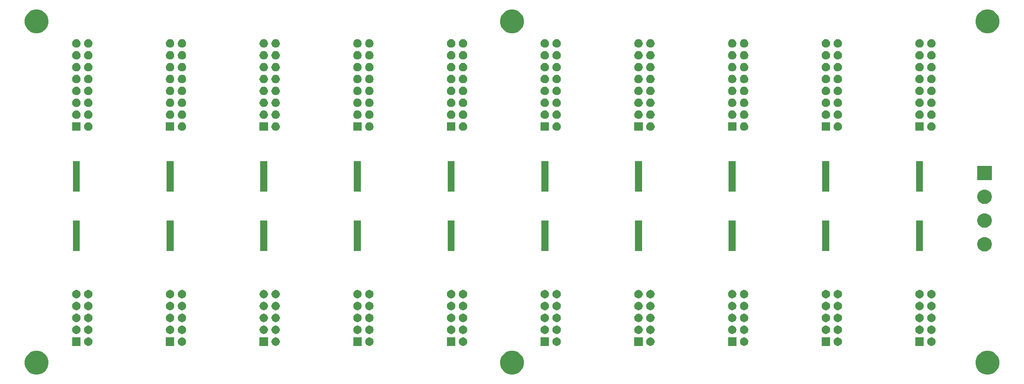
<source format=gbr>
G04 #@! TF.GenerationSoftware,KiCad,Pcbnew,(5.1.5)-3*
G04 #@! TF.CreationDate,2020-11-25T12:51:16-07:00*
G04 #@! TF.ProjectId,Power_Distribution,506f7765-725f-4446-9973-747269627574,rev?*
G04 #@! TF.SameCoordinates,Original*
G04 #@! TF.FileFunction,Soldermask,Top*
G04 #@! TF.FilePolarity,Negative*
%FSLAX46Y46*%
G04 Gerber Fmt 4.6, Leading zero omitted, Abs format (unit mm)*
G04 Created by KiCad (PCBNEW (5.1.5)-3) date 2020-11-25 12:51:16*
%MOMM*%
%LPD*%
G04 APERTURE LIST*
%ADD10C,0.100000*%
G04 APERTURE END LIST*
D10*
G36*
X207244098Y-74047033D02*
G01*
X207708350Y-74239332D01*
X207708352Y-74239333D01*
X208126168Y-74518509D01*
X208481491Y-74873832D01*
X208760667Y-75291648D01*
X208760668Y-75291650D01*
X208952967Y-75755902D01*
X209051000Y-76248747D01*
X209051000Y-76751253D01*
X208952967Y-77244098D01*
X208760668Y-77708350D01*
X208760667Y-77708352D01*
X208481491Y-78126168D01*
X208126168Y-78481491D01*
X207708352Y-78760667D01*
X207708351Y-78760668D01*
X207708350Y-78760668D01*
X207244098Y-78952967D01*
X206751253Y-79051000D01*
X206248747Y-79051000D01*
X205755902Y-78952967D01*
X205291650Y-78760668D01*
X205291649Y-78760668D01*
X205291648Y-78760667D01*
X204873832Y-78481491D01*
X204518509Y-78126168D01*
X204239333Y-77708352D01*
X204239332Y-77708350D01*
X204047033Y-77244098D01*
X203949000Y-76751253D01*
X203949000Y-76248747D01*
X204047033Y-75755902D01*
X204239332Y-75291650D01*
X204239333Y-75291648D01*
X204518509Y-74873832D01*
X204873832Y-74518509D01*
X205291648Y-74239333D01*
X205291650Y-74239332D01*
X205755902Y-74047033D01*
X206248747Y-73949000D01*
X206751253Y-73949000D01*
X207244098Y-74047033D01*
G37*
G36*
X4244098Y-74047033D02*
G01*
X4708350Y-74239332D01*
X4708352Y-74239333D01*
X5126168Y-74518509D01*
X5481491Y-74873832D01*
X5760667Y-75291648D01*
X5760668Y-75291650D01*
X5952967Y-75755902D01*
X6051000Y-76248747D01*
X6051000Y-76751253D01*
X5952967Y-77244098D01*
X5760668Y-77708350D01*
X5760667Y-77708352D01*
X5481491Y-78126168D01*
X5126168Y-78481491D01*
X4708352Y-78760667D01*
X4708351Y-78760668D01*
X4708350Y-78760668D01*
X4244098Y-78952967D01*
X3751253Y-79051000D01*
X3248747Y-79051000D01*
X2755902Y-78952967D01*
X2291650Y-78760668D01*
X2291649Y-78760668D01*
X2291648Y-78760667D01*
X1873832Y-78481491D01*
X1518509Y-78126168D01*
X1239333Y-77708352D01*
X1239332Y-77708350D01*
X1047033Y-77244098D01*
X949000Y-76751253D01*
X949000Y-76248747D01*
X1047033Y-75755902D01*
X1239332Y-75291650D01*
X1239333Y-75291648D01*
X1518509Y-74873832D01*
X1873832Y-74518509D01*
X2291648Y-74239333D01*
X2291650Y-74239332D01*
X2755902Y-74047033D01*
X3248747Y-73949000D01*
X3751253Y-73949000D01*
X4244098Y-74047033D01*
G37*
G36*
X105744098Y-74047033D02*
G01*
X106208350Y-74239332D01*
X106208352Y-74239333D01*
X106626168Y-74518509D01*
X106981491Y-74873832D01*
X107260667Y-75291648D01*
X107260668Y-75291650D01*
X107452967Y-75755902D01*
X107551000Y-76248747D01*
X107551000Y-76751253D01*
X107452967Y-77244098D01*
X107260668Y-77708350D01*
X107260667Y-77708352D01*
X106981491Y-78126168D01*
X106626168Y-78481491D01*
X106208352Y-78760667D01*
X106208351Y-78760668D01*
X106208350Y-78760668D01*
X105744098Y-78952967D01*
X105251253Y-79051000D01*
X104748747Y-79051000D01*
X104255902Y-78952967D01*
X103791650Y-78760668D01*
X103791649Y-78760668D01*
X103791648Y-78760667D01*
X103373832Y-78481491D01*
X103018509Y-78126168D01*
X102739333Y-77708352D01*
X102739332Y-77708350D01*
X102547033Y-77244098D01*
X102449000Y-76751253D01*
X102449000Y-76248747D01*
X102547033Y-75755902D01*
X102739332Y-75291650D01*
X102739333Y-75291648D01*
X103018509Y-74873832D01*
X103373832Y-74518509D01*
X103791648Y-74239333D01*
X103791650Y-74239332D01*
X104255902Y-74047033D01*
X104748747Y-73949000D01*
X105251253Y-73949000D01*
X105744098Y-74047033D01*
G37*
G36*
X112901000Y-72901000D02*
G01*
X111099000Y-72901000D01*
X111099000Y-71099000D01*
X112901000Y-71099000D01*
X112901000Y-72901000D01*
G37*
G36*
X192901000Y-72901000D02*
G01*
X191099000Y-72901000D01*
X191099000Y-71099000D01*
X192901000Y-71099000D01*
X192901000Y-72901000D01*
G37*
G36*
X172901000Y-72901000D02*
G01*
X171099000Y-72901000D01*
X171099000Y-71099000D01*
X172901000Y-71099000D01*
X172901000Y-72901000D01*
G37*
G36*
X154653512Y-71103927D02*
G01*
X154802812Y-71133624D01*
X154966784Y-71201544D01*
X155114354Y-71300147D01*
X155239853Y-71425646D01*
X155338456Y-71573216D01*
X155406376Y-71737188D01*
X155441000Y-71911259D01*
X155441000Y-72088741D01*
X155406376Y-72262812D01*
X155338456Y-72426784D01*
X155239853Y-72574354D01*
X155114354Y-72699853D01*
X154966784Y-72798456D01*
X154802812Y-72866376D01*
X154653512Y-72896073D01*
X154628742Y-72901000D01*
X154451258Y-72901000D01*
X154426488Y-72896073D01*
X154277188Y-72866376D01*
X154113216Y-72798456D01*
X153965646Y-72699853D01*
X153840147Y-72574354D01*
X153741544Y-72426784D01*
X153673624Y-72262812D01*
X153639000Y-72088741D01*
X153639000Y-71911259D01*
X153673624Y-71737188D01*
X153741544Y-71573216D01*
X153840147Y-71425646D01*
X153965646Y-71300147D01*
X154113216Y-71201544D01*
X154277188Y-71133624D01*
X154426488Y-71103927D01*
X154451258Y-71099000D01*
X154628742Y-71099000D01*
X154653512Y-71103927D01*
G37*
G36*
X152901000Y-72901000D02*
G01*
X151099000Y-72901000D01*
X151099000Y-71099000D01*
X152901000Y-71099000D01*
X152901000Y-72901000D01*
G37*
G36*
X134653512Y-71103927D02*
G01*
X134802812Y-71133624D01*
X134966784Y-71201544D01*
X135114354Y-71300147D01*
X135239853Y-71425646D01*
X135338456Y-71573216D01*
X135406376Y-71737188D01*
X135441000Y-71911259D01*
X135441000Y-72088741D01*
X135406376Y-72262812D01*
X135338456Y-72426784D01*
X135239853Y-72574354D01*
X135114354Y-72699853D01*
X134966784Y-72798456D01*
X134802812Y-72866376D01*
X134653512Y-72896073D01*
X134628742Y-72901000D01*
X134451258Y-72901000D01*
X134426488Y-72896073D01*
X134277188Y-72866376D01*
X134113216Y-72798456D01*
X133965646Y-72699853D01*
X133840147Y-72574354D01*
X133741544Y-72426784D01*
X133673624Y-72262812D01*
X133639000Y-72088741D01*
X133639000Y-71911259D01*
X133673624Y-71737188D01*
X133741544Y-71573216D01*
X133840147Y-71425646D01*
X133965646Y-71300147D01*
X134113216Y-71201544D01*
X134277188Y-71133624D01*
X134426488Y-71103927D01*
X134451258Y-71099000D01*
X134628742Y-71099000D01*
X134653512Y-71103927D01*
G37*
G36*
X132901000Y-72901000D02*
G01*
X131099000Y-72901000D01*
X131099000Y-71099000D01*
X132901000Y-71099000D01*
X132901000Y-72901000D01*
G37*
G36*
X114653512Y-71103927D02*
G01*
X114802812Y-71133624D01*
X114966784Y-71201544D01*
X115114354Y-71300147D01*
X115239853Y-71425646D01*
X115338456Y-71573216D01*
X115406376Y-71737188D01*
X115441000Y-71911259D01*
X115441000Y-72088741D01*
X115406376Y-72262812D01*
X115338456Y-72426784D01*
X115239853Y-72574354D01*
X115114354Y-72699853D01*
X114966784Y-72798456D01*
X114802812Y-72866376D01*
X114653512Y-72896073D01*
X114628742Y-72901000D01*
X114451258Y-72901000D01*
X114426488Y-72896073D01*
X114277188Y-72866376D01*
X114113216Y-72798456D01*
X113965646Y-72699853D01*
X113840147Y-72574354D01*
X113741544Y-72426784D01*
X113673624Y-72262812D01*
X113639000Y-72088741D01*
X113639000Y-71911259D01*
X113673624Y-71737188D01*
X113741544Y-71573216D01*
X113840147Y-71425646D01*
X113965646Y-71300147D01*
X114113216Y-71201544D01*
X114277188Y-71133624D01*
X114426488Y-71103927D01*
X114451258Y-71099000D01*
X114628742Y-71099000D01*
X114653512Y-71103927D01*
G37*
G36*
X92901000Y-72901000D02*
G01*
X91099000Y-72901000D01*
X91099000Y-71099000D01*
X92901000Y-71099000D01*
X92901000Y-72901000D01*
G37*
G36*
X174653512Y-71103927D02*
G01*
X174802812Y-71133624D01*
X174966784Y-71201544D01*
X175114354Y-71300147D01*
X175239853Y-71425646D01*
X175338456Y-71573216D01*
X175406376Y-71737188D01*
X175441000Y-71911259D01*
X175441000Y-72088741D01*
X175406376Y-72262812D01*
X175338456Y-72426784D01*
X175239853Y-72574354D01*
X175114354Y-72699853D01*
X174966784Y-72798456D01*
X174802812Y-72866376D01*
X174653512Y-72896073D01*
X174628742Y-72901000D01*
X174451258Y-72901000D01*
X174426488Y-72896073D01*
X174277188Y-72866376D01*
X174113216Y-72798456D01*
X173965646Y-72699853D01*
X173840147Y-72574354D01*
X173741544Y-72426784D01*
X173673624Y-72262812D01*
X173639000Y-72088741D01*
X173639000Y-71911259D01*
X173673624Y-71737188D01*
X173741544Y-71573216D01*
X173840147Y-71425646D01*
X173965646Y-71300147D01*
X174113216Y-71201544D01*
X174277188Y-71133624D01*
X174426488Y-71103927D01*
X174451258Y-71099000D01*
X174628742Y-71099000D01*
X174653512Y-71103927D01*
G37*
G36*
X74653512Y-71103927D02*
G01*
X74802812Y-71133624D01*
X74966784Y-71201544D01*
X75114354Y-71300147D01*
X75239853Y-71425646D01*
X75338456Y-71573216D01*
X75406376Y-71737188D01*
X75441000Y-71911259D01*
X75441000Y-72088741D01*
X75406376Y-72262812D01*
X75338456Y-72426784D01*
X75239853Y-72574354D01*
X75114354Y-72699853D01*
X74966784Y-72798456D01*
X74802812Y-72866376D01*
X74653512Y-72896073D01*
X74628742Y-72901000D01*
X74451258Y-72901000D01*
X74426488Y-72896073D01*
X74277188Y-72866376D01*
X74113216Y-72798456D01*
X73965646Y-72699853D01*
X73840147Y-72574354D01*
X73741544Y-72426784D01*
X73673624Y-72262812D01*
X73639000Y-72088741D01*
X73639000Y-71911259D01*
X73673624Y-71737188D01*
X73741544Y-71573216D01*
X73840147Y-71425646D01*
X73965646Y-71300147D01*
X74113216Y-71201544D01*
X74277188Y-71133624D01*
X74426488Y-71103927D01*
X74451258Y-71099000D01*
X74628742Y-71099000D01*
X74653512Y-71103927D01*
G37*
G36*
X94653512Y-71103927D02*
G01*
X94802812Y-71133624D01*
X94966784Y-71201544D01*
X95114354Y-71300147D01*
X95239853Y-71425646D01*
X95338456Y-71573216D01*
X95406376Y-71737188D01*
X95441000Y-71911259D01*
X95441000Y-72088741D01*
X95406376Y-72262812D01*
X95338456Y-72426784D01*
X95239853Y-72574354D01*
X95114354Y-72699853D01*
X94966784Y-72798456D01*
X94802812Y-72866376D01*
X94653512Y-72896073D01*
X94628742Y-72901000D01*
X94451258Y-72901000D01*
X94426488Y-72896073D01*
X94277188Y-72866376D01*
X94113216Y-72798456D01*
X93965646Y-72699853D01*
X93840147Y-72574354D01*
X93741544Y-72426784D01*
X93673624Y-72262812D01*
X93639000Y-72088741D01*
X93639000Y-71911259D01*
X93673624Y-71737188D01*
X93741544Y-71573216D01*
X93840147Y-71425646D01*
X93965646Y-71300147D01*
X94113216Y-71201544D01*
X94277188Y-71133624D01*
X94426488Y-71103927D01*
X94451258Y-71099000D01*
X94628742Y-71099000D01*
X94653512Y-71103927D01*
G37*
G36*
X194653512Y-71103927D02*
G01*
X194802812Y-71133624D01*
X194966784Y-71201544D01*
X195114354Y-71300147D01*
X195239853Y-71425646D01*
X195338456Y-71573216D01*
X195406376Y-71737188D01*
X195441000Y-71911259D01*
X195441000Y-72088741D01*
X195406376Y-72262812D01*
X195338456Y-72426784D01*
X195239853Y-72574354D01*
X195114354Y-72699853D01*
X194966784Y-72798456D01*
X194802812Y-72866376D01*
X194653512Y-72896073D01*
X194628742Y-72901000D01*
X194451258Y-72901000D01*
X194426488Y-72896073D01*
X194277188Y-72866376D01*
X194113216Y-72798456D01*
X193965646Y-72699853D01*
X193840147Y-72574354D01*
X193741544Y-72426784D01*
X193673624Y-72262812D01*
X193639000Y-72088741D01*
X193639000Y-71911259D01*
X193673624Y-71737188D01*
X193741544Y-71573216D01*
X193840147Y-71425646D01*
X193965646Y-71300147D01*
X194113216Y-71201544D01*
X194277188Y-71133624D01*
X194426488Y-71103927D01*
X194451258Y-71099000D01*
X194628742Y-71099000D01*
X194653512Y-71103927D01*
G37*
G36*
X12901000Y-72901000D02*
G01*
X11099000Y-72901000D01*
X11099000Y-71099000D01*
X12901000Y-71099000D01*
X12901000Y-72901000D01*
G37*
G36*
X14653512Y-71103927D02*
G01*
X14802812Y-71133624D01*
X14966784Y-71201544D01*
X15114354Y-71300147D01*
X15239853Y-71425646D01*
X15338456Y-71573216D01*
X15406376Y-71737188D01*
X15441000Y-71911259D01*
X15441000Y-72088741D01*
X15406376Y-72262812D01*
X15338456Y-72426784D01*
X15239853Y-72574354D01*
X15114354Y-72699853D01*
X14966784Y-72798456D01*
X14802812Y-72866376D01*
X14653512Y-72896073D01*
X14628742Y-72901000D01*
X14451258Y-72901000D01*
X14426488Y-72896073D01*
X14277188Y-72866376D01*
X14113216Y-72798456D01*
X13965646Y-72699853D01*
X13840147Y-72574354D01*
X13741544Y-72426784D01*
X13673624Y-72262812D01*
X13639000Y-72088741D01*
X13639000Y-71911259D01*
X13673624Y-71737188D01*
X13741544Y-71573216D01*
X13840147Y-71425646D01*
X13965646Y-71300147D01*
X14113216Y-71201544D01*
X14277188Y-71133624D01*
X14426488Y-71103927D01*
X14451258Y-71099000D01*
X14628742Y-71099000D01*
X14653512Y-71103927D01*
G37*
G36*
X34653512Y-71103927D02*
G01*
X34802812Y-71133624D01*
X34966784Y-71201544D01*
X35114354Y-71300147D01*
X35239853Y-71425646D01*
X35338456Y-71573216D01*
X35406376Y-71737188D01*
X35441000Y-71911259D01*
X35441000Y-72088741D01*
X35406376Y-72262812D01*
X35338456Y-72426784D01*
X35239853Y-72574354D01*
X35114354Y-72699853D01*
X34966784Y-72798456D01*
X34802812Y-72866376D01*
X34653512Y-72896073D01*
X34628742Y-72901000D01*
X34451258Y-72901000D01*
X34426488Y-72896073D01*
X34277188Y-72866376D01*
X34113216Y-72798456D01*
X33965646Y-72699853D01*
X33840147Y-72574354D01*
X33741544Y-72426784D01*
X33673624Y-72262812D01*
X33639000Y-72088741D01*
X33639000Y-71911259D01*
X33673624Y-71737188D01*
X33741544Y-71573216D01*
X33840147Y-71425646D01*
X33965646Y-71300147D01*
X34113216Y-71201544D01*
X34277188Y-71133624D01*
X34426488Y-71103927D01*
X34451258Y-71099000D01*
X34628742Y-71099000D01*
X34653512Y-71103927D01*
G37*
G36*
X32901000Y-72901000D02*
G01*
X31099000Y-72901000D01*
X31099000Y-71099000D01*
X32901000Y-71099000D01*
X32901000Y-72901000D01*
G37*
G36*
X52901000Y-72901000D02*
G01*
X51099000Y-72901000D01*
X51099000Y-71099000D01*
X52901000Y-71099000D01*
X52901000Y-72901000D01*
G37*
G36*
X54653512Y-71103927D02*
G01*
X54802812Y-71133624D01*
X54966784Y-71201544D01*
X55114354Y-71300147D01*
X55239853Y-71425646D01*
X55338456Y-71573216D01*
X55406376Y-71737188D01*
X55441000Y-71911259D01*
X55441000Y-72088741D01*
X55406376Y-72262812D01*
X55338456Y-72426784D01*
X55239853Y-72574354D01*
X55114354Y-72699853D01*
X54966784Y-72798456D01*
X54802812Y-72866376D01*
X54653512Y-72896073D01*
X54628742Y-72901000D01*
X54451258Y-72901000D01*
X54426488Y-72896073D01*
X54277188Y-72866376D01*
X54113216Y-72798456D01*
X53965646Y-72699853D01*
X53840147Y-72574354D01*
X53741544Y-72426784D01*
X53673624Y-72262812D01*
X53639000Y-72088741D01*
X53639000Y-71911259D01*
X53673624Y-71737188D01*
X53741544Y-71573216D01*
X53840147Y-71425646D01*
X53965646Y-71300147D01*
X54113216Y-71201544D01*
X54277188Y-71133624D01*
X54426488Y-71103927D01*
X54451258Y-71099000D01*
X54628742Y-71099000D01*
X54653512Y-71103927D01*
G37*
G36*
X72901000Y-72901000D02*
G01*
X71099000Y-72901000D01*
X71099000Y-71099000D01*
X72901000Y-71099000D01*
X72901000Y-72901000D01*
G37*
G36*
X32113512Y-68563927D02*
G01*
X32262812Y-68593624D01*
X32426784Y-68661544D01*
X32574354Y-68760147D01*
X32699853Y-68885646D01*
X32798456Y-69033216D01*
X32866376Y-69197188D01*
X32901000Y-69371259D01*
X32901000Y-69548741D01*
X32866376Y-69722812D01*
X32798456Y-69886784D01*
X32699853Y-70034354D01*
X32574354Y-70159853D01*
X32426784Y-70258456D01*
X32262812Y-70326376D01*
X32113512Y-70356073D01*
X32088742Y-70361000D01*
X31911258Y-70361000D01*
X31886488Y-70356073D01*
X31737188Y-70326376D01*
X31573216Y-70258456D01*
X31425646Y-70159853D01*
X31300147Y-70034354D01*
X31201544Y-69886784D01*
X31133624Y-69722812D01*
X31099000Y-69548741D01*
X31099000Y-69371259D01*
X31133624Y-69197188D01*
X31201544Y-69033216D01*
X31300147Y-68885646D01*
X31425646Y-68760147D01*
X31573216Y-68661544D01*
X31737188Y-68593624D01*
X31886488Y-68563927D01*
X31911258Y-68559000D01*
X32088742Y-68559000D01*
X32113512Y-68563927D01*
G37*
G36*
X114653512Y-68563927D02*
G01*
X114802812Y-68593624D01*
X114966784Y-68661544D01*
X115114354Y-68760147D01*
X115239853Y-68885646D01*
X115338456Y-69033216D01*
X115406376Y-69197188D01*
X115441000Y-69371259D01*
X115441000Y-69548741D01*
X115406376Y-69722812D01*
X115338456Y-69886784D01*
X115239853Y-70034354D01*
X115114354Y-70159853D01*
X114966784Y-70258456D01*
X114802812Y-70326376D01*
X114653512Y-70356073D01*
X114628742Y-70361000D01*
X114451258Y-70361000D01*
X114426488Y-70356073D01*
X114277188Y-70326376D01*
X114113216Y-70258456D01*
X113965646Y-70159853D01*
X113840147Y-70034354D01*
X113741544Y-69886784D01*
X113673624Y-69722812D01*
X113639000Y-69548741D01*
X113639000Y-69371259D01*
X113673624Y-69197188D01*
X113741544Y-69033216D01*
X113840147Y-68885646D01*
X113965646Y-68760147D01*
X114113216Y-68661544D01*
X114277188Y-68593624D01*
X114426488Y-68563927D01*
X114451258Y-68559000D01*
X114628742Y-68559000D01*
X114653512Y-68563927D01*
G37*
G36*
X94653512Y-68563927D02*
G01*
X94802812Y-68593624D01*
X94966784Y-68661544D01*
X95114354Y-68760147D01*
X95239853Y-68885646D01*
X95338456Y-69033216D01*
X95406376Y-69197188D01*
X95441000Y-69371259D01*
X95441000Y-69548741D01*
X95406376Y-69722812D01*
X95338456Y-69886784D01*
X95239853Y-70034354D01*
X95114354Y-70159853D01*
X94966784Y-70258456D01*
X94802812Y-70326376D01*
X94653512Y-70356073D01*
X94628742Y-70361000D01*
X94451258Y-70361000D01*
X94426488Y-70356073D01*
X94277188Y-70326376D01*
X94113216Y-70258456D01*
X93965646Y-70159853D01*
X93840147Y-70034354D01*
X93741544Y-69886784D01*
X93673624Y-69722812D01*
X93639000Y-69548741D01*
X93639000Y-69371259D01*
X93673624Y-69197188D01*
X93741544Y-69033216D01*
X93840147Y-68885646D01*
X93965646Y-68760147D01*
X94113216Y-68661544D01*
X94277188Y-68593624D01*
X94426488Y-68563927D01*
X94451258Y-68559000D01*
X94628742Y-68559000D01*
X94653512Y-68563927D01*
G37*
G36*
X72113512Y-68563927D02*
G01*
X72262812Y-68593624D01*
X72426784Y-68661544D01*
X72574354Y-68760147D01*
X72699853Y-68885646D01*
X72798456Y-69033216D01*
X72866376Y-69197188D01*
X72901000Y-69371259D01*
X72901000Y-69548741D01*
X72866376Y-69722812D01*
X72798456Y-69886784D01*
X72699853Y-70034354D01*
X72574354Y-70159853D01*
X72426784Y-70258456D01*
X72262812Y-70326376D01*
X72113512Y-70356073D01*
X72088742Y-70361000D01*
X71911258Y-70361000D01*
X71886488Y-70356073D01*
X71737188Y-70326376D01*
X71573216Y-70258456D01*
X71425646Y-70159853D01*
X71300147Y-70034354D01*
X71201544Y-69886784D01*
X71133624Y-69722812D01*
X71099000Y-69548741D01*
X71099000Y-69371259D01*
X71133624Y-69197188D01*
X71201544Y-69033216D01*
X71300147Y-68885646D01*
X71425646Y-68760147D01*
X71573216Y-68661544D01*
X71737188Y-68593624D01*
X71886488Y-68563927D01*
X71911258Y-68559000D01*
X72088742Y-68559000D01*
X72113512Y-68563927D01*
G37*
G36*
X74653512Y-68563927D02*
G01*
X74802812Y-68593624D01*
X74966784Y-68661544D01*
X75114354Y-68760147D01*
X75239853Y-68885646D01*
X75338456Y-69033216D01*
X75406376Y-69197188D01*
X75441000Y-69371259D01*
X75441000Y-69548741D01*
X75406376Y-69722812D01*
X75338456Y-69886784D01*
X75239853Y-70034354D01*
X75114354Y-70159853D01*
X74966784Y-70258456D01*
X74802812Y-70326376D01*
X74653512Y-70356073D01*
X74628742Y-70361000D01*
X74451258Y-70361000D01*
X74426488Y-70356073D01*
X74277188Y-70326376D01*
X74113216Y-70258456D01*
X73965646Y-70159853D01*
X73840147Y-70034354D01*
X73741544Y-69886784D01*
X73673624Y-69722812D01*
X73639000Y-69548741D01*
X73639000Y-69371259D01*
X73673624Y-69197188D01*
X73741544Y-69033216D01*
X73840147Y-68885646D01*
X73965646Y-68760147D01*
X74113216Y-68661544D01*
X74277188Y-68593624D01*
X74426488Y-68563927D01*
X74451258Y-68559000D01*
X74628742Y-68559000D01*
X74653512Y-68563927D01*
G37*
G36*
X54653512Y-68563927D02*
G01*
X54802812Y-68593624D01*
X54966784Y-68661544D01*
X55114354Y-68760147D01*
X55239853Y-68885646D01*
X55338456Y-69033216D01*
X55406376Y-69197188D01*
X55441000Y-69371259D01*
X55441000Y-69548741D01*
X55406376Y-69722812D01*
X55338456Y-69886784D01*
X55239853Y-70034354D01*
X55114354Y-70159853D01*
X54966784Y-70258456D01*
X54802812Y-70326376D01*
X54653512Y-70356073D01*
X54628742Y-70361000D01*
X54451258Y-70361000D01*
X54426488Y-70356073D01*
X54277188Y-70326376D01*
X54113216Y-70258456D01*
X53965646Y-70159853D01*
X53840147Y-70034354D01*
X53741544Y-69886784D01*
X53673624Y-69722812D01*
X53639000Y-69548741D01*
X53639000Y-69371259D01*
X53673624Y-69197188D01*
X53741544Y-69033216D01*
X53840147Y-68885646D01*
X53965646Y-68760147D01*
X54113216Y-68661544D01*
X54277188Y-68593624D01*
X54426488Y-68563927D01*
X54451258Y-68559000D01*
X54628742Y-68559000D01*
X54653512Y-68563927D01*
G37*
G36*
X52113512Y-68563927D02*
G01*
X52262812Y-68593624D01*
X52426784Y-68661544D01*
X52574354Y-68760147D01*
X52699853Y-68885646D01*
X52798456Y-69033216D01*
X52866376Y-69197188D01*
X52901000Y-69371259D01*
X52901000Y-69548741D01*
X52866376Y-69722812D01*
X52798456Y-69886784D01*
X52699853Y-70034354D01*
X52574354Y-70159853D01*
X52426784Y-70258456D01*
X52262812Y-70326376D01*
X52113512Y-70356073D01*
X52088742Y-70361000D01*
X51911258Y-70361000D01*
X51886488Y-70356073D01*
X51737188Y-70326376D01*
X51573216Y-70258456D01*
X51425646Y-70159853D01*
X51300147Y-70034354D01*
X51201544Y-69886784D01*
X51133624Y-69722812D01*
X51099000Y-69548741D01*
X51099000Y-69371259D01*
X51133624Y-69197188D01*
X51201544Y-69033216D01*
X51300147Y-68885646D01*
X51425646Y-68760147D01*
X51573216Y-68661544D01*
X51737188Y-68593624D01*
X51886488Y-68563927D01*
X51911258Y-68559000D01*
X52088742Y-68559000D01*
X52113512Y-68563927D01*
G37*
G36*
X112113512Y-68563927D02*
G01*
X112262812Y-68593624D01*
X112426784Y-68661544D01*
X112574354Y-68760147D01*
X112699853Y-68885646D01*
X112798456Y-69033216D01*
X112866376Y-69197188D01*
X112901000Y-69371259D01*
X112901000Y-69548741D01*
X112866376Y-69722812D01*
X112798456Y-69886784D01*
X112699853Y-70034354D01*
X112574354Y-70159853D01*
X112426784Y-70258456D01*
X112262812Y-70326376D01*
X112113512Y-70356073D01*
X112088742Y-70361000D01*
X111911258Y-70361000D01*
X111886488Y-70356073D01*
X111737188Y-70326376D01*
X111573216Y-70258456D01*
X111425646Y-70159853D01*
X111300147Y-70034354D01*
X111201544Y-69886784D01*
X111133624Y-69722812D01*
X111099000Y-69548741D01*
X111099000Y-69371259D01*
X111133624Y-69197188D01*
X111201544Y-69033216D01*
X111300147Y-68885646D01*
X111425646Y-68760147D01*
X111573216Y-68661544D01*
X111737188Y-68593624D01*
X111886488Y-68563927D01*
X111911258Y-68559000D01*
X112088742Y-68559000D01*
X112113512Y-68563927D01*
G37*
G36*
X14653512Y-68563927D02*
G01*
X14802812Y-68593624D01*
X14966784Y-68661544D01*
X15114354Y-68760147D01*
X15239853Y-68885646D01*
X15338456Y-69033216D01*
X15406376Y-69197188D01*
X15441000Y-69371259D01*
X15441000Y-69548741D01*
X15406376Y-69722812D01*
X15338456Y-69886784D01*
X15239853Y-70034354D01*
X15114354Y-70159853D01*
X14966784Y-70258456D01*
X14802812Y-70326376D01*
X14653512Y-70356073D01*
X14628742Y-70361000D01*
X14451258Y-70361000D01*
X14426488Y-70356073D01*
X14277188Y-70326376D01*
X14113216Y-70258456D01*
X13965646Y-70159853D01*
X13840147Y-70034354D01*
X13741544Y-69886784D01*
X13673624Y-69722812D01*
X13639000Y-69548741D01*
X13639000Y-69371259D01*
X13673624Y-69197188D01*
X13741544Y-69033216D01*
X13840147Y-68885646D01*
X13965646Y-68760147D01*
X14113216Y-68661544D01*
X14277188Y-68593624D01*
X14426488Y-68563927D01*
X14451258Y-68559000D01*
X14628742Y-68559000D01*
X14653512Y-68563927D01*
G37*
G36*
X12113512Y-68563927D02*
G01*
X12262812Y-68593624D01*
X12426784Y-68661544D01*
X12574354Y-68760147D01*
X12699853Y-68885646D01*
X12798456Y-69033216D01*
X12866376Y-69197188D01*
X12901000Y-69371259D01*
X12901000Y-69548741D01*
X12866376Y-69722812D01*
X12798456Y-69886784D01*
X12699853Y-70034354D01*
X12574354Y-70159853D01*
X12426784Y-70258456D01*
X12262812Y-70326376D01*
X12113512Y-70356073D01*
X12088742Y-70361000D01*
X11911258Y-70361000D01*
X11886488Y-70356073D01*
X11737188Y-70326376D01*
X11573216Y-70258456D01*
X11425646Y-70159853D01*
X11300147Y-70034354D01*
X11201544Y-69886784D01*
X11133624Y-69722812D01*
X11099000Y-69548741D01*
X11099000Y-69371259D01*
X11133624Y-69197188D01*
X11201544Y-69033216D01*
X11300147Y-68885646D01*
X11425646Y-68760147D01*
X11573216Y-68661544D01*
X11737188Y-68593624D01*
X11886488Y-68563927D01*
X11911258Y-68559000D01*
X12088742Y-68559000D01*
X12113512Y-68563927D01*
G37*
G36*
X194653512Y-68563927D02*
G01*
X194802812Y-68593624D01*
X194966784Y-68661544D01*
X195114354Y-68760147D01*
X195239853Y-68885646D01*
X195338456Y-69033216D01*
X195406376Y-69197188D01*
X195441000Y-69371259D01*
X195441000Y-69548741D01*
X195406376Y-69722812D01*
X195338456Y-69886784D01*
X195239853Y-70034354D01*
X195114354Y-70159853D01*
X194966784Y-70258456D01*
X194802812Y-70326376D01*
X194653512Y-70356073D01*
X194628742Y-70361000D01*
X194451258Y-70361000D01*
X194426488Y-70356073D01*
X194277188Y-70326376D01*
X194113216Y-70258456D01*
X193965646Y-70159853D01*
X193840147Y-70034354D01*
X193741544Y-69886784D01*
X193673624Y-69722812D01*
X193639000Y-69548741D01*
X193639000Y-69371259D01*
X193673624Y-69197188D01*
X193741544Y-69033216D01*
X193840147Y-68885646D01*
X193965646Y-68760147D01*
X194113216Y-68661544D01*
X194277188Y-68593624D01*
X194426488Y-68563927D01*
X194451258Y-68559000D01*
X194628742Y-68559000D01*
X194653512Y-68563927D01*
G37*
G36*
X34653512Y-68563927D02*
G01*
X34802812Y-68593624D01*
X34966784Y-68661544D01*
X35114354Y-68760147D01*
X35239853Y-68885646D01*
X35338456Y-69033216D01*
X35406376Y-69197188D01*
X35441000Y-69371259D01*
X35441000Y-69548741D01*
X35406376Y-69722812D01*
X35338456Y-69886784D01*
X35239853Y-70034354D01*
X35114354Y-70159853D01*
X34966784Y-70258456D01*
X34802812Y-70326376D01*
X34653512Y-70356073D01*
X34628742Y-70361000D01*
X34451258Y-70361000D01*
X34426488Y-70356073D01*
X34277188Y-70326376D01*
X34113216Y-70258456D01*
X33965646Y-70159853D01*
X33840147Y-70034354D01*
X33741544Y-69886784D01*
X33673624Y-69722812D01*
X33639000Y-69548741D01*
X33639000Y-69371259D01*
X33673624Y-69197188D01*
X33741544Y-69033216D01*
X33840147Y-68885646D01*
X33965646Y-68760147D01*
X34113216Y-68661544D01*
X34277188Y-68593624D01*
X34426488Y-68563927D01*
X34451258Y-68559000D01*
X34628742Y-68559000D01*
X34653512Y-68563927D01*
G37*
G36*
X152113512Y-68563927D02*
G01*
X152262812Y-68593624D01*
X152426784Y-68661544D01*
X152574354Y-68760147D01*
X152699853Y-68885646D01*
X152798456Y-69033216D01*
X152866376Y-69197188D01*
X152901000Y-69371259D01*
X152901000Y-69548741D01*
X152866376Y-69722812D01*
X152798456Y-69886784D01*
X152699853Y-70034354D01*
X152574354Y-70159853D01*
X152426784Y-70258456D01*
X152262812Y-70326376D01*
X152113512Y-70356073D01*
X152088742Y-70361000D01*
X151911258Y-70361000D01*
X151886488Y-70356073D01*
X151737188Y-70326376D01*
X151573216Y-70258456D01*
X151425646Y-70159853D01*
X151300147Y-70034354D01*
X151201544Y-69886784D01*
X151133624Y-69722812D01*
X151099000Y-69548741D01*
X151099000Y-69371259D01*
X151133624Y-69197188D01*
X151201544Y-69033216D01*
X151300147Y-68885646D01*
X151425646Y-68760147D01*
X151573216Y-68661544D01*
X151737188Y-68593624D01*
X151886488Y-68563927D01*
X151911258Y-68559000D01*
X152088742Y-68559000D01*
X152113512Y-68563927D01*
G37*
G36*
X154653512Y-68563927D02*
G01*
X154802812Y-68593624D01*
X154966784Y-68661544D01*
X155114354Y-68760147D01*
X155239853Y-68885646D01*
X155338456Y-69033216D01*
X155406376Y-69197188D01*
X155441000Y-69371259D01*
X155441000Y-69548741D01*
X155406376Y-69722812D01*
X155338456Y-69886784D01*
X155239853Y-70034354D01*
X155114354Y-70159853D01*
X154966784Y-70258456D01*
X154802812Y-70326376D01*
X154653512Y-70356073D01*
X154628742Y-70361000D01*
X154451258Y-70361000D01*
X154426488Y-70356073D01*
X154277188Y-70326376D01*
X154113216Y-70258456D01*
X153965646Y-70159853D01*
X153840147Y-70034354D01*
X153741544Y-69886784D01*
X153673624Y-69722812D01*
X153639000Y-69548741D01*
X153639000Y-69371259D01*
X153673624Y-69197188D01*
X153741544Y-69033216D01*
X153840147Y-68885646D01*
X153965646Y-68760147D01*
X154113216Y-68661544D01*
X154277188Y-68593624D01*
X154426488Y-68563927D01*
X154451258Y-68559000D01*
X154628742Y-68559000D01*
X154653512Y-68563927D01*
G37*
G36*
X134653512Y-68563927D02*
G01*
X134802812Y-68593624D01*
X134966784Y-68661544D01*
X135114354Y-68760147D01*
X135239853Y-68885646D01*
X135338456Y-69033216D01*
X135406376Y-69197188D01*
X135441000Y-69371259D01*
X135441000Y-69548741D01*
X135406376Y-69722812D01*
X135338456Y-69886784D01*
X135239853Y-70034354D01*
X135114354Y-70159853D01*
X134966784Y-70258456D01*
X134802812Y-70326376D01*
X134653512Y-70356073D01*
X134628742Y-70361000D01*
X134451258Y-70361000D01*
X134426488Y-70356073D01*
X134277188Y-70326376D01*
X134113216Y-70258456D01*
X133965646Y-70159853D01*
X133840147Y-70034354D01*
X133741544Y-69886784D01*
X133673624Y-69722812D01*
X133639000Y-69548741D01*
X133639000Y-69371259D01*
X133673624Y-69197188D01*
X133741544Y-69033216D01*
X133840147Y-68885646D01*
X133965646Y-68760147D01*
X134113216Y-68661544D01*
X134277188Y-68593624D01*
X134426488Y-68563927D01*
X134451258Y-68559000D01*
X134628742Y-68559000D01*
X134653512Y-68563927D01*
G37*
G36*
X132113512Y-68563927D02*
G01*
X132262812Y-68593624D01*
X132426784Y-68661544D01*
X132574354Y-68760147D01*
X132699853Y-68885646D01*
X132798456Y-69033216D01*
X132866376Y-69197188D01*
X132901000Y-69371259D01*
X132901000Y-69548741D01*
X132866376Y-69722812D01*
X132798456Y-69886784D01*
X132699853Y-70034354D01*
X132574354Y-70159853D01*
X132426784Y-70258456D01*
X132262812Y-70326376D01*
X132113512Y-70356073D01*
X132088742Y-70361000D01*
X131911258Y-70361000D01*
X131886488Y-70356073D01*
X131737188Y-70326376D01*
X131573216Y-70258456D01*
X131425646Y-70159853D01*
X131300147Y-70034354D01*
X131201544Y-69886784D01*
X131133624Y-69722812D01*
X131099000Y-69548741D01*
X131099000Y-69371259D01*
X131133624Y-69197188D01*
X131201544Y-69033216D01*
X131300147Y-68885646D01*
X131425646Y-68760147D01*
X131573216Y-68661544D01*
X131737188Y-68593624D01*
X131886488Y-68563927D01*
X131911258Y-68559000D01*
X132088742Y-68559000D01*
X132113512Y-68563927D01*
G37*
G36*
X174653512Y-68563927D02*
G01*
X174802812Y-68593624D01*
X174966784Y-68661544D01*
X175114354Y-68760147D01*
X175239853Y-68885646D01*
X175338456Y-69033216D01*
X175406376Y-69197188D01*
X175441000Y-69371259D01*
X175441000Y-69548741D01*
X175406376Y-69722812D01*
X175338456Y-69886784D01*
X175239853Y-70034354D01*
X175114354Y-70159853D01*
X174966784Y-70258456D01*
X174802812Y-70326376D01*
X174653512Y-70356073D01*
X174628742Y-70361000D01*
X174451258Y-70361000D01*
X174426488Y-70356073D01*
X174277188Y-70326376D01*
X174113216Y-70258456D01*
X173965646Y-70159853D01*
X173840147Y-70034354D01*
X173741544Y-69886784D01*
X173673624Y-69722812D01*
X173639000Y-69548741D01*
X173639000Y-69371259D01*
X173673624Y-69197188D01*
X173741544Y-69033216D01*
X173840147Y-68885646D01*
X173965646Y-68760147D01*
X174113216Y-68661544D01*
X174277188Y-68593624D01*
X174426488Y-68563927D01*
X174451258Y-68559000D01*
X174628742Y-68559000D01*
X174653512Y-68563927D01*
G37*
G36*
X172113512Y-68563927D02*
G01*
X172262812Y-68593624D01*
X172426784Y-68661544D01*
X172574354Y-68760147D01*
X172699853Y-68885646D01*
X172798456Y-69033216D01*
X172866376Y-69197188D01*
X172901000Y-69371259D01*
X172901000Y-69548741D01*
X172866376Y-69722812D01*
X172798456Y-69886784D01*
X172699853Y-70034354D01*
X172574354Y-70159853D01*
X172426784Y-70258456D01*
X172262812Y-70326376D01*
X172113512Y-70356073D01*
X172088742Y-70361000D01*
X171911258Y-70361000D01*
X171886488Y-70356073D01*
X171737188Y-70326376D01*
X171573216Y-70258456D01*
X171425646Y-70159853D01*
X171300147Y-70034354D01*
X171201544Y-69886784D01*
X171133624Y-69722812D01*
X171099000Y-69548741D01*
X171099000Y-69371259D01*
X171133624Y-69197188D01*
X171201544Y-69033216D01*
X171300147Y-68885646D01*
X171425646Y-68760147D01*
X171573216Y-68661544D01*
X171737188Y-68593624D01*
X171886488Y-68563927D01*
X171911258Y-68559000D01*
X172088742Y-68559000D01*
X172113512Y-68563927D01*
G37*
G36*
X92113512Y-68563927D02*
G01*
X92262812Y-68593624D01*
X92426784Y-68661544D01*
X92574354Y-68760147D01*
X92699853Y-68885646D01*
X92798456Y-69033216D01*
X92866376Y-69197188D01*
X92901000Y-69371259D01*
X92901000Y-69548741D01*
X92866376Y-69722812D01*
X92798456Y-69886784D01*
X92699853Y-70034354D01*
X92574354Y-70159853D01*
X92426784Y-70258456D01*
X92262812Y-70326376D01*
X92113512Y-70356073D01*
X92088742Y-70361000D01*
X91911258Y-70361000D01*
X91886488Y-70356073D01*
X91737188Y-70326376D01*
X91573216Y-70258456D01*
X91425646Y-70159853D01*
X91300147Y-70034354D01*
X91201544Y-69886784D01*
X91133624Y-69722812D01*
X91099000Y-69548741D01*
X91099000Y-69371259D01*
X91133624Y-69197188D01*
X91201544Y-69033216D01*
X91300147Y-68885646D01*
X91425646Y-68760147D01*
X91573216Y-68661544D01*
X91737188Y-68593624D01*
X91886488Y-68563927D01*
X91911258Y-68559000D01*
X92088742Y-68559000D01*
X92113512Y-68563927D01*
G37*
G36*
X192113512Y-68563927D02*
G01*
X192262812Y-68593624D01*
X192426784Y-68661544D01*
X192574354Y-68760147D01*
X192699853Y-68885646D01*
X192798456Y-69033216D01*
X192866376Y-69197188D01*
X192901000Y-69371259D01*
X192901000Y-69548741D01*
X192866376Y-69722812D01*
X192798456Y-69886784D01*
X192699853Y-70034354D01*
X192574354Y-70159853D01*
X192426784Y-70258456D01*
X192262812Y-70326376D01*
X192113512Y-70356073D01*
X192088742Y-70361000D01*
X191911258Y-70361000D01*
X191886488Y-70356073D01*
X191737188Y-70326376D01*
X191573216Y-70258456D01*
X191425646Y-70159853D01*
X191300147Y-70034354D01*
X191201544Y-69886784D01*
X191133624Y-69722812D01*
X191099000Y-69548741D01*
X191099000Y-69371259D01*
X191133624Y-69197188D01*
X191201544Y-69033216D01*
X191300147Y-68885646D01*
X191425646Y-68760147D01*
X191573216Y-68661544D01*
X191737188Y-68593624D01*
X191886488Y-68563927D01*
X191911258Y-68559000D01*
X192088742Y-68559000D01*
X192113512Y-68563927D01*
G37*
G36*
X194653512Y-66023927D02*
G01*
X194802812Y-66053624D01*
X194966784Y-66121544D01*
X195114354Y-66220147D01*
X195239853Y-66345646D01*
X195338456Y-66493216D01*
X195406376Y-66657188D01*
X195441000Y-66831259D01*
X195441000Y-67008741D01*
X195406376Y-67182812D01*
X195338456Y-67346784D01*
X195239853Y-67494354D01*
X195114354Y-67619853D01*
X194966784Y-67718456D01*
X194802812Y-67786376D01*
X194653512Y-67816073D01*
X194628742Y-67821000D01*
X194451258Y-67821000D01*
X194426488Y-67816073D01*
X194277188Y-67786376D01*
X194113216Y-67718456D01*
X193965646Y-67619853D01*
X193840147Y-67494354D01*
X193741544Y-67346784D01*
X193673624Y-67182812D01*
X193639000Y-67008741D01*
X193639000Y-66831259D01*
X193673624Y-66657188D01*
X193741544Y-66493216D01*
X193840147Y-66345646D01*
X193965646Y-66220147D01*
X194113216Y-66121544D01*
X194277188Y-66053624D01*
X194426488Y-66023927D01*
X194451258Y-66019000D01*
X194628742Y-66019000D01*
X194653512Y-66023927D01*
G37*
G36*
X192113512Y-66023927D02*
G01*
X192262812Y-66053624D01*
X192426784Y-66121544D01*
X192574354Y-66220147D01*
X192699853Y-66345646D01*
X192798456Y-66493216D01*
X192866376Y-66657188D01*
X192901000Y-66831259D01*
X192901000Y-67008741D01*
X192866376Y-67182812D01*
X192798456Y-67346784D01*
X192699853Y-67494354D01*
X192574354Y-67619853D01*
X192426784Y-67718456D01*
X192262812Y-67786376D01*
X192113512Y-67816073D01*
X192088742Y-67821000D01*
X191911258Y-67821000D01*
X191886488Y-67816073D01*
X191737188Y-67786376D01*
X191573216Y-67718456D01*
X191425646Y-67619853D01*
X191300147Y-67494354D01*
X191201544Y-67346784D01*
X191133624Y-67182812D01*
X191099000Y-67008741D01*
X191099000Y-66831259D01*
X191133624Y-66657188D01*
X191201544Y-66493216D01*
X191300147Y-66345646D01*
X191425646Y-66220147D01*
X191573216Y-66121544D01*
X191737188Y-66053624D01*
X191886488Y-66023927D01*
X191911258Y-66019000D01*
X192088742Y-66019000D01*
X192113512Y-66023927D01*
G37*
G36*
X32113512Y-66023927D02*
G01*
X32262812Y-66053624D01*
X32426784Y-66121544D01*
X32574354Y-66220147D01*
X32699853Y-66345646D01*
X32798456Y-66493216D01*
X32866376Y-66657188D01*
X32901000Y-66831259D01*
X32901000Y-67008741D01*
X32866376Y-67182812D01*
X32798456Y-67346784D01*
X32699853Y-67494354D01*
X32574354Y-67619853D01*
X32426784Y-67718456D01*
X32262812Y-67786376D01*
X32113512Y-67816073D01*
X32088742Y-67821000D01*
X31911258Y-67821000D01*
X31886488Y-67816073D01*
X31737188Y-67786376D01*
X31573216Y-67718456D01*
X31425646Y-67619853D01*
X31300147Y-67494354D01*
X31201544Y-67346784D01*
X31133624Y-67182812D01*
X31099000Y-67008741D01*
X31099000Y-66831259D01*
X31133624Y-66657188D01*
X31201544Y-66493216D01*
X31300147Y-66345646D01*
X31425646Y-66220147D01*
X31573216Y-66121544D01*
X31737188Y-66053624D01*
X31886488Y-66023927D01*
X31911258Y-66019000D01*
X32088742Y-66019000D01*
X32113512Y-66023927D01*
G37*
G36*
X34653512Y-66023927D02*
G01*
X34802812Y-66053624D01*
X34966784Y-66121544D01*
X35114354Y-66220147D01*
X35239853Y-66345646D01*
X35338456Y-66493216D01*
X35406376Y-66657188D01*
X35441000Y-66831259D01*
X35441000Y-67008741D01*
X35406376Y-67182812D01*
X35338456Y-67346784D01*
X35239853Y-67494354D01*
X35114354Y-67619853D01*
X34966784Y-67718456D01*
X34802812Y-67786376D01*
X34653512Y-67816073D01*
X34628742Y-67821000D01*
X34451258Y-67821000D01*
X34426488Y-67816073D01*
X34277188Y-67786376D01*
X34113216Y-67718456D01*
X33965646Y-67619853D01*
X33840147Y-67494354D01*
X33741544Y-67346784D01*
X33673624Y-67182812D01*
X33639000Y-67008741D01*
X33639000Y-66831259D01*
X33673624Y-66657188D01*
X33741544Y-66493216D01*
X33840147Y-66345646D01*
X33965646Y-66220147D01*
X34113216Y-66121544D01*
X34277188Y-66053624D01*
X34426488Y-66023927D01*
X34451258Y-66019000D01*
X34628742Y-66019000D01*
X34653512Y-66023927D01*
G37*
G36*
X14653512Y-66023927D02*
G01*
X14802812Y-66053624D01*
X14966784Y-66121544D01*
X15114354Y-66220147D01*
X15239853Y-66345646D01*
X15338456Y-66493216D01*
X15406376Y-66657188D01*
X15441000Y-66831259D01*
X15441000Y-67008741D01*
X15406376Y-67182812D01*
X15338456Y-67346784D01*
X15239853Y-67494354D01*
X15114354Y-67619853D01*
X14966784Y-67718456D01*
X14802812Y-67786376D01*
X14653512Y-67816073D01*
X14628742Y-67821000D01*
X14451258Y-67821000D01*
X14426488Y-67816073D01*
X14277188Y-67786376D01*
X14113216Y-67718456D01*
X13965646Y-67619853D01*
X13840147Y-67494354D01*
X13741544Y-67346784D01*
X13673624Y-67182812D01*
X13639000Y-67008741D01*
X13639000Y-66831259D01*
X13673624Y-66657188D01*
X13741544Y-66493216D01*
X13840147Y-66345646D01*
X13965646Y-66220147D01*
X14113216Y-66121544D01*
X14277188Y-66053624D01*
X14426488Y-66023927D01*
X14451258Y-66019000D01*
X14628742Y-66019000D01*
X14653512Y-66023927D01*
G37*
G36*
X12113512Y-66023927D02*
G01*
X12262812Y-66053624D01*
X12426784Y-66121544D01*
X12574354Y-66220147D01*
X12699853Y-66345646D01*
X12798456Y-66493216D01*
X12866376Y-66657188D01*
X12901000Y-66831259D01*
X12901000Y-67008741D01*
X12866376Y-67182812D01*
X12798456Y-67346784D01*
X12699853Y-67494354D01*
X12574354Y-67619853D01*
X12426784Y-67718456D01*
X12262812Y-67786376D01*
X12113512Y-67816073D01*
X12088742Y-67821000D01*
X11911258Y-67821000D01*
X11886488Y-67816073D01*
X11737188Y-67786376D01*
X11573216Y-67718456D01*
X11425646Y-67619853D01*
X11300147Y-67494354D01*
X11201544Y-67346784D01*
X11133624Y-67182812D01*
X11099000Y-67008741D01*
X11099000Y-66831259D01*
X11133624Y-66657188D01*
X11201544Y-66493216D01*
X11300147Y-66345646D01*
X11425646Y-66220147D01*
X11573216Y-66121544D01*
X11737188Y-66053624D01*
X11886488Y-66023927D01*
X11911258Y-66019000D01*
X12088742Y-66019000D01*
X12113512Y-66023927D01*
G37*
G36*
X52113512Y-66023927D02*
G01*
X52262812Y-66053624D01*
X52426784Y-66121544D01*
X52574354Y-66220147D01*
X52699853Y-66345646D01*
X52798456Y-66493216D01*
X52866376Y-66657188D01*
X52901000Y-66831259D01*
X52901000Y-67008741D01*
X52866376Y-67182812D01*
X52798456Y-67346784D01*
X52699853Y-67494354D01*
X52574354Y-67619853D01*
X52426784Y-67718456D01*
X52262812Y-67786376D01*
X52113512Y-67816073D01*
X52088742Y-67821000D01*
X51911258Y-67821000D01*
X51886488Y-67816073D01*
X51737188Y-67786376D01*
X51573216Y-67718456D01*
X51425646Y-67619853D01*
X51300147Y-67494354D01*
X51201544Y-67346784D01*
X51133624Y-67182812D01*
X51099000Y-67008741D01*
X51099000Y-66831259D01*
X51133624Y-66657188D01*
X51201544Y-66493216D01*
X51300147Y-66345646D01*
X51425646Y-66220147D01*
X51573216Y-66121544D01*
X51737188Y-66053624D01*
X51886488Y-66023927D01*
X51911258Y-66019000D01*
X52088742Y-66019000D01*
X52113512Y-66023927D01*
G37*
G36*
X54653512Y-66023927D02*
G01*
X54802812Y-66053624D01*
X54966784Y-66121544D01*
X55114354Y-66220147D01*
X55239853Y-66345646D01*
X55338456Y-66493216D01*
X55406376Y-66657188D01*
X55441000Y-66831259D01*
X55441000Y-67008741D01*
X55406376Y-67182812D01*
X55338456Y-67346784D01*
X55239853Y-67494354D01*
X55114354Y-67619853D01*
X54966784Y-67718456D01*
X54802812Y-67786376D01*
X54653512Y-67816073D01*
X54628742Y-67821000D01*
X54451258Y-67821000D01*
X54426488Y-67816073D01*
X54277188Y-67786376D01*
X54113216Y-67718456D01*
X53965646Y-67619853D01*
X53840147Y-67494354D01*
X53741544Y-67346784D01*
X53673624Y-67182812D01*
X53639000Y-67008741D01*
X53639000Y-66831259D01*
X53673624Y-66657188D01*
X53741544Y-66493216D01*
X53840147Y-66345646D01*
X53965646Y-66220147D01*
X54113216Y-66121544D01*
X54277188Y-66053624D01*
X54426488Y-66023927D01*
X54451258Y-66019000D01*
X54628742Y-66019000D01*
X54653512Y-66023927D01*
G37*
G36*
X152113512Y-66023927D02*
G01*
X152262812Y-66053624D01*
X152426784Y-66121544D01*
X152574354Y-66220147D01*
X152699853Y-66345646D01*
X152798456Y-66493216D01*
X152866376Y-66657188D01*
X152901000Y-66831259D01*
X152901000Y-67008741D01*
X152866376Y-67182812D01*
X152798456Y-67346784D01*
X152699853Y-67494354D01*
X152574354Y-67619853D01*
X152426784Y-67718456D01*
X152262812Y-67786376D01*
X152113512Y-67816073D01*
X152088742Y-67821000D01*
X151911258Y-67821000D01*
X151886488Y-67816073D01*
X151737188Y-67786376D01*
X151573216Y-67718456D01*
X151425646Y-67619853D01*
X151300147Y-67494354D01*
X151201544Y-67346784D01*
X151133624Y-67182812D01*
X151099000Y-67008741D01*
X151099000Y-66831259D01*
X151133624Y-66657188D01*
X151201544Y-66493216D01*
X151300147Y-66345646D01*
X151425646Y-66220147D01*
X151573216Y-66121544D01*
X151737188Y-66053624D01*
X151886488Y-66023927D01*
X151911258Y-66019000D01*
X152088742Y-66019000D01*
X152113512Y-66023927D01*
G37*
G36*
X72113512Y-66023927D02*
G01*
X72262812Y-66053624D01*
X72426784Y-66121544D01*
X72574354Y-66220147D01*
X72699853Y-66345646D01*
X72798456Y-66493216D01*
X72866376Y-66657188D01*
X72901000Y-66831259D01*
X72901000Y-67008741D01*
X72866376Y-67182812D01*
X72798456Y-67346784D01*
X72699853Y-67494354D01*
X72574354Y-67619853D01*
X72426784Y-67718456D01*
X72262812Y-67786376D01*
X72113512Y-67816073D01*
X72088742Y-67821000D01*
X71911258Y-67821000D01*
X71886488Y-67816073D01*
X71737188Y-67786376D01*
X71573216Y-67718456D01*
X71425646Y-67619853D01*
X71300147Y-67494354D01*
X71201544Y-67346784D01*
X71133624Y-67182812D01*
X71099000Y-67008741D01*
X71099000Y-66831259D01*
X71133624Y-66657188D01*
X71201544Y-66493216D01*
X71300147Y-66345646D01*
X71425646Y-66220147D01*
X71573216Y-66121544D01*
X71737188Y-66053624D01*
X71886488Y-66023927D01*
X71911258Y-66019000D01*
X72088742Y-66019000D01*
X72113512Y-66023927D01*
G37*
G36*
X92113512Y-66023927D02*
G01*
X92262812Y-66053624D01*
X92426784Y-66121544D01*
X92574354Y-66220147D01*
X92699853Y-66345646D01*
X92798456Y-66493216D01*
X92866376Y-66657188D01*
X92901000Y-66831259D01*
X92901000Y-67008741D01*
X92866376Y-67182812D01*
X92798456Y-67346784D01*
X92699853Y-67494354D01*
X92574354Y-67619853D01*
X92426784Y-67718456D01*
X92262812Y-67786376D01*
X92113512Y-67816073D01*
X92088742Y-67821000D01*
X91911258Y-67821000D01*
X91886488Y-67816073D01*
X91737188Y-67786376D01*
X91573216Y-67718456D01*
X91425646Y-67619853D01*
X91300147Y-67494354D01*
X91201544Y-67346784D01*
X91133624Y-67182812D01*
X91099000Y-67008741D01*
X91099000Y-66831259D01*
X91133624Y-66657188D01*
X91201544Y-66493216D01*
X91300147Y-66345646D01*
X91425646Y-66220147D01*
X91573216Y-66121544D01*
X91737188Y-66053624D01*
X91886488Y-66023927D01*
X91911258Y-66019000D01*
X92088742Y-66019000D01*
X92113512Y-66023927D01*
G37*
G36*
X134653512Y-66023927D02*
G01*
X134802812Y-66053624D01*
X134966784Y-66121544D01*
X135114354Y-66220147D01*
X135239853Y-66345646D01*
X135338456Y-66493216D01*
X135406376Y-66657188D01*
X135441000Y-66831259D01*
X135441000Y-67008741D01*
X135406376Y-67182812D01*
X135338456Y-67346784D01*
X135239853Y-67494354D01*
X135114354Y-67619853D01*
X134966784Y-67718456D01*
X134802812Y-67786376D01*
X134653512Y-67816073D01*
X134628742Y-67821000D01*
X134451258Y-67821000D01*
X134426488Y-67816073D01*
X134277188Y-67786376D01*
X134113216Y-67718456D01*
X133965646Y-67619853D01*
X133840147Y-67494354D01*
X133741544Y-67346784D01*
X133673624Y-67182812D01*
X133639000Y-67008741D01*
X133639000Y-66831259D01*
X133673624Y-66657188D01*
X133741544Y-66493216D01*
X133840147Y-66345646D01*
X133965646Y-66220147D01*
X134113216Y-66121544D01*
X134277188Y-66053624D01*
X134426488Y-66023927D01*
X134451258Y-66019000D01*
X134628742Y-66019000D01*
X134653512Y-66023927D01*
G37*
G36*
X132113512Y-66023927D02*
G01*
X132262812Y-66053624D01*
X132426784Y-66121544D01*
X132574354Y-66220147D01*
X132699853Y-66345646D01*
X132798456Y-66493216D01*
X132866376Y-66657188D01*
X132901000Y-66831259D01*
X132901000Y-67008741D01*
X132866376Y-67182812D01*
X132798456Y-67346784D01*
X132699853Y-67494354D01*
X132574354Y-67619853D01*
X132426784Y-67718456D01*
X132262812Y-67786376D01*
X132113512Y-67816073D01*
X132088742Y-67821000D01*
X131911258Y-67821000D01*
X131886488Y-67816073D01*
X131737188Y-67786376D01*
X131573216Y-67718456D01*
X131425646Y-67619853D01*
X131300147Y-67494354D01*
X131201544Y-67346784D01*
X131133624Y-67182812D01*
X131099000Y-67008741D01*
X131099000Y-66831259D01*
X131133624Y-66657188D01*
X131201544Y-66493216D01*
X131300147Y-66345646D01*
X131425646Y-66220147D01*
X131573216Y-66121544D01*
X131737188Y-66053624D01*
X131886488Y-66023927D01*
X131911258Y-66019000D01*
X132088742Y-66019000D01*
X132113512Y-66023927D01*
G37*
G36*
X172113512Y-66023927D02*
G01*
X172262812Y-66053624D01*
X172426784Y-66121544D01*
X172574354Y-66220147D01*
X172699853Y-66345646D01*
X172798456Y-66493216D01*
X172866376Y-66657188D01*
X172901000Y-66831259D01*
X172901000Y-67008741D01*
X172866376Y-67182812D01*
X172798456Y-67346784D01*
X172699853Y-67494354D01*
X172574354Y-67619853D01*
X172426784Y-67718456D01*
X172262812Y-67786376D01*
X172113512Y-67816073D01*
X172088742Y-67821000D01*
X171911258Y-67821000D01*
X171886488Y-67816073D01*
X171737188Y-67786376D01*
X171573216Y-67718456D01*
X171425646Y-67619853D01*
X171300147Y-67494354D01*
X171201544Y-67346784D01*
X171133624Y-67182812D01*
X171099000Y-67008741D01*
X171099000Y-66831259D01*
X171133624Y-66657188D01*
X171201544Y-66493216D01*
X171300147Y-66345646D01*
X171425646Y-66220147D01*
X171573216Y-66121544D01*
X171737188Y-66053624D01*
X171886488Y-66023927D01*
X171911258Y-66019000D01*
X172088742Y-66019000D01*
X172113512Y-66023927D01*
G37*
G36*
X174653512Y-66023927D02*
G01*
X174802812Y-66053624D01*
X174966784Y-66121544D01*
X175114354Y-66220147D01*
X175239853Y-66345646D01*
X175338456Y-66493216D01*
X175406376Y-66657188D01*
X175441000Y-66831259D01*
X175441000Y-67008741D01*
X175406376Y-67182812D01*
X175338456Y-67346784D01*
X175239853Y-67494354D01*
X175114354Y-67619853D01*
X174966784Y-67718456D01*
X174802812Y-67786376D01*
X174653512Y-67816073D01*
X174628742Y-67821000D01*
X174451258Y-67821000D01*
X174426488Y-67816073D01*
X174277188Y-67786376D01*
X174113216Y-67718456D01*
X173965646Y-67619853D01*
X173840147Y-67494354D01*
X173741544Y-67346784D01*
X173673624Y-67182812D01*
X173639000Y-67008741D01*
X173639000Y-66831259D01*
X173673624Y-66657188D01*
X173741544Y-66493216D01*
X173840147Y-66345646D01*
X173965646Y-66220147D01*
X174113216Y-66121544D01*
X174277188Y-66053624D01*
X174426488Y-66023927D01*
X174451258Y-66019000D01*
X174628742Y-66019000D01*
X174653512Y-66023927D01*
G37*
G36*
X114653512Y-66023927D02*
G01*
X114802812Y-66053624D01*
X114966784Y-66121544D01*
X115114354Y-66220147D01*
X115239853Y-66345646D01*
X115338456Y-66493216D01*
X115406376Y-66657188D01*
X115441000Y-66831259D01*
X115441000Y-67008741D01*
X115406376Y-67182812D01*
X115338456Y-67346784D01*
X115239853Y-67494354D01*
X115114354Y-67619853D01*
X114966784Y-67718456D01*
X114802812Y-67786376D01*
X114653512Y-67816073D01*
X114628742Y-67821000D01*
X114451258Y-67821000D01*
X114426488Y-67816073D01*
X114277188Y-67786376D01*
X114113216Y-67718456D01*
X113965646Y-67619853D01*
X113840147Y-67494354D01*
X113741544Y-67346784D01*
X113673624Y-67182812D01*
X113639000Y-67008741D01*
X113639000Y-66831259D01*
X113673624Y-66657188D01*
X113741544Y-66493216D01*
X113840147Y-66345646D01*
X113965646Y-66220147D01*
X114113216Y-66121544D01*
X114277188Y-66053624D01*
X114426488Y-66023927D01*
X114451258Y-66019000D01*
X114628742Y-66019000D01*
X114653512Y-66023927D01*
G37*
G36*
X112113512Y-66023927D02*
G01*
X112262812Y-66053624D01*
X112426784Y-66121544D01*
X112574354Y-66220147D01*
X112699853Y-66345646D01*
X112798456Y-66493216D01*
X112866376Y-66657188D01*
X112901000Y-66831259D01*
X112901000Y-67008741D01*
X112866376Y-67182812D01*
X112798456Y-67346784D01*
X112699853Y-67494354D01*
X112574354Y-67619853D01*
X112426784Y-67718456D01*
X112262812Y-67786376D01*
X112113512Y-67816073D01*
X112088742Y-67821000D01*
X111911258Y-67821000D01*
X111886488Y-67816073D01*
X111737188Y-67786376D01*
X111573216Y-67718456D01*
X111425646Y-67619853D01*
X111300147Y-67494354D01*
X111201544Y-67346784D01*
X111133624Y-67182812D01*
X111099000Y-67008741D01*
X111099000Y-66831259D01*
X111133624Y-66657188D01*
X111201544Y-66493216D01*
X111300147Y-66345646D01*
X111425646Y-66220147D01*
X111573216Y-66121544D01*
X111737188Y-66053624D01*
X111886488Y-66023927D01*
X111911258Y-66019000D01*
X112088742Y-66019000D01*
X112113512Y-66023927D01*
G37*
G36*
X154653512Y-66023927D02*
G01*
X154802812Y-66053624D01*
X154966784Y-66121544D01*
X155114354Y-66220147D01*
X155239853Y-66345646D01*
X155338456Y-66493216D01*
X155406376Y-66657188D01*
X155441000Y-66831259D01*
X155441000Y-67008741D01*
X155406376Y-67182812D01*
X155338456Y-67346784D01*
X155239853Y-67494354D01*
X155114354Y-67619853D01*
X154966784Y-67718456D01*
X154802812Y-67786376D01*
X154653512Y-67816073D01*
X154628742Y-67821000D01*
X154451258Y-67821000D01*
X154426488Y-67816073D01*
X154277188Y-67786376D01*
X154113216Y-67718456D01*
X153965646Y-67619853D01*
X153840147Y-67494354D01*
X153741544Y-67346784D01*
X153673624Y-67182812D01*
X153639000Y-67008741D01*
X153639000Y-66831259D01*
X153673624Y-66657188D01*
X153741544Y-66493216D01*
X153840147Y-66345646D01*
X153965646Y-66220147D01*
X154113216Y-66121544D01*
X154277188Y-66053624D01*
X154426488Y-66023927D01*
X154451258Y-66019000D01*
X154628742Y-66019000D01*
X154653512Y-66023927D01*
G37*
G36*
X94653512Y-66023927D02*
G01*
X94802812Y-66053624D01*
X94966784Y-66121544D01*
X95114354Y-66220147D01*
X95239853Y-66345646D01*
X95338456Y-66493216D01*
X95406376Y-66657188D01*
X95441000Y-66831259D01*
X95441000Y-67008741D01*
X95406376Y-67182812D01*
X95338456Y-67346784D01*
X95239853Y-67494354D01*
X95114354Y-67619853D01*
X94966784Y-67718456D01*
X94802812Y-67786376D01*
X94653512Y-67816073D01*
X94628742Y-67821000D01*
X94451258Y-67821000D01*
X94426488Y-67816073D01*
X94277188Y-67786376D01*
X94113216Y-67718456D01*
X93965646Y-67619853D01*
X93840147Y-67494354D01*
X93741544Y-67346784D01*
X93673624Y-67182812D01*
X93639000Y-67008741D01*
X93639000Y-66831259D01*
X93673624Y-66657188D01*
X93741544Y-66493216D01*
X93840147Y-66345646D01*
X93965646Y-66220147D01*
X94113216Y-66121544D01*
X94277188Y-66053624D01*
X94426488Y-66023927D01*
X94451258Y-66019000D01*
X94628742Y-66019000D01*
X94653512Y-66023927D01*
G37*
G36*
X74653512Y-66023927D02*
G01*
X74802812Y-66053624D01*
X74966784Y-66121544D01*
X75114354Y-66220147D01*
X75239853Y-66345646D01*
X75338456Y-66493216D01*
X75406376Y-66657188D01*
X75441000Y-66831259D01*
X75441000Y-67008741D01*
X75406376Y-67182812D01*
X75338456Y-67346784D01*
X75239853Y-67494354D01*
X75114354Y-67619853D01*
X74966784Y-67718456D01*
X74802812Y-67786376D01*
X74653512Y-67816073D01*
X74628742Y-67821000D01*
X74451258Y-67821000D01*
X74426488Y-67816073D01*
X74277188Y-67786376D01*
X74113216Y-67718456D01*
X73965646Y-67619853D01*
X73840147Y-67494354D01*
X73741544Y-67346784D01*
X73673624Y-67182812D01*
X73639000Y-67008741D01*
X73639000Y-66831259D01*
X73673624Y-66657188D01*
X73741544Y-66493216D01*
X73840147Y-66345646D01*
X73965646Y-66220147D01*
X74113216Y-66121544D01*
X74277188Y-66053624D01*
X74426488Y-66023927D01*
X74451258Y-66019000D01*
X74628742Y-66019000D01*
X74653512Y-66023927D01*
G37*
G36*
X94653512Y-63483927D02*
G01*
X94802812Y-63513624D01*
X94966784Y-63581544D01*
X95114354Y-63680147D01*
X95239853Y-63805646D01*
X95338456Y-63953216D01*
X95406376Y-64117188D01*
X95441000Y-64291259D01*
X95441000Y-64468741D01*
X95406376Y-64642812D01*
X95338456Y-64806784D01*
X95239853Y-64954354D01*
X95114354Y-65079853D01*
X94966784Y-65178456D01*
X94802812Y-65246376D01*
X94653512Y-65276073D01*
X94628742Y-65281000D01*
X94451258Y-65281000D01*
X94426488Y-65276073D01*
X94277188Y-65246376D01*
X94113216Y-65178456D01*
X93965646Y-65079853D01*
X93840147Y-64954354D01*
X93741544Y-64806784D01*
X93673624Y-64642812D01*
X93639000Y-64468741D01*
X93639000Y-64291259D01*
X93673624Y-64117188D01*
X93741544Y-63953216D01*
X93840147Y-63805646D01*
X93965646Y-63680147D01*
X94113216Y-63581544D01*
X94277188Y-63513624D01*
X94426488Y-63483927D01*
X94451258Y-63479000D01*
X94628742Y-63479000D01*
X94653512Y-63483927D01*
G37*
G36*
X134653512Y-63483927D02*
G01*
X134802812Y-63513624D01*
X134966784Y-63581544D01*
X135114354Y-63680147D01*
X135239853Y-63805646D01*
X135338456Y-63953216D01*
X135406376Y-64117188D01*
X135441000Y-64291259D01*
X135441000Y-64468741D01*
X135406376Y-64642812D01*
X135338456Y-64806784D01*
X135239853Y-64954354D01*
X135114354Y-65079853D01*
X134966784Y-65178456D01*
X134802812Y-65246376D01*
X134653512Y-65276073D01*
X134628742Y-65281000D01*
X134451258Y-65281000D01*
X134426488Y-65276073D01*
X134277188Y-65246376D01*
X134113216Y-65178456D01*
X133965646Y-65079853D01*
X133840147Y-64954354D01*
X133741544Y-64806784D01*
X133673624Y-64642812D01*
X133639000Y-64468741D01*
X133639000Y-64291259D01*
X133673624Y-64117188D01*
X133741544Y-63953216D01*
X133840147Y-63805646D01*
X133965646Y-63680147D01*
X134113216Y-63581544D01*
X134277188Y-63513624D01*
X134426488Y-63483927D01*
X134451258Y-63479000D01*
X134628742Y-63479000D01*
X134653512Y-63483927D01*
G37*
G36*
X132113512Y-63483927D02*
G01*
X132262812Y-63513624D01*
X132426784Y-63581544D01*
X132574354Y-63680147D01*
X132699853Y-63805646D01*
X132798456Y-63953216D01*
X132866376Y-64117188D01*
X132901000Y-64291259D01*
X132901000Y-64468741D01*
X132866376Y-64642812D01*
X132798456Y-64806784D01*
X132699853Y-64954354D01*
X132574354Y-65079853D01*
X132426784Y-65178456D01*
X132262812Y-65246376D01*
X132113512Y-65276073D01*
X132088742Y-65281000D01*
X131911258Y-65281000D01*
X131886488Y-65276073D01*
X131737188Y-65246376D01*
X131573216Y-65178456D01*
X131425646Y-65079853D01*
X131300147Y-64954354D01*
X131201544Y-64806784D01*
X131133624Y-64642812D01*
X131099000Y-64468741D01*
X131099000Y-64291259D01*
X131133624Y-64117188D01*
X131201544Y-63953216D01*
X131300147Y-63805646D01*
X131425646Y-63680147D01*
X131573216Y-63581544D01*
X131737188Y-63513624D01*
X131886488Y-63483927D01*
X131911258Y-63479000D01*
X132088742Y-63479000D01*
X132113512Y-63483927D01*
G37*
G36*
X194653512Y-63483927D02*
G01*
X194802812Y-63513624D01*
X194966784Y-63581544D01*
X195114354Y-63680147D01*
X195239853Y-63805646D01*
X195338456Y-63953216D01*
X195406376Y-64117188D01*
X195441000Y-64291259D01*
X195441000Y-64468741D01*
X195406376Y-64642812D01*
X195338456Y-64806784D01*
X195239853Y-64954354D01*
X195114354Y-65079853D01*
X194966784Y-65178456D01*
X194802812Y-65246376D01*
X194653512Y-65276073D01*
X194628742Y-65281000D01*
X194451258Y-65281000D01*
X194426488Y-65276073D01*
X194277188Y-65246376D01*
X194113216Y-65178456D01*
X193965646Y-65079853D01*
X193840147Y-64954354D01*
X193741544Y-64806784D01*
X193673624Y-64642812D01*
X193639000Y-64468741D01*
X193639000Y-64291259D01*
X193673624Y-64117188D01*
X193741544Y-63953216D01*
X193840147Y-63805646D01*
X193965646Y-63680147D01*
X194113216Y-63581544D01*
X194277188Y-63513624D01*
X194426488Y-63483927D01*
X194451258Y-63479000D01*
X194628742Y-63479000D01*
X194653512Y-63483927D01*
G37*
G36*
X192113512Y-63483927D02*
G01*
X192262812Y-63513624D01*
X192426784Y-63581544D01*
X192574354Y-63680147D01*
X192699853Y-63805646D01*
X192798456Y-63953216D01*
X192866376Y-64117188D01*
X192901000Y-64291259D01*
X192901000Y-64468741D01*
X192866376Y-64642812D01*
X192798456Y-64806784D01*
X192699853Y-64954354D01*
X192574354Y-65079853D01*
X192426784Y-65178456D01*
X192262812Y-65246376D01*
X192113512Y-65276073D01*
X192088742Y-65281000D01*
X191911258Y-65281000D01*
X191886488Y-65276073D01*
X191737188Y-65246376D01*
X191573216Y-65178456D01*
X191425646Y-65079853D01*
X191300147Y-64954354D01*
X191201544Y-64806784D01*
X191133624Y-64642812D01*
X191099000Y-64468741D01*
X191099000Y-64291259D01*
X191133624Y-64117188D01*
X191201544Y-63953216D01*
X191300147Y-63805646D01*
X191425646Y-63680147D01*
X191573216Y-63581544D01*
X191737188Y-63513624D01*
X191886488Y-63483927D01*
X191911258Y-63479000D01*
X192088742Y-63479000D01*
X192113512Y-63483927D01*
G37*
G36*
X152113512Y-63483927D02*
G01*
X152262812Y-63513624D01*
X152426784Y-63581544D01*
X152574354Y-63680147D01*
X152699853Y-63805646D01*
X152798456Y-63953216D01*
X152866376Y-64117188D01*
X152901000Y-64291259D01*
X152901000Y-64468741D01*
X152866376Y-64642812D01*
X152798456Y-64806784D01*
X152699853Y-64954354D01*
X152574354Y-65079853D01*
X152426784Y-65178456D01*
X152262812Y-65246376D01*
X152113512Y-65276073D01*
X152088742Y-65281000D01*
X151911258Y-65281000D01*
X151886488Y-65276073D01*
X151737188Y-65246376D01*
X151573216Y-65178456D01*
X151425646Y-65079853D01*
X151300147Y-64954354D01*
X151201544Y-64806784D01*
X151133624Y-64642812D01*
X151099000Y-64468741D01*
X151099000Y-64291259D01*
X151133624Y-64117188D01*
X151201544Y-63953216D01*
X151300147Y-63805646D01*
X151425646Y-63680147D01*
X151573216Y-63581544D01*
X151737188Y-63513624D01*
X151886488Y-63483927D01*
X151911258Y-63479000D01*
X152088742Y-63479000D01*
X152113512Y-63483927D01*
G37*
G36*
X154653512Y-63483927D02*
G01*
X154802812Y-63513624D01*
X154966784Y-63581544D01*
X155114354Y-63680147D01*
X155239853Y-63805646D01*
X155338456Y-63953216D01*
X155406376Y-64117188D01*
X155441000Y-64291259D01*
X155441000Y-64468741D01*
X155406376Y-64642812D01*
X155338456Y-64806784D01*
X155239853Y-64954354D01*
X155114354Y-65079853D01*
X154966784Y-65178456D01*
X154802812Y-65246376D01*
X154653512Y-65276073D01*
X154628742Y-65281000D01*
X154451258Y-65281000D01*
X154426488Y-65276073D01*
X154277188Y-65246376D01*
X154113216Y-65178456D01*
X153965646Y-65079853D01*
X153840147Y-64954354D01*
X153741544Y-64806784D01*
X153673624Y-64642812D01*
X153639000Y-64468741D01*
X153639000Y-64291259D01*
X153673624Y-64117188D01*
X153741544Y-63953216D01*
X153840147Y-63805646D01*
X153965646Y-63680147D01*
X154113216Y-63581544D01*
X154277188Y-63513624D01*
X154426488Y-63483927D01*
X154451258Y-63479000D01*
X154628742Y-63479000D01*
X154653512Y-63483927D01*
G37*
G36*
X172113512Y-63483927D02*
G01*
X172262812Y-63513624D01*
X172426784Y-63581544D01*
X172574354Y-63680147D01*
X172699853Y-63805646D01*
X172798456Y-63953216D01*
X172866376Y-64117188D01*
X172901000Y-64291259D01*
X172901000Y-64468741D01*
X172866376Y-64642812D01*
X172798456Y-64806784D01*
X172699853Y-64954354D01*
X172574354Y-65079853D01*
X172426784Y-65178456D01*
X172262812Y-65246376D01*
X172113512Y-65276073D01*
X172088742Y-65281000D01*
X171911258Y-65281000D01*
X171886488Y-65276073D01*
X171737188Y-65246376D01*
X171573216Y-65178456D01*
X171425646Y-65079853D01*
X171300147Y-64954354D01*
X171201544Y-64806784D01*
X171133624Y-64642812D01*
X171099000Y-64468741D01*
X171099000Y-64291259D01*
X171133624Y-64117188D01*
X171201544Y-63953216D01*
X171300147Y-63805646D01*
X171425646Y-63680147D01*
X171573216Y-63581544D01*
X171737188Y-63513624D01*
X171886488Y-63483927D01*
X171911258Y-63479000D01*
X172088742Y-63479000D01*
X172113512Y-63483927D01*
G37*
G36*
X174653512Y-63483927D02*
G01*
X174802812Y-63513624D01*
X174966784Y-63581544D01*
X175114354Y-63680147D01*
X175239853Y-63805646D01*
X175338456Y-63953216D01*
X175406376Y-64117188D01*
X175441000Y-64291259D01*
X175441000Y-64468741D01*
X175406376Y-64642812D01*
X175338456Y-64806784D01*
X175239853Y-64954354D01*
X175114354Y-65079853D01*
X174966784Y-65178456D01*
X174802812Y-65246376D01*
X174653512Y-65276073D01*
X174628742Y-65281000D01*
X174451258Y-65281000D01*
X174426488Y-65276073D01*
X174277188Y-65246376D01*
X174113216Y-65178456D01*
X173965646Y-65079853D01*
X173840147Y-64954354D01*
X173741544Y-64806784D01*
X173673624Y-64642812D01*
X173639000Y-64468741D01*
X173639000Y-64291259D01*
X173673624Y-64117188D01*
X173741544Y-63953216D01*
X173840147Y-63805646D01*
X173965646Y-63680147D01*
X174113216Y-63581544D01*
X174277188Y-63513624D01*
X174426488Y-63483927D01*
X174451258Y-63479000D01*
X174628742Y-63479000D01*
X174653512Y-63483927D01*
G37*
G36*
X92113512Y-63483927D02*
G01*
X92262812Y-63513624D01*
X92426784Y-63581544D01*
X92574354Y-63680147D01*
X92699853Y-63805646D01*
X92798456Y-63953216D01*
X92866376Y-64117188D01*
X92901000Y-64291259D01*
X92901000Y-64468741D01*
X92866376Y-64642812D01*
X92798456Y-64806784D01*
X92699853Y-64954354D01*
X92574354Y-65079853D01*
X92426784Y-65178456D01*
X92262812Y-65246376D01*
X92113512Y-65276073D01*
X92088742Y-65281000D01*
X91911258Y-65281000D01*
X91886488Y-65276073D01*
X91737188Y-65246376D01*
X91573216Y-65178456D01*
X91425646Y-65079853D01*
X91300147Y-64954354D01*
X91201544Y-64806784D01*
X91133624Y-64642812D01*
X91099000Y-64468741D01*
X91099000Y-64291259D01*
X91133624Y-64117188D01*
X91201544Y-63953216D01*
X91300147Y-63805646D01*
X91425646Y-63680147D01*
X91573216Y-63581544D01*
X91737188Y-63513624D01*
X91886488Y-63483927D01*
X91911258Y-63479000D01*
X92088742Y-63479000D01*
X92113512Y-63483927D01*
G37*
G36*
X114653512Y-63483927D02*
G01*
X114802812Y-63513624D01*
X114966784Y-63581544D01*
X115114354Y-63680147D01*
X115239853Y-63805646D01*
X115338456Y-63953216D01*
X115406376Y-64117188D01*
X115441000Y-64291259D01*
X115441000Y-64468741D01*
X115406376Y-64642812D01*
X115338456Y-64806784D01*
X115239853Y-64954354D01*
X115114354Y-65079853D01*
X114966784Y-65178456D01*
X114802812Y-65246376D01*
X114653512Y-65276073D01*
X114628742Y-65281000D01*
X114451258Y-65281000D01*
X114426488Y-65276073D01*
X114277188Y-65246376D01*
X114113216Y-65178456D01*
X113965646Y-65079853D01*
X113840147Y-64954354D01*
X113741544Y-64806784D01*
X113673624Y-64642812D01*
X113639000Y-64468741D01*
X113639000Y-64291259D01*
X113673624Y-64117188D01*
X113741544Y-63953216D01*
X113840147Y-63805646D01*
X113965646Y-63680147D01*
X114113216Y-63581544D01*
X114277188Y-63513624D01*
X114426488Y-63483927D01*
X114451258Y-63479000D01*
X114628742Y-63479000D01*
X114653512Y-63483927D01*
G37*
G36*
X72113512Y-63483927D02*
G01*
X72262812Y-63513624D01*
X72426784Y-63581544D01*
X72574354Y-63680147D01*
X72699853Y-63805646D01*
X72798456Y-63953216D01*
X72866376Y-64117188D01*
X72901000Y-64291259D01*
X72901000Y-64468741D01*
X72866376Y-64642812D01*
X72798456Y-64806784D01*
X72699853Y-64954354D01*
X72574354Y-65079853D01*
X72426784Y-65178456D01*
X72262812Y-65246376D01*
X72113512Y-65276073D01*
X72088742Y-65281000D01*
X71911258Y-65281000D01*
X71886488Y-65276073D01*
X71737188Y-65246376D01*
X71573216Y-65178456D01*
X71425646Y-65079853D01*
X71300147Y-64954354D01*
X71201544Y-64806784D01*
X71133624Y-64642812D01*
X71099000Y-64468741D01*
X71099000Y-64291259D01*
X71133624Y-64117188D01*
X71201544Y-63953216D01*
X71300147Y-63805646D01*
X71425646Y-63680147D01*
X71573216Y-63581544D01*
X71737188Y-63513624D01*
X71886488Y-63483927D01*
X71911258Y-63479000D01*
X72088742Y-63479000D01*
X72113512Y-63483927D01*
G37*
G36*
X32113512Y-63483927D02*
G01*
X32262812Y-63513624D01*
X32426784Y-63581544D01*
X32574354Y-63680147D01*
X32699853Y-63805646D01*
X32798456Y-63953216D01*
X32866376Y-64117188D01*
X32901000Y-64291259D01*
X32901000Y-64468741D01*
X32866376Y-64642812D01*
X32798456Y-64806784D01*
X32699853Y-64954354D01*
X32574354Y-65079853D01*
X32426784Y-65178456D01*
X32262812Y-65246376D01*
X32113512Y-65276073D01*
X32088742Y-65281000D01*
X31911258Y-65281000D01*
X31886488Y-65276073D01*
X31737188Y-65246376D01*
X31573216Y-65178456D01*
X31425646Y-65079853D01*
X31300147Y-64954354D01*
X31201544Y-64806784D01*
X31133624Y-64642812D01*
X31099000Y-64468741D01*
X31099000Y-64291259D01*
X31133624Y-64117188D01*
X31201544Y-63953216D01*
X31300147Y-63805646D01*
X31425646Y-63680147D01*
X31573216Y-63581544D01*
X31737188Y-63513624D01*
X31886488Y-63483927D01*
X31911258Y-63479000D01*
X32088742Y-63479000D01*
X32113512Y-63483927D01*
G37*
G36*
X34653512Y-63483927D02*
G01*
X34802812Y-63513624D01*
X34966784Y-63581544D01*
X35114354Y-63680147D01*
X35239853Y-63805646D01*
X35338456Y-63953216D01*
X35406376Y-64117188D01*
X35441000Y-64291259D01*
X35441000Y-64468741D01*
X35406376Y-64642812D01*
X35338456Y-64806784D01*
X35239853Y-64954354D01*
X35114354Y-65079853D01*
X34966784Y-65178456D01*
X34802812Y-65246376D01*
X34653512Y-65276073D01*
X34628742Y-65281000D01*
X34451258Y-65281000D01*
X34426488Y-65276073D01*
X34277188Y-65246376D01*
X34113216Y-65178456D01*
X33965646Y-65079853D01*
X33840147Y-64954354D01*
X33741544Y-64806784D01*
X33673624Y-64642812D01*
X33639000Y-64468741D01*
X33639000Y-64291259D01*
X33673624Y-64117188D01*
X33741544Y-63953216D01*
X33840147Y-63805646D01*
X33965646Y-63680147D01*
X34113216Y-63581544D01*
X34277188Y-63513624D01*
X34426488Y-63483927D01*
X34451258Y-63479000D01*
X34628742Y-63479000D01*
X34653512Y-63483927D01*
G37*
G36*
X14653512Y-63483927D02*
G01*
X14802812Y-63513624D01*
X14966784Y-63581544D01*
X15114354Y-63680147D01*
X15239853Y-63805646D01*
X15338456Y-63953216D01*
X15406376Y-64117188D01*
X15441000Y-64291259D01*
X15441000Y-64468741D01*
X15406376Y-64642812D01*
X15338456Y-64806784D01*
X15239853Y-64954354D01*
X15114354Y-65079853D01*
X14966784Y-65178456D01*
X14802812Y-65246376D01*
X14653512Y-65276073D01*
X14628742Y-65281000D01*
X14451258Y-65281000D01*
X14426488Y-65276073D01*
X14277188Y-65246376D01*
X14113216Y-65178456D01*
X13965646Y-65079853D01*
X13840147Y-64954354D01*
X13741544Y-64806784D01*
X13673624Y-64642812D01*
X13639000Y-64468741D01*
X13639000Y-64291259D01*
X13673624Y-64117188D01*
X13741544Y-63953216D01*
X13840147Y-63805646D01*
X13965646Y-63680147D01*
X14113216Y-63581544D01*
X14277188Y-63513624D01*
X14426488Y-63483927D01*
X14451258Y-63479000D01*
X14628742Y-63479000D01*
X14653512Y-63483927D01*
G37*
G36*
X54653512Y-63483927D02*
G01*
X54802812Y-63513624D01*
X54966784Y-63581544D01*
X55114354Y-63680147D01*
X55239853Y-63805646D01*
X55338456Y-63953216D01*
X55406376Y-64117188D01*
X55441000Y-64291259D01*
X55441000Y-64468741D01*
X55406376Y-64642812D01*
X55338456Y-64806784D01*
X55239853Y-64954354D01*
X55114354Y-65079853D01*
X54966784Y-65178456D01*
X54802812Y-65246376D01*
X54653512Y-65276073D01*
X54628742Y-65281000D01*
X54451258Y-65281000D01*
X54426488Y-65276073D01*
X54277188Y-65246376D01*
X54113216Y-65178456D01*
X53965646Y-65079853D01*
X53840147Y-64954354D01*
X53741544Y-64806784D01*
X53673624Y-64642812D01*
X53639000Y-64468741D01*
X53639000Y-64291259D01*
X53673624Y-64117188D01*
X53741544Y-63953216D01*
X53840147Y-63805646D01*
X53965646Y-63680147D01*
X54113216Y-63581544D01*
X54277188Y-63513624D01*
X54426488Y-63483927D01*
X54451258Y-63479000D01*
X54628742Y-63479000D01*
X54653512Y-63483927D01*
G37*
G36*
X12113512Y-63483927D02*
G01*
X12262812Y-63513624D01*
X12426784Y-63581544D01*
X12574354Y-63680147D01*
X12699853Y-63805646D01*
X12798456Y-63953216D01*
X12866376Y-64117188D01*
X12901000Y-64291259D01*
X12901000Y-64468741D01*
X12866376Y-64642812D01*
X12798456Y-64806784D01*
X12699853Y-64954354D01*
X12574354Y-65079853D01*
X12426784Y-65178456D01*
X12262812Y-65246376D01*
X12113512Y-65276073D01*
X12088742Y-65281000D01*
X11911258Y-65281000D01*
X11886488Y-65276073D01*
X11737188Y-65246376D01*
X11573216Y-65178456D01*
X11425646Y-65079853D01*
X11300147Y-64954354D01*
X11201544Y-64806784D01*
X11133624Y-64642812D01*
X11099000Y-64468741D01*
X11099000Y-64291259D01*
X11133624Y-64117188D01*
X11201544Y-63953216D01*
X11300147Y-63805646D01*
X11425646Y-63680147D01*
X11573216Y-63581544D01*
X11737188Y-63513624D01*
X11886488Y-63483927D01*
X11911258Y-63479000D01*
X12088742Y-63479000D01*
X12113512Y-63483927D01*
G37*
G36*
X52113512Y-63483927D02*
G01*
X52262812Y-63513624D01*
X52426784Y-63581544D01*
X52574354Y-63680147D01*
X52699853Y-63805646D01*
X52798456Y-63953216D01*
X52866376Y-64117188D01*
X52901000Y-64291259D01*
X52901000Y-64468741D01*
X52866376Y-64642812D01*
X52798456Y-64806784D01*
X52699853Y-64954354D01*
X52574354Y-65079853D01*
X52426784Y-65178456D01*
X52262812Y-65246376D01*
X52113512Y-65276073D01*
X52088742Y-65281000D01*
X51911258Y-65281000D01*
X51886488Y-65276073D01*
X51737188Y-65246376D01*
X51573216Y-65178456D01*
X51425646Y-65079853D01*
X51300147Y-64954354D01*
X51201544Y-64806784D01*
X51133624Y-64642812D01*
X51099000Y-64468741D01*
X51099000Y-64291259D01*
X51133624Y-64117188D01*
X51201544Y-63953216D01*
X51300147Y-63805646D01*
X51425646Y-63680147D01*
X51573216Y-63581544D01*
X51737188Y-63513624D01*
X51886488Y-63483927D01*
X51911258Y-63479000D01*
X52088742Y-63479000D01*
X52113512Y-63483927D01*
G37*
G36*
X74653512Y-63483927D02*
G01*
X74802812Y-63513624D01*
X74966784Y-63581544D01*
X75114354Y-63680147D01*
X75239853Y-63805646D01*
X75338456Y-63953216D01*
X75406376Y-64117188D01*
X75441000Y-64291259D01*
X75441000Y-64468741D01*
X75406376Y-64642812D01*
X75338456Y-64806784D01*
X75239853Y-64954354D01*
X75114354Y-65079853D01*
X74966784Y-65178456D01*
X74802812Y-65246376D01*
X74653512Y-65276073D01*
X74628742Y-65281000D01*
X74451258Y-65281000D01*
X74426488Y-65276073D01*
X74277188Y-65246376D01*
X74113216Y-65178456D01*
X73965646Y-65079853D01*
X73840147Y-64954354D01*
X73741544Y-64806784D01*
X73673624Y-64642812D01*
X73639000Y-64468741D01*
X73639000Y-64291259D01*
X73673624Y-64117188D01*
X73741544Y-63953216D01*
X73840147Y-63805646D01*
X73965646Y-63680147D01*
X74113216Y-63581544D01*
X74277188Y-63513624D01*
X74426488Y-63483927D01*
X74451258Y-63479000D01*
X74628742Y-63479000D01*
X74653512Y-63483927D01*
G37*
G36*
X112113512Y-63483927D02*
G01*
X112262812Y-63513624D01*
X112426784Y-63581544D01*
X112574354Y-63680147D01*
X112699853Y-63805646D01*
X112798456Y-63953216D01*
X112866376Y-64117188D01*
X112901000Y-64291259D01*
X112901000Y-64468741D01*
X112866376Y-64642812D01*
X112798456Y-64806784D01*
X112699853Y-64954354D01*
X112574354Y-65079853D01*
X112426784Y-65178456D01*
X112262812Y-65246376D01*
X112113512Y-65276073D01*
X112088742Y-65281000D01*
X111911258Y-65281000D01*
X111886488Y-65276073D01*
X111737188Y-65246376D01*
X111573216Y-65178456D01*
X111425646Y-65079853D01*
X111300147Y-64954354D01*
X111201544Y-64806784D01*
X111133624Y-64642812D01*
X111099000Y-64468741D01*
X111099000Y-64291259D01*
X111133624Y-64117188D01*
X111201544Y-63953216D01*
X111300147Y-63805646D01*
X111425646Y-63680147D01*
X111573216Y-63581544D01*
X111737188Y-63513624D01*
X111886488Y-63483927D01*
X111911258Y-63479000D01*
X112088742Y-63479000D01*
X112113512Y-63483927D01*
G37*
G36*
X154653512Y-60943927D02*
G01*
X154802812Y-60973624D01*
X154966784Y-61041544D01*
X155114354Y-61140147D01*
X155239853Y-61265646D01*
X155338456Y-61413216D01*
X155406376Y-61577188D01*
X155441000Y-61751259D01*
X155441000Y-61928741D01*
X155406376Y-62102812D01*
X155338456Y-62266784D01*
X155239853Y-62414354D01*
X155114354Y-62539853D01*
X154966784Y-62638456D01*
X154802812Y-62706376D01*
X154653512Y-62736073D01*
X154628742Y-62741000D01*
X154451258Y-62741000D01*
X154426488Y-62736073D01*
X154277188Y-62706376D01*
X154113216Y-62638456D01*
X153965646Y-62539853D01*
X153840147Y-62414354D01*
X153741544Y-62266784D01*
X153673624Y-62102812D01*
X153639000Y-61928741D01*
X153639000Y-61751259D01*
X153673624Y-61577188D01*
X153741544Y-61413216D01*
X153840147Y-61265646D01*
X153965646Y-61140147D01*
X154113216Y-61041544D01*
X154277188Y-60973624D01*
X154426488Y-60943927D01*
X154451258Y-60939000D01*
X154628742Y-60939000D01*
X154653512Y-60943927D01*
G37*
G36*
X52113512Y-60943927D02*
G01*
X52262812Y-60973624D01*
X52426784Y-61041544D01*
X52574354Y-61140147D01*
X52699853Y-61265646D01*
X52798456Y-61413216D01*
X52866376Y-61577188D01*
X52901000Y-61751259D01*
X52901000Y-61928741D01*
X52866376Y-62102812D01*
X52798456Y-62266784D01*
X52699853Y-62414354D01*
X52574354Y-62539853D01*
X52426784Y-62638456D01*
X52262812Y-62706376D01*
X52113512Y-62736073D01*
X52088742Y-62741000D01*
X51911258Y-62741000D01*
X51886488Y-62736073D01*
X51737188Y-62706376D01*
X51573216Y-62638456D01*
X51425646Y-62539853D01*
X51300147Y-62414354D01*
X51201544Y-62266784D01*
X51133624Y-62102812D01*
X51099000Y-61928741D01*
X51099000Y-61751259D01*
X51133624Y-61577188D01*
X51201544Y-61413216D01*
X51300147Y-61265646D01*
X51425646Y-61140147D01*
X51573216Y-61041544D01*
X51737188Y-60973624D01*
X51886488Y-60943927D01*
X51911258Y-60939000D01*
X52088742Y-60939000D01*
X52113512Y-60943927D01*
G37*
G36*
X54653512Y-60943927D02*
G01*
X54802812Y-60973624D01*
X54966784Y-61041544D01*
X55114354Y-61140147D01*
X55239853Y-61265646D01*
X55338456Y-61413216D01*
X55406376Y-61577188D01*
X55441000Y-61751259D01*
X55441000Y-61928741D01*
X55406376Y-62102812D01*
X55338456Y-62266784D01*
X55239853Y-62414354D01*
X55114354Y-62539853D01*
X54966784Y-62638456D01*
X54802812Y-62706376D01*
X54653512Y-62736073D01*
X54628742Y-62741000D01*
X54451258Y-62741000D01*
X54426488Y-62736073D01*
X54277188Y-62706376D01*
X54113216Y-62638456D01*
X53965646Y-62539853D01*
X53840147Y-62414354D01*
X53741544Y-62266784D01*
X53673624Y-62102812D01*
X53639000Y-61928741D01*
X53639000Y-61751259D01*
X53673624Y-61577188D01*
X53741544Y-61413216D01*
X53840147Y-61265646D01*
X53965646Y-61140147D01*
X54113216Y-61041544D01*
X54277188Y-60973624D01*
X54426488Y-60943927D01*
X54451258Y-60939000D01*
X54628742Y-60939000D01*
X54653512Y-60943927D01*
G37*
G36*
X74653512Y-60943927D02*
G01*
X74802812Y-60973624D01*
X74966784Y-61041544D01*
X75114354Y-61140147D01*
X75239853Y-61265646D01*
X75338456Y-61413216D01*
X75406376Y-61577188D01*
X75441000Y-61751259D01*
X75441000Y-61928741D01*
X75406376Y-62102812D01*
X75338456Y-62266784D01*
X75239853Y-62414354D01*
X75114354Y-62539853D01*
X74966784Y-62638456D01*
X74802812Y-62706376D01*
X74653512Y-62736073D01*
X74628742Y-62741000D01*
X74451258Y-62741000D01*
X74426488Y-62736073D01*
X74277188Y-62706376D01*
X74113216Y-62638456D01*
X73965646Y-62539853D01*
X73840147Y-62414354D01*
X73741544Y-62266784D01*
X73673624Y-62102812D01*
X73639000Y-61928741D01*
X73639000Y-61751259D01*
X73673624Y-61577188D01*
X73741544Y-61413216D01*
X73840147Y-61265646D01*
X73965646Y-61140147D01*
X74113216Y-61041544D01*
X74277188Y-60973624D01*
X74426488Y-60943927D01*
X74451258Y-60939000D01*
X74628742Y-60939000D01*
X74653512Y-60943927D01*
G37*
G36*
X72113512Y-60943927D02*
G01*
X72262812Y-60973624D01*
X72426784Y-61041544D01*
X72574354Y-61140147D01*
X72699853Y-61265646D01*
X72798456Y-61413216D01*
X72866376Y-61577188D01*
X72901000Y-61751259D01*
X72901000Y-61928741D01*
X72866376Y-62102812D01*
X72798456Y-62266784D01*
X72699853Y-62414354D01*
X72574354Y-62539853D01*
X72426784Y-62638456D01*
X72262812Y-62706376D01*
X72113512Y-62736073D01*
X72088742Y-62741000D01*
X71911258Y-62741000D01*
X71886488Y-62736073D01*
X71737188Y-62706376D01*
X71573216Y-62638456D01*
X71425646Y-62539853D01*
X71300147Y-62414354D01*
X71201544Y-62266784D01*
X71133624Y-62102812D01*
X71099000Y-61928741D01*
X71099000Y-61751259D01*
X71133624Y-61577188D01*
X71201544Y-61413216D01*
X71300147Y-61265646D01*
X71425646Y-61140147D01*
X71573216Y-61041544D01*
X71737188Y-60973624D01*
X71886488Y-60943927D01*
X71911258Y-60939000D01*
X72088742Y-60939000D01*
X72113512Y-60943927D01*
G37*
G36*
X194653512Y-60943927D02*
G01*
X194802812Y-60973624D01*
X194966784Y-61041544D01*
X195114354Y-61140147D01*
X195239853Y-61265646D01*
X195338456Y-61413216D01*
X195406376Y-61577188D01*
X195441000Y-61751259D01*
X195441000Y-61928741D01*
X195406376Y-62102812D01*
X195338456Y-62266784D01*
X195239853Y-62414354D01*
X195114354Y-62539853D01*
X194966784Y-62638456D01*
X194802812Y-62706376D01*
X194653512Y-62736073D01*
X194628742Y-62741000D01*
X194451258Y-62741000D01*
X194426488Y-62736073D01*
X194277188Y-62706376D01*
X194113216Y-62638456D01*
X193965646Y-62539853D01*
X193840147Y-62414354D01*
X193741544Y-62266784D01*
X193673624Y-62102812D01*
X193639000Y-61928741D01*
X193639000Y-61751259D01*
X193673624Y-61577188D01*
X193741544Y-61413216D01*
X193840147Y-61265646D01*
X193965646Y-61140147D01*
X194113216Y-61041544D01*
X194277188Y-60973624D01*
X194426488Y-60943927D01*
X194451258Y-60939000D01*
X194628742Y-60939000D01*
X194653512Y-60943927D01*
G37*
G36*
X192113512Y-60943927D02*
G01*
X192262812Y-60973624D01*
X192426784Y-61041544D01*
X192574354Y-61140147D01*
X192699853Y-61265646D01*
X192798456Y-61413216D01*
X192866376Y-61577188D01*
X192901000Y-61751259D01*
X192901000Y-61928741D01*
X192866376Y-62102812D01*
X192798456Y-62266784D01*
X192699853Y-62414354D01*
X192574354Y-62539853D01*
X192426784Y-62638456D01*
X192262812Y-62706376D01*
X192113512Y-62736073D01*
X192088742Y-62741000D01*
X191911258Y-62741000D01*
X191886488Y-62736073D01*
X191737188Y-62706376D01*
X191573216Y-62638456D01*
X191425646Y-62539853D01*
X191300147Y-62414354D01*
X191201544Y-62266784D01*
X191133624Y-62102812D01*
X191099000Y-61928741D01*
X191099000Y-61751259D01*
X191133624Y-61577188D01*
X191201544Y-61413216D01*
X191300147Y-61265646D01*
X191425646Y-61140147D01*
X191573216Y-61041544D01*
X191737188Y-60973624D01*
X191886488Y-60943927D01*
X191911258Y-60939000D01*
X192088742Y-60939000D01*
X192113512Y-60943927D01*
G37*
G36*
X12113512Y-60943927D02*
G01*
X12262812Y-60973624D01*
X12426784Y-61041544D01*
X12574354Y-61140147D01*
X12699853Y-61265646D01*
X12798456Y-61413216D01*
X12866376Y-61577188D01*
X12901000Y-61751259D01*
X12901000Y-61928741D01*
X12866376Y-62102812D01*
X12798456Y-62266784D01*
X12699853Y-62414354D01*
X12574354Y-62539853D01*
X12426784Y-62638456D01*
X12262812Y-62706376D01*
X12113512Y-62736073D01*
X12088742Y-62741000D01*
X11911258Y-62741000D01*
X11886488Y-62736073D01*
X11737188Y-62706376D01*
X11573216Y-62638456D01*
X11425646Y-62539853D01*
X11300147Y-62414354D01*
X11201544Y-62266784D01*
X11133624Y-62102812D01*
X11099000Y-61928741D01*
X11099000Y-61751259D01*
X11133624Y-61577188D01*
X11201544Y-61413216D01*
X11300147Y-61265646D01*
X11425646Y-61140147D01*
X11573216Y-61041544D01*
X11737188Y-60973624D01*
X11886488Y-60943927D01*
X11911258Y-60939000D01*
X12088742Y-60939000D01*
X12113512Y-60943927D01*
G37*
G36*
X14653512Y-60943927D02*
G01*
X14802812Y-60973624D01*
X14966784Y-61041544D01*
X15114354Y-61140147D01*
X15239853Y-61265646D01*
X15338456Y-61413216D01*
X15406376Y-61577188D01*
X15441000Y-61751259D01*
X15441000Y-61928741D01*
X15406376Y-62102812D01*
X15338456Y-62266784D01*
X15239853Y-62414354D01*
X15114354Y-62539853D01*
X14966784Y-62638456D01*
X14802812Y-62706376D01*
X14653512Y-62736073D01*
X14628742Y-62741000D01*
X14451258Y-62741000D01*
X14426488Y-62736073D01*
X14277188Y-62706376D01*
X14113216Y-62638456D01*
X13965646Y-62539853D01*
X13840147Y-62414354D01*
X13741544Y-62266784D01*
X13673624Y-62102812D01*
X13639000Y-61928741D01*
X13639000Y-61751259D01*
X13673624Y-61577188D01*
X13741544Y-61413216D01*
X13840147Y-61265646D01*
X13965646Y-61140147D01*
X14113216Y-61041544D01*
X14277188Y-60973624D01*
X14426488Y-60943927D01*
X14451258Y-60939000D01*
X14628742Y-60939000D01*
X14653512Y-60943927D01*
G37*
G36*
X32113512Y-60943927D02*
G01*
X32262812Y-60973624D01*
X32426784Y-61041544D01*
X32574354Y-61140147D01*
X32699853Y-61265646D01*
X32798456Y-61413216D01*
X32866376Y-61577188D01*
X32901000Y-61751259D01*
X32901000Y-61928741D01*
X32866376Y-62102812D01*
X32798456Y-62266784D01*
X32699853Y-62414354D01*
X32574354Y-62539853D01*
X32426784Y-62638456D01*
X32262812Y-62706376D01*
X32113512Y-62736073D01*
X32088742Y-62741000D01*
X31911258Y-62741000D01*
X31886488Y-62736073D01*
X31737188Y-62706376D01*
X31573216Y-62638456D01*
X31425646Y-62539853D01*
X31300147Y-62414354D01*
X31201544Y-62266784D01*
X31133624Y-62102812D01*
X31099000Y-61928741D01*
X31099000Y-61751259D01*
X31133624Y-61577188D01*
X31201544Y-61413216D01*
X31300147Y-61265646D01*
X31425646Y-61140147D01*
X31573216Y-61041544D01*
X31737188Y-60973624D01*
X31886488Y-60943927D01*
X31911258Y-60939000D01*
X32088742Y-60939000D01*
X32113512Y-60943927D01*
G37*
G36*
X174653512Y-60943927D02*
G01*
X174802812Y-60973624D01*
X174966784Y-61041544D01*
X175114354Y-61140147D01*
X175239853Y-61265646D01*
X175338456Y-61413216D01*
X175406376Y-61577188D01*
X175441000Y-61751259D01*
X175441000Y-61928741D01*
X175406376Y-62102812D01*
X175338456Y-62266784D01*
X175239853Y-62414354D01*
X175114354Y-62539853D01*
X174966784Y-62638456D01*
X174802812Y-62706376D01*
X174653512Y-62736073D01*
X174628742Y-62741000D01*
X174451258Y-62741000D01*
X174426488Y-62736073D01*
X174277188Y-62706376D01*
X174113216Y-62638456D01*
X173965646Y-62539853D01*
X173840147Y-62414354D01*
X173741544Y-62266784D01*
X173673624Y-62102812D01*
X173639000Y-61928741D01*
X173639000Y-61751259D01*
X173673624Y-61577188D01*
X173741544Y-61413216D01*
X173840147Y-61265646D01*
X173965646Y-61140147D01*
X174113216Y-61041544D01*
X174277188Y-60973624D01*
X174426488Y-60943927D01*
X174451258Y-60939000D01*
X174628742Y-60939000D01*
X174653512Y-60943927D01*
G37*
G36*
X172113512Y-60943927D02*
G01*
X172262812Y-60973624D01*
X172426784Y-61041544D01*
X172574354Y-61140147D01*
X172699853Y-61265646D01*
X172798456Y-61413216D01*
X172866376Y-61577188D01*
X172901000Y-61751259D01*
X172901000Y-61928741D01*
X172866376Y-62102812D01*
X172798456Y-62266784D01*
X172699853Y-62414354D01*
X172574354Y-62539853D01*
X172426784Y-62638456D01*
X172262812Y-62706376D01*
X172113512Y-62736073D01*
X172088742Y-62741000D01*
X171911258Y-62741000D01*
X171886488Y-62736073D01*
X171737188Y-62706376D01*
X171573216Y-62638456D01*
X171425646Y-62539853D01*
X171300147Y-62414354D01*
X171201544Y-62266784D01*
X171133624Y-62102812D01*
X171099000Y-61928741D01*
X171099000Y-61751259D01*
X171133624Y-61577188D01*
X171201544Y-61413216D01*
X171300147Y-61265646D01*
X171425646Y-61140147D01*
X171573216Y-61041544D01*
X171737188Y-60973624D01*
X171886488Y-60943927D01*
X171911258Y-60939000D01*
X172088742Y-60939000D01*
X172113512Y-60943927D01*
G37*
G36*
X152113512Y-60943927D02*
G01*
X152262812Y-60973624D01*
X152426784Y-61041544D01*
X152574354Y-61140147D01*
X152699853Y-61265646D01*
X152798456Y-61413216D01*
X152866376Y-61577188D01*
X152901000Y-61751259D01*
X152901000Y-61928741D01*
X152866376Y-62102812D01*
X152798456Y-62266784D01*
X152699853Y-62414354D01*
X152574354Y-62539853D01*
X152426784Y-62638456D01*
X152262812Y-62706376D01*
X152113512Y-62736073D01*
X152088742Y-62741000D01*
X151911258Y-62741000D01*
X151886488Y-62736073D01*
X151737188Y-62706376D01*
X151573216Y-62638456D01*
X151425646Y-62539853D01*
X151300147Y-62414354D01*
X151201544Y-62266784D01*
X151133624Y-62102812D01*
X151099000Y-61928741D01*
X151099000Y-61751259D01*
X151133624Y-61577188D01*
X151201544Y-61413216D01*
X151300147Y-61265646D01*
X151425646Y-61140147D01*
X151573216Y-61041544D01*
X151737188Y-60973624D01*
X151886488Y-60943927D01*
X151911258Y-60939000D01*
X152088742Y-60939000D01*
X152113512Y-60943927D01*
G37*
G36*
X134653512Y-60943927D02*
G01*
X134802812Y-60973624D01*
X134966784Y-61041544D01*
X135114354Y-61140147D01*
X135239853Y-61265646D01*
X135338456Y-61413216D01*
X135406376Y-61577188D01*
X135441000Y-61751259D01*
X135441000Y-61928741D01*
X135406376Y-62102812D01*
X135338456Y-62266784D01*
X135239853Y-62414354D01*
X135114354Y-62539853D01*
X134966784Y-62638456D01*
X134802812Y-62706376D01*
X134653512Y-62736073D01*
X134628742Y-62741000D01*
X134451258Y-62741000D01*
X134426488Y-62736073D01*
X134277188Y-62706376D01*
X134113216Y-62638456D01*
X133965646Y-62539853D01*
X133840147Y-62414354D01*
X133741544Y-62266784D01*
X133673624Y-62102812D01*
X133639000Y-61928741D01*
X133639000Y-61751259D01*
X133673624Y-61577188D01*
X133741544Y-61413216D01*
X133840147Y-61265646D01*
X133965646Y-61140147D01*
X134113216Y-61041544D01*
X134277188Y-60973624D01*
X134426488Y-60943927D01*
X134451258Y-60939000D01*
X134628742Y-60939000D01*
X134653512Y-60943927D01*
G37*
G36*
X132113512Y-60943927D02*
G01*
X132262812Y-60973624D01*
X132426784Y-61041544D01*
X132574354Y-61140147D01*
X132699853Y-61265646D01*
X132798456Y-61413216D01*
X132866376Y-61577188D01*
X132901000Y-61751259D01*
X132901000Y-61928741D01*
X132866376Y-62102812D01*
X132798456Y-62266784D01*
X132699853Y-62414354D01*
X132574354Y-62539853D01*
X132426784Y-62638456D01*
X132262812Y-62706376D01*
X132113512Y-62736073D01*
X132088742Y-62741000D01*
X131911258Y-62741000D01*
X131886488Y-62736073D01*
X131737188Y-62706376D01*
X131573216Y-62638456D01*
X131425646Y-62539853D01*
X131300147Y-62414354D01*
X131201544Y-62266784D01*
X131133624Y-62102812D01*
X131099000Y-61928741D01*
X131099000Y-61751259D01*
X131133624Y-61577188D01*
X131201544Y-61413216D01*
X131300147Y-61265646D01*
X131425646Y-61140147D01*
X131573216Y-61041544D01*
X131737188Y-60973624D01*
X131886488Y-60943927D01*
X131911258Y-60939000D01*
X132088742Y-60939000D01*
X132113512Y-60943927D01*
G37*
G36*
X34653512Y-60943927D02*
G01*
X34802812Y-60973624D01*
X34966784Y-61041544D01*
X35114354Y-61140147D01*
X35239853Y-61265646D01*
X35338456Y-61413216D01*
X35406376Y-61577188D01*
X35441000Y-61751259D01*
X35441000Y-61928741D01*
X35406376Y-62102812D01*
X35338456Y-62266784D01*
X35239853Y-62414354D01*
X35114354Y-62539853D01*
X34966784Y-62638456D01*
X34802812Y-62706376D01*
X34653512Y-62736073D01*
X34628742Y-62741000D01*
X34451258Y-62741000D01*
X34426488Y-62736073D01*
X34277188Y-62706376D01*
X34113216Y-62638456D01*
X33965646Y-62539853D01*
X33840147Y-62414354D01*
X33741544Y-62266784D01*
X33673624Y-62102812D01*
X33639000Y-61928741D01*
X33639000Y-61751259D01*
X33673624Y-61577188D01*
X33741544Y-61413216D01*
X33840147Y-61265646D01*
X33965646Y-61140147D01*
X34113216Y-61041544D01*
X34277188Y-60973624D01*
X34426488Y-60943927D01*
X34451258Y-60939000D01*
X34628742Y-60939000D01*
X34653512Y-60943927D01*
G37*
G36*
X114653512Y-60943927D02*
G01*
X114802812Y-60973624D01*
X114966784Y-61041544D01*
X115114354Y-61140147D01*
X115239853Y-61265646D01*
X115338456Y-61413216D01*
X115406376Y-61577188D01*
X115441000Y-61751259D01*
X115441000Y-61928741D01*
X115406376Y-62102812D01*
X115338456Y-62266784D01*
X115239853Y-62414354D01*
X115114354Y-62539853D01*
X114966784Y-62638456D01*
X114802812Y-62706376D01*
X114653512Y-62736073D01*
X114628742Y-62741000D01*
X114451258Y-62741000D01*
X114426488Y-62736073D01*
X114277188Y-62706376D01*
X114113216Y-62638456D01*
X113965646Y-62539853D01*
X113840147Y-62414354D01*
X113741544Y-62266784D01*
X113673624Y-62102812D01*
X113639000Y-61928741D01*
X113639000Y-61751259D01*
X113673624Y-61577188D01*
X113741544Y-61413216D01*
X113840147Y-61265646D01*
X113965646Y-61140147D01*
X114113216Y-61041544D01*
X114277188Y-60973624D01*
X114426488Y-60943927D01*
X114451258Y-60939000D01*
X114628742Y-60939000D01*
X114653512Y-60943927D01*
G37*
G36*
X112113512Y-60943927D02*
G01*
X112262812Y-60973624D01*
X112426784Y-61041544D01*
X112574354Y-61140147D01*
X112699853Y-61265646D01*
X112798456Y-61413216D01*
X112866376Y-61577188D01*
X112901000Y-61751259D01*
X112901000Y-61928741D01*
X112866376Y-62102812D01*
X112798456Y-62266784D01*
X112699853Y-62414354D01*
X112574354Y-62539853D01*
X112426784Y-62638456D01*
X112262812Y-62706376D01*
X112113512Y-62736073D01*
X112088742Y-62741000D01*
X111911258Y-62741000D01*
X111886488Y-62736073D01*
X111737188Y-62706376D01*
X111573216Y-62638456D01*
X111425646Y-62539853D01*
X111300147Y-62414354D01*
X111201544Y-62266784D01*
X111133624Y-62102812D01*
X111099000Y-61928741D01*
X111099000Y-61751259D01*
X111133624Y-61577188D01*
X111201544Y-61413216D01*
X111300147Y-61265646D01*
X111425646Y-61140147D01*
X111573216Y-61041544D01*
X111737188Y-60973624D01*
X111886488Y-60943927D01*
X111911258Y-60939000D01*
X112088742Y-60939000D01*
X112113512Y-60943927D01*
G37*
G36*
X94653512Y-60943927D02*
G01*
X94802812Y-60973624D01*
X94966784Y-61041544D01*
X95114354Y-61140147D01*
X95239853Y-61265646D01*
X95338456Y-61413216D01*
X95406376Y-61577188D01*
X95441000Y-61751259D01*
X95441000Y-61928741D01*
X95406376Y-62102812D01*
X95338456Y-62266784D01*
X95239853Y-62414354D01*
X95114354Y-62539853D01*
X94966784Y-62638456D01*
X94802812Y-62706376D01*
X94653512Y-62736073D01*
X94628742Y-62741000D01*
X94451258Y-62741000D01*
X94426488Y-62736073D01*
X94277188Y-62706376D01*
X94113216Y-62638456D01*
X93965646Y-62539853D01*
X93840147Y-62414354D01*
X93741544Y-62266784D01*
X93673624Y-62102812D01*
X93639000Y-61928741D01*
X93639000Y-61751259D01*
X93673624Y-61577188D01*
X93741544Y-61413216D01*
X93840147Y-61265646D01*
X93965646Y-61140147D01*
X94113216Y-61041544D01*
X94277188Y-60973624D01*
X94426488Y-60943927D01*
X94451258Y-60939000D01*
X94628742Y-60939000D01*
X94653512Y-60943927D01*
G37*
G36*
X92113512Y-60943927D02*
G01*
X92262812Y-60973624D01*
X92426784Y-61041544D01*
X92574354Y-61140147D01*
X92699853Y-61265646D01*
X92798456Y-61413216D01*
X92866376Y-61577188D01*
X92901000Y-61751259D01*
X92901000Y-61928741D01*
X92866376Y-62102812D01*
X92798456Y-62266784D01*
X92699853Y-62414354D01*
X92574354Y-62539853D01*
X92426784Y-62638456D01*
X92262812Y-62706376D01*
X92113512Y-62736073D01*
X92088742Y-62741000D01*
X91911258Y-62741000D01*
X91886488Y-62736073D01*
X91737188Y-62706376D01*
X91573216Y-62638456D01*
X91425646Y-62539853D01*
X91300147Y-62414354D01*
X91201544Y-62266784D01*
X91133624Y-62102812D01*
X91099000Y-61928741D01*
X91099000Y-61751259D01*
X91133624Y-61577188D01*
X91201544Y-61413216D01*
X91300147Y-61265646D01*
X91425646Y-61140147D01*
X91573216Y-61041544D01*
X91737188Y-60973624D01*
X91886488Y-60943927D01*
X91911258Y-60939000D01*
X92088742Y-60939000D01*
X92113512Y-60943927D01*
G37*
G36*
X206169585Y-49659802D02*
G01*
X206319410Y-49689604D01*
X206601674Y-49806521D01*
X206855705Y-49976259D01*
X207071741Y-50192295D01*
X207241479Y-50446326D01*
X207358396Y-50728590D01*
X207418000Y-51028240D01*
X207418000Y-51333760D01*
X207358396Y-51633410D01*
X207241479Y-51915674D01*
X207071741Y-52169705D01*
X206855705Y-52385741D01*
X206601674Y-52555479D01*
X206319410Y-52672396D01*
X206169585Y-52702198D01*
X206019761Y-52732000D01*
X205714239Y-52732000D01*
X205564415Y-52702198D01*
X205414590Y-52672396D01*
X205132326Y-52555479D01*
X204878295Y-52385741D01*
X204662259Y-52169705D01*
X204492521Y-51915674D01*
X204375604Y-51633410D01*
X204316000Y-51333760D01*
X204316000Y-51028240D01*
X204375604Y-50728590D01*
X204492521Y-50446326D01*
X204662259Y-50192295D01*
X204878295Y-49976259D01*
X205132326Y-49806521D01*
X205414590Y-49689604D01*
X205564415Y-49659802D01*
X205714239Y-49630000D01*
X206019761Y-49630000D01*
X206169585Y-49659802D01*
G37*
G36*
X32751000Y-52576000D02*
G01*
X31249000Y-52576000D01*
X31249000Y-46074000D01*
X32751000Y-46074000D01*
X32751000Y-52576000D01*
G37*
G36*
X192751000Y-52576000D02*
G01*
X191249000Y-52576000D01*
X191249000Y-46074000D01*
X192751000Y-46074000D01*
X192751000Y-52576000D01*
G37*
G36*
X172751000Y-52576000D02*
G01*
X171249000Y-52576000D01*
X171249000Y-46074000D01*
X172751000Y-46074000D01*
X172751000Y-52576000D01*
G37*
G36*
X112751000Y-52576000D02*
G01*
X111249000Y-52576000D01*
X111249000Y-46074000D01*
X112751000Y-46074000D01*
X112751000Y-52576000D01*
G37*
G36*
X92751000Y-52576000D02*
G01*
X91249000Y-52576000D01*
X91249000Y-46074000D01*
X92751000Y-46074000D01*
X92751000Y-52576000D01*
G37*
G36*
X72751000Y-52576000D02*
G01*
X71249000Y-52576000D01*
X71249000Y-46074000D01*
X72751000Y-46074000D01*
X72751000Y-52576000D01*
G37*
G36*
X52751000Y-52576000D02*
G01*
X51249000Y-52576000D01*
X51249000Y-46074000D01*
X52751000Y-46074000D01*
X52751000Y-52576000D01*
G37*
G36*
X12751000Y-52576000D02*
G01*
X11249000Y-52576000D01*
X11249000Y-46074000D01*
X12751000Y-46074000D01*
X12751000Y-52576000D01*
G37*
G36*
X132751000Y-52576000D02*
G01*
X131249000Y-52576000D01*
X131249000Y-46074000D01*
X132751000Y-46074000D01*
X132751000Y-52576000D01*
G37*
G36*
X152751000Y-52576000D02*
G01*
X151249000Y-52576000D01*
X151249000Y-46074000D01*
X152751000Y-46074000D01*
X152751000Y-52576000D01*
G37*
G36*
X206169585Y-44579802D02*
G01*
X206319410Y-44609604D01*
X206601674Y-44726521D01*
X206855705Y-44896259D01*
X207071741Y-45112295D01*
X207241479Y-45366326D01*
X207358396Y-45648590D01*
X207418000Y-45948240D01*
X207418000Y-46253760D01*
X207358396Y-46553410D01*
X207241479Y-46835674D01*
X207071741Y-47089705D01*
X206855705Y-47305741D01*
X206601674Y-47475479D01*
X206319410Y-47592396D01*
X206169585Y-47622198D01*
X206019761Y-47652000D01*
X205714239Y-47652000D01*
X205564415Y-47622198D01*
X205414590Y-47592396D01*
X205132326Y-47475479D01*
X204878295Y-47305741D01*
X204662259Y-47089705D01*
X204492521Y-46835674D01*
X204375604Y-46553410D01*
X204316000Y-46253760D01*
X204316000Y-45948240D01*
X204375604Y-45648590D01*
X204492521Y-45366326D01*
X204662259Y-45112295D01*
X204878295Y-44896259D01*
X205132326Y-44726521D01*
X205414590Y-44609604D01*
X205564415Y-44579802D01*
X205714239Y-44550000D01*
X206019761Y-44550000D01*
X206169585Y-44579802D01*
G37*
G36*
X206169585Y-39499802D02*
G01*
X206319410Y-39529604D01*
X206601674Y-39646521D01*
X206855705Y-39816259D01*
X207071741Y-40032295D01*
X207241479Y-40286326D01*
X207358396Y-40568590D01*
X207418000Y-40868240D01*
X207418000Y-41173760D01*
X207358396Y-41473410D01*
X207241479Y-41755674D01*
X207071741Y-42009705D01*
X206855705Y-42225741D01*
X206601674Y-42395479D01*
X206319410Y-42512396D01*
X206169585Y-42542198D01*
X206019761Y-42572000D01*
X205714239Y-42572000D01*
X205564415Y-42542198D01*
X205414590Y-42512396D01*
X205132326Y-42395479D01*
X204878295Y-42225741D01*
X204662259Y-42009705D01*
X204492521Y-41755674D01*
X204375604Y-41473410D01*
X204316000Y-41173760D01*
X204316000Y-40868240D01*
X204375604Y-40568590D01*
X204492521Y-40286326D01*
X204662259Y-40032295D01*
X204878295Y-39816259D01*
X205132326Y-39646521D01*
X205414590Y-39529604D01*
X205564415Y-39499802D01*
X205714239Y-39470000D01*
X206019761Y-39470000D01*
X206169585Y-39499802D01*
G37*
G36*
X192751000Y-39926000D02*
G01*
X191249000Y-39926000D01*
X191249000Y-33424000D01*
X192751000Y-33424000D01*
X192751000Y-39926000D01*
G37*
G36*
X32751000Y-39926000D02*
G01*
X31249000Y-39926000D01*
X31249000Y-33424000D01*
X32751000Y-33424000D01*
X32751000Y-39926000D01*
G37*
G36*
X12751000Y-39926000D02*
G01*
X11249000Y-39926000D01*
X11249000Y-33424000D01*
X12751000Y-33424000D01*
X12751000Y-39926000D01*
G37*
G36*
X172751000Y-39926000D02*
G01*
X171249000Y-39926000D01*
X171249000Y-33424000D01*
X172751000Y-33424000D01*
X172751000Y-39926000D01*
G37*
G36*
X52751000Y-39926000D02*
G01*
X51249000Y-39926000D01*
X51249000Y-33424000D01*
X52751000Y-33424000D01*
X52751000Y-39926000D01*
G37*
G36*
X112751000Y-39926000D02*
G01*
X111249000Y-39926000D01*
X111249000Y-33424000D01*
X112751000Y-33424000D01*
X112751000Y-39926000D01*
G37*
G36*
X92751000Y-39926000D02*
G01*
X91249000Y-39926000D01*
X91249000Y-33424000D01*
X92751000Y-33424000D01*
X92751000Y-39926000D01*
G37*
G36*
X152751000Y-39926000D02*
G01*
X151249000Y-39926000D01*
X151249000Y-33424000D01*
X152751000Y-33424000D01*
X152751000Y-39926000D01*
G37*
G36*
X72751000Y-39926000D02*
G01*
X71249000Y-39926000D01*
X71249000Y-33424000D01*
X72751000Y-33424000D01*
X72751000Y-39926000D01*
G37*
G36*
X132751000Y-39926000D02*
G01*
X131249000Y-39926000D01*
X131249000Y-33424000D01*
X132751000Y-33424000D01*
X132751000Y-39926000D01*
G37*
G36*
X207418000Y-37492000D02*
G01*
X204316000Y-37492000D01*
X204316000Y-34390000D01*
X207418000Y-34390000D01*
X207418000Y-37492000D01*
G37*
G36*
X14653512Y-25103927D02*
G01*
X14802812Y-25133624D01*
X14966784Y-25201544D01*
X15114354Y-25300147D01*
X15239853Y-25425646D01*
X15338456Y-25573216D01*
X15406376Y-25737188D01*
X15441000Y-25911259D01*
X15441000Y-26088741D01*
X15406376Y-26262812D01*
X15338456Y-26426784D01*
X15239853Y-26574354D01*
X15114354Y-26699853D01*
X14966784Y-26798456D01*
X14802812Y-26866376D01*
X14653512Y-26896073D01*
X14628742Y-26901000D01*
X14451258Y-26901000D01*
X14426488Y-26896073D01*
X14277188Y-26866376D01*
X14113216Y-26798456D01*
X13965646Y-26699853D01*
X13840147Y-26574354D01*
X13741544Y-26426784D01*
X13673624Y-26262812D01*
X13639000Y-26088741D01*
X13639000Y-25911259D01*
X13673624Y-25737188D01*
X13741544Y-25573216D01*
X13840147Y-25425646D01*
X13965646Y-25300147D01*
X14113216Y-25201544D01*
X14277188Y-25133624D01*
X14426488Y-25103927D01*
X14451258Y-25099000D01*
X14628742Y-25099000D01*
X14653512Y-25103927D01*
G37*
G36*
X34653512Y-25103927D02*
G01*
X34802812Y-25133624D01*
X34966784Y-25201544D01*
X35114354Y-25300147D01*
X35239853Y-25425646D01*
X35338456Y-25573216D01*
X35406376Y-25737188D01*
X35441000Y-25911259D01*
X35441000Y-26088741D01*
X35406376Y-26262812D01*
X35338456Y-26426784D01*
X35239853Y-26574354D01*
X35114354Y-26699853D01*
X34966784Y-26798456D01*
X34802812Y-26866376D01*
X34653512Y-26896073D01*
X34628742Y-26901000D01*
X34451258Y-26901000D01*
X34426488Y-26896073D01*
X34277188Y-26866376D01*
X34113216Y-26798456D01*
X33965646Y-26699853D01*
X33840147Y-26574354D01*
X33741544Y-26426784D01*
X33673624Y-26262812D01*
X33639000Y-26088741D01*
X33639000Y-25911259D01*
X33673624Y-25737188D01*
X33741544Y-25573216D01*
X33840147Y-25425646D01*
X33965646Y-25300147D01*
X34113216Y-25201544D01*
X34277188Y-25133624D01*
X34426488Y-25103927D01*
X34451258Y-25099000D01*
X34628742Y-25099000D01*
X34653512Y-25103927D01*
G37*
G36*
X32901000Y-26901000D02*
G01*
X31099000Y-26901000D01*
X31099000Y-25099000D01*
X32901000Y-25099000D01*
X32901000Y-26901000D01*
G37*
G36*
X52901000Y-26901000D02*
G01*
X51099000Y-26901000D01*
X51099000Y-25099000D01*
X52901000Y-25099000D01*
X52901000Y-26901000D01*
G37*
G36*
X54653512Y-25103927D02*
G01*
X54802812Y-25133624D01*
X54966784Y-25201544D01*
X55114354Y-25300147D01*
X55239853Y-25425646D01*
X55338456Y-25573216D01*
X55406376Y-25737188D01*
X55441000Y-25911259D01*
X55441000Y-26088741D01*
X55406376Y-26262812D01*
X55338456Y-26426784D01*
X55239853Y-26574354D01*
X55114354Y-26699853D01*
X54966784Y-26798456D01*
X54802812Y-26866376D01*
X54653512Y-26896073D01*
X54628742Y-26901000D01*
X54451258Y-26901000D01*
X54426488Y-26896073D01*
X54277188Y-26866376D01*
X54113216Y-26798456D01*
X53965646Y-26699853D01*
X53840147Y-26574354D01*
X53741544Y-26426784D01*
X53673624Y-26262812D01*
X53639000Y-26088741D01*
X53639000Y-25911259D01*
X53673624Y-25737188D01*
X53741544Y-25573216D01*
X53840147Y-25425646D01*
X53965646Y-25300147D01*
X54113216Y-25201544D01*
X54277188Y-25133624D01*
X54426488Y-25103927D01*
X54451258Y-25099000D01*
X54628742Y-25099000D01*
X54653512Y-25103927D01*
G37*
G36*
X74653512Y-25103927D02*
G01*
X74802812Y-25133624D01*
X74966784Y-25201544D01*
X75114354Y-25300147D01*
X75239853Y-25425646D01*
X75338456Y-25573216D01*
X75406376Y-25737188D01*
X75441000Y-25911259D01*
X75441000Y-26088741D01*
X75406376Y-26262812D01*
X75338456Y-26426784D01*
X75239853Y-26574354D01*
X75114354Y-26699853D01*
X74966784Y-26798456D01*
X74802812Y-26866376D01*
X74653512Y-26896073D01*
X74628742Y-26901000D01*
X74451258Y-26901000D01*
X74426488Y-26896073D01*
X74277188Y-26866376D01*
X74113216Y-26798456D01*
X73965646Y-26699853D01*
X73840147Y-26574354D01*
X73741544Y-26426784D01*
X73673624Y-26262812D01*
X73639000Y-26088741D01*
X73639000Y-25911259D01*
X73673624Y-25737188D01*
X73741544Y-25573216D01*
X73840147Y-25425646D01*
X73965646Y-25300147D01*
X74113216Y-25201544D01*
X74277188Y-25133624D01*
X74426488Y-25103927D01*
X74451258Y-25099000D01*
X74628742Y-25099000D01*
X74653512Y-25103927D01*
G37*
G36*
X72901000Y-26901000D02*
G01*
X71099000Y-26901000D01*
X71099000Y-25099000D01*
X72901000Y-25099000D01*
X72901000Y-26901000D01*
G37*
G36*
X92901000Y-26901000D02*
G01*
X91099000Y-26901000D01*
X91099000Y-25099000D01*
X92901000Y-25099000D01*
X92901000Y-26901000D01*
G37*
G36*
X94653512Y-25103927D02*
G01*
X94802812Y-25133624D01*
X94966784Y-25201544D01*
X95114354Y-25300147D01*
X95239853Y-25425646D01*
X95338456Y-25573216D01*
X95406376Y-25737188D01*
X95441000Y-25911259D01*
X95441000Y-26088741D01*
X95406376Y-26262812D01*
X95338456Y-26426784D01*
X95239853Y-26574354D01*
X95114354Y-26699853D01*
X94966784Y-26798456D01*
X94802812Y-26866376D01*
X94653512Y-26896073D01*
X94628742Y-26901000D01*
X94451258Y-26901000D01*
X94426488Y-26896073D01*
X94277188Y-26866376D01*
X94113216Y-26798456D01*
X93965646Y-26699853D01*
X93840147Y-26574354D01*
X93741544Y-26426784D01*
X93673624Y-26262812D01*
X93639000Y-26088741D01*
X93639000Y-25911259D01*
X93673624Y-25737188D01*
X93741544Y-25573216D01*
X93840147Y-25425646D01*
X93965646Y-25300147D01*
X94113216Y-25201544D01*
X94277188Y-25133624D01*
X94426488Y-25103927D01*
X94451258Y-25099000D01*
X94628742Y-25099000D01*
X94653512Y-25103927D01*
G37*
G36*
X112901000Y-26901000D02*
G01*
X111099000Y-26901000D01*
X111099000Y-25099000D01*
X112901000Y-25099000D01*
X112901000Y-26901000D01*
G37*
G36*
X194653512Y-25103927D02*
G01*
X194802812Y-25133624D01*
X194966784Y-25201544D01*
X195114354Y-25300147D01*
X195239853Y-25425646D01*
X195338456Y-25573216D01*
X195406376Y-25737188D01*
X195441000Y-25911259D01*
X195441000Y-26088741D01*
X195406376Y-26262812D01*
X195338456Y-26426784D01*
X195239853Y-26574354D01*
X195114354Y-26699853D01*
X194966784Y-26798456D01*
X194802812Y-26866376D01*
X194653512Y-26896073D01*
X194628742Y-26901000D01*
X194451258Y-26901000D01*
X194426488Y-26896073D01*
X194277188Y-26866376D01*
X194113216Y-26798456D01*
X193965646Y-26699853D01*
X193840147Y-26574354D01*
X193741544Y-26426784D01*
X193673624Y-26262812D01*
X193639000Y-26088741D01*
X193639000Y-25911259D01*
X193673624Y-25737188D01*
X193741544Y-25573216D01*
X193840147Y-25425646D01*
X193965646Y-25300147D01*
X194113216Y-25201544D01*
X194277188Y-25133624D01*
X194426488Y-25103927D01*
X194451258Y-25099000D01*
X194628742Y-25099000D01*
X194653512Y-25103927D01*
G37*
G36*
X114653512Y-25103927D02*
G01*
X114802812Y-25133624D01*
X114966784Y-25201544D01*
X115114354Y-25300147D01*
X115239853Y-25425646D01*
X115338456Y-25573216D01*
X115406376Y-25737188D01*
X115441000Y-25911259D01*
X115441000Y-26088741D01*
X115406376Y-26262812D01*
X115338456Y-26426784D01*
X115239853Y-26574354D01*
X115114354Y-26699853D01*
X114966784Y-26798456D01*
X114802812Y-26866376D01*
X114653512Y-26896073D01*
X114628742Y-26901000D01*
X114451258Y-26901000D01*
X114426488Y-26896073D01*
X114277188Y-26866376D01*
X114113216Y-26798456D01*
X113965646Y-26699853D01*
X113840147Y-26574354D01*
X113741544Y-26426784D01*
X113673624Y-26262812D01*
X113639000Y-26088741D01*
X113639000Y-25911259D01*
X113673624Y-25737188D01*
X113741544Y-25573216D01*
X113840147Y-25425646D01*
X113965646Y-25300147D01*
X114113216Y-25201544D01*
X114277188Y-25133624D01*
X114426488Y-25103927D01*
X114451258Y-25099000D01*
X114628742Y-25099000D01*
X114653512Y-25103927D01*
G37*
G36*
X132901000Y-26901000D02*
G01*
X131099000Y-26901000D01*
X131099000Y-25099000D01*
X132901000Y-25099000D01*
X132901000Y-26901000D01*
G37*
G36*
X152901000Y-26901000D02*
G01*
X151099000Y-26901000D01*
X151099000Y-25099000D01*
X152901000Y-25099000D01*
X152901000Y-26901000D01*
G37*
G36*
X154653512Y-25103927D02*
G01*
X154802812Y-25133624D01*
X154966784Y-25201544D01*
X155114354Y-25300147D01*
X155239853Y-25425646D01*
X155338456Y-25573216D01*
X155406376Y-25737188D01*
X155441000Y-25911259D01*
X155441000Y-26088741D01*
X155406376Y-26262812D01*
X155338456Y-26426784D01*
X155239853Y-26574354D01*
X155114354Y-26699853D01*
X154966784Y-26798456D01*
X154802812Y-26866376D01*
X154653512Y-26896073D01*
X154628742Y-26901000D01*
X154451258Y-26901000D01*
X154426488Y-26896073D01*
X154277188Y-26866376D01*
X154113216Y-26798456D01*
X153965646Y-26699853D01*
X153840147Y-26574354D01*
X153741544Y-26426784D01*
X153673624Y-26262812D01*
X153639000Y-26088741D01*
X153639000Y-25911259D01*
X153673624Y-25737188D01*
X153741544Y-25573216D01*
X153840147Y-25425646D01*
X153965646Y-25300147D01*
X154113216Y-25201544D01*
X154277188Y-25133624D01*
X154426488Y-25103927D01*
X154451258Y-25099000D01*
X154628742Y-25099000D01*
X154653512Y-25103927D01*
G37*
G36*
X174653512Y-25103927D02*
G01*
X174802812Y-25133624D01*
X174966784Y-25201544D01*
X175114354Y-25300147D01*
X175239853Y-25425646D01*
X175338456Y-25573216D01*
X175406376Y-25737188D01*
X175441000Y-25911259D01*
X175441000Y-26088741D01*
X175406376Y-26262812D01*
X175338456Y-26426784D01*
X175239853Y-26574354D01*
X175114354Y-26699853D01*
X174966784Y-26798456D01*
X174802812Y-26866376D01*
X174653512Y-26896073D01*
X174628742Y-26901000D01*
X174451258Y-26901000D01*
X174426488Y-26896073D01*
X174277188Y-26866376D01*
X174113216Y-26798456D01*
X173965646Y-26699853D01*
X173840147Y-26574354D01*
X173741544Y-26426784D01*
X173673624Y-26262812D01*
X173639000Y-26088741D01*
X173639000Y-25911259D01*
X173673624Y-25737188D01*
X173741544Y-25573216D01*
X173840147Y-25425646D01*
X173965646Y-25300147D01*
X174113216Y-25201544D01*
X174277188Y-25133624D01*
X174426488Y-25103927D01*
X174451258Y-25099000D01*
X174628742Y-25099000D01*
X174653512Y-25103927D01*
G37*
G36*
X134653512Y-25103927D02*
G01*
X134802812Y-25133624D01*
X134966784Y-25201544D01*
X135114354Y-25300147D01*
X135239853Y-25425646D01*
X135338456Y-25573216D01*
X135406376Y-25737188D01*
X135441000Y-25911259D01*
X135441000Y-26088741D01*
X135406376Y-26262812D01*
X135338456Y-26426784D01*
X135239853Y-26574354D01*
X135114354Y-26699853D01*
X134966784Y-26798456D01*
X134802812Y-26866376D01*
X134653512Y-26896073D01*
X134628742Y-26901000D01*
X134451258Y-26901000D01*
X134426488Y-26896073D01*
X134277188Y-26866376D01*
X134113216Y-26798456D01*
X133965646Y-26699853D01*
X133840147Y-26574354D01*
X133741544Y-26426784D01*
X133673624Y-26262812D01*
X133639000Y-26088741D01*
X133639000Y-25911259D01*
X133673624Y-25737188D01*
X133741544Y-25573216D01*
X133840147Y-25425646D01*
X133965646Y-25300147D01*
X134113216Y-25201544D01*
X134277188Y-25133624D01*
X134426488Y-25103927D01*
X134451258Y-25099000D01*
X134628742Y-25099000D01*
X134653512Y-25103927D01*
G37*
G36*
X172901000Y-26901000D02*
G01*
X171099000Y-26901000D01*
X171099000Y-25099000D01*
X172901000Y-25099000D01*
X172901000Y-26901000D01*
G37*
G36*
X192901000Y-26901000D02*
G01*
X191099000Y-26901000D01*
X191099000Y-25099000D01*
X192901000Y-25099000D01*
X192901000Y-26901000D01*
G37*
G36*
X12901000Y-26901000D02*
G01*
X11099000Y-26901000D01*
X11099000Y-25099000D01*
X12901000Y-25099000D01*
X12901000Y-26901000D01*
G37*
G36*
X132113512Y-22563927D02*
G01*
X132262812Y-22593624D01*
X132426784Y-22661544D01*
X132574354Y-22760147D01*
X132699853Y-22885646D01*
X132798456Y-23033216D01*
X132866376Y-23197188D01*
X132901000Y-23371259D01*
X132901000Y-23548741D01*
X132866376Y-23722812D01*
X132798456Y-23886784D01*
X132699853Y-24034354D01*
X132574354Y-24159853D01*
X132426784Y-24258456D01*
X132262812Y-24326376D01*
X132113512Y-24356073D01*
X132088742Y-24361000D01*
X131911258Y-24361000D01*
X131886488Y-24356073D01*
X131737188Y-24326376D01*
X131573216Y-24258456D01*
X131425646Y-24159853D01*
X131300147Y-24034354D01*
X131201544Y-23886784D01*
X131133624Y-23722812D01*
X131099000Y-23548741D01*
X131099000Y-23371259D01*
X131133624Y-23197188D01*
X131201544Y-23033216D01*
X131300147Y-22885646D01*
X131425646Y-22760147D01*
X131573216Y-22661544D01*
X131737188Y-22593624D01*
X131886488Y-22563927D01*
X131911258Y-22559000D01*
X132088742Y-22559000D01*
X132113512Y-22563927D01*
G37*
G36*
X154653512Y-22563927D02*
G01*
X154802812Y-22593624D01*
X154966784Y-22661544D01*
X155114354Y-22760147D01*
X155239853Y-22885646D01*
X155338456Y-23033216D01*
X155406376Y-23197188D01*
X155441000Y-23371259D01*
X155441000Y-23548741D01*
X155406376Y-23722812D01*
X155338456Y-23886784D01*
X155239853Y-24034354D01*
X155114354Y-24159853D01*
X154966784Y-24258456D01*
X154802812Y-24326376D01*
X154653512Y-24356073D01*
X154628742Y-24361000D01*
X154451258Y-24361000D01*
X154426488Y-24356073D01*
X154277188Y-24326376D01*
X154113216Y-24258456D01*
X153965646Y-24159853D01*
X153840147Y-24034354D01*
X153741544Y-23886784D01*
X153673624Y-23722812D01*
X153639000Y-23548741D01*
X153639000Y-23371259D01*
X153673624Y-23197188D01*
X153741544Y-23033216D01*
X153840147Y-22885646D01*
X153965646Y-22760147D01*
X154113216Y-22661544D01*
X154277188Y-22593624D01*
X154426488Y-22563927D01*
X154451258Y-22559000D01*
X154628742Y-22559000D01*
X154653512Y-22563927D01*
G37*
G36*
X174653512Y-22563927D02*
G01*
X174802812Y-22593624D01*
X174966784Y-22661544D01*
X175114354Y-22760147D01*
X175239853Y-22885646D01*
X175338456Y-23033216D01*
X175406376Y-23197188D01*
X175441000Y-23371259D01*
X175441000Y-23548741D01*
X175406376Y-23722812D01*
X175338456Y-23886784D01*
X175239853Y-24034354D01*
X175114354Y-24159853D01*
X174966784Y-24258456D01*
X174802812Y-24326376D01*
X174653512Y-24356073D01*
X174628742Y-24361000D01*
X174451258Y-24361000D01*
X174426488Y-24356073D01*
X174277188Y-24326376D01*
X174113216Y-24258456D01*
X173965646Y-24159853D01*
X173840147Y-24034354D01*
X173741544Y-23886784D01*
X173673624Y-23722812D01*
X173639000Y-23548741D01*
X173639000Y-23371259D01*
X173673624Y-23197188D01*
X173741544Y-23033216D01*
X173840147Y-22885646D01*
X173965646Y-22760147D01*
X174113216Y-22661544D01*
X174277188Y-22593624D01*
X174426488Y-22563927D01*
X174451258Y-22559000D01*
X174628742Y-22559000D01*
X174653512Y-22563927D01*
G37*
G36*
X172113512Y-22563927D02*
G01*
X172262812Y-22593624D01*
X172426784Y-22661544D01*
X172574354Y-22760147D01*
X172699853Y-22885646D01*
X172798456Y-23033216D01*
X172866376Y-23197188D01*
X172901000Y-23371259D01*
X172901000Y-23548741D01*
X172866376Y-23722812D01*
X172798456Y-23886784D01*
X172699853Y-24034354D01*
X172574354Y-24159853D01*
X172426784Y-24258456D01*
X172262812Y-24326376D01*
X172113512Y-24356073D01*
X172088742Y-24361000D01*
X171911258Y-24361000D01*
X171886488Y-24356073D01*
X171737188Y-24326376D01*
X171573216Y-24258456D01*
X171425646Y-24159853D01*
X171300147Y-24034354D01*
X171201544Y-23886784D01*
X171133624Y-23722812D01*
X171099000Y-23548741D01*
X171099000Y-23371259D01*
X171133624Y-23197188D01*
X171201544Y-23033216D01*
X171300147Y-22885646D01*
X171425646Y-22760147D01*
X171573216Y-22661544D01*
X171737188Y-22593624D01*
X171886488Y-22563927D01*
X171911258Y-22559000D01*
X172088742Y-22559000D01*
X172113512Y-22563927D01*
G37*
G36*
X152113512Y-22563927D02*
G01*
X152262812Y-22593624D01*
X152426784Y-22661544D01*
X152574354Y-22760147D01*
X152699853Y-22885646D01*
X152798456Y-23033216D01*
X152866376Y-23197188D01*
X152901000Y-23371259D01*
X152901000Y-23548741D01*
X152866376Y-23722812D01*
X152798456Y-23886784D01*
X152699853Y-24034354D01*
X152574354Y-24159853D01*
X152426784Y-24258456D01*
X152262812Y-24326376D01*
X152113512Y-24356073D01*
X152088742Y-24361000D01*
X151911258Y-24361000D01*
X151886488Y-24356073D01*
X151737188Y-24326376D01*
X151573216Y-24258456D01*
X151425646Y-24159853D01*
X151300147Y-24034354D01*
X151201544Y-23886784D01*
X151133624Y-23722812D01*
X151099000Y-23548741D01*
X151099000Y-23371259D01*
X151133624Y-23197188D01*
X151201544Y-23033216D01*
X151300147Y-22885646D01*
X151425646Y-22760147D01*
X151573216Y-22661544D01*
X151737188Y-22593624D01*
X151886488Y-22563927D01*
X151911258Y-22559000D01*
X152088742Y-22559000D01*
X152113512Y-22563927D01*
G37*
G36*
X134653512Y-22563927D02*
G01*
X134802812Y-22593624D01*
X134966784Y-22661544D01*
X135114354Y-22760147D01*
X135239853Y-22885646D01*
X135338456Y-23033216D01*
X135406376Y-23197188D01*
X135441000Y-23371259D01*
X135441000Y-23548741D01*
X135406376Y-23722812D01*
X135338456Y-23886784D01*
X135239853Y-24034354D01*
X135114354Y-24159853D01*
X134966784Y-24258456D01*
X134802812Y-24326376D01*
X134653512Y-24356073D01*
X134628742Y-24361000D01*
X134451258Y-24361000D01*
X134426488Y-24356073D01*
X134277188Y-24326376D01*
X134113216Y-24258456D01*
X133965646Y-24159853D01*
X133840147Y-24034354D01*
X133741544Y-23886784D01*
X133673624Y-23722812D01*
X133639000Y-23548741D01*
X133639000Y-23371259D01*
X133673624Y-23197188D01*
X133741544Y-23033216D01*
X133840147Y-22885646D01*
X133965646Y-22760147D01*
X134113216Y-22661544D01*
X134277188Y-22593624D01*
X134426488Y-22563927D01*
X134451258Y-22559000D01*
X134628742Y-22559000D01*
X134653512Y-22563927D01*
G37*
G36*
X192113512Y-22563927D02*
G01*
X192262812Y-22593624D01*
X192426784Y-22661544D01*
X192574354Y-22760147D01*
X192699853Y-22885646D01*
X192798456Y-23033216D01*
X192866376Y-23197188D01*
X192901000Y-23371259D01*
X192901000Y-23548741D01*
X192866376Y-23722812D01*
X192798456Y-23886784D01*
X192699853Y-24034354D01*
X192574354Y-24159853D01*
X192426784Y-24258456D01*
X192262812Y-24326376D01*
X192113512Y-24356073D01*
X192088742Y-24361000D01*
X191911258Y-24361000D01*
X191886488Y-24356073D01*
X191737188Y-24326376D01*
X191573216Y-24258456D01*
X191425646Y-24159853D01*
X191300147Y-24034354D01*
X191201544Y-23886784D01*
X191133624Y-23722812D01*
X191099000Y-23548741D01*
X191099000Y-23371259D01*
X191133624Y-23197188D01*
X191201544Y-23033216D01*
X191300147Y-22885646D01*
X191425646Y-22760147D01*
X191573216Y-22661544D01*
X191737188Y-22593624D01*
X191886488Y-22563927D01*
X191911258Y-22559000D01*
X192088742Y-22559000D01*
X192113512Y-22563927D01*
G37*
G36*
X194653512Y-22563927D02*
G01*
X194802812Y-22593624D01*
X194966784Y-22661544D01*
X195114354Y-22760147D01*
X195239853Y-22885646D01*
X195338456Y-23033216D01*
X195406376Y-23197188D01*
X195441000Y-23371259D01*
X195441000Y-23548741D01*
X195406376Y-23722812D01*
X195338456Y-23886784D01*
X195239853Y-24034354D01*
X195114354Y-24159853D01*
X194966784Y-24258456D01*
X194802812Y-24326376D01*
X194653512Y-24356073D01*
X194628742Y-24361000D01*
X194451258Y-24361000D01*
X194426488Y-24356073D01*
X194277188Y-24326376D01*
X194113216Y-24258456D01*
X193965646Y-24159853D01*
X193840147Y-24034354D01*
X193741544Y-23886784D01*
X193673624Y-23722812D01*
X193639000Y-23548741D01*
X193639000Y-23371259D01*
X193673624Y-23197188D01*
X193741544Y-23033216D01*
X193840147Y-22885646D01*
X193965646Y-22760147D01*
X194113216Y-22661544D01*
X194277188Y-22593624D01*
X194426488Y-22563927D01*
X194451258Y-22559000D01*
X194628742Y-22559000D01*
X194653512Y-22563927D01*
G37*
G36*
X12113512Y-22563927D02*
G01*
X12262812Y-22593624D01*
X12426784Y-22661544D01*
X12574354Y-22760147D01*
X12699853Y-22885646D01*
X12798456Y-23033216D01*
X12866376Y-23197188D01*
X12901000Y-23371259D01*
X12901000Y-23548741D01*
X12866376Y-23722812D01*
X12798456Y-23886784D01*
X12699853Y-24034354D01*
X12574354Y-24159853D01*
X12426784Y-24258456D01*
X12262812Y-24326376D01*
X12113512Y-24356073D01*
X12088742Y-24361000D01*
X11911258Y-24361000D01*
X11886488Y-24356073D01*
X11737188Y-24326376D01*
X11573216Y-24258456D01*
X11425646Y-24159853D01*
X11300147Y-24034354D01*
X11201544Y-23886784D01*
X11133624Y-23722812D01*
X11099000Y-23548741D01*
X11099000Y-23371259D01*
X11133624Y-23197188D01*
X11201544Y-23033216D01*
X11300147Y-22885646D01*
X11425646Y-22760147D01*
X11573216Y-22661544D01*
X11737188Y-22593624D01*
X11886488Y-22563927D01*
X11911258Y-22559000D01*
X12088742Y-22559000D01*
X12113512Y-22563927D01*
G37*
G36*
X14653512Y-22563927D02*
G01*
X14802812Y-22593624D01*
X14966784Y-22661544D01*
X15114354Y-22760147D01*
X15239853Y-22885646D01*
X15338456Y-23033216D01*
X15406376Y-23197188D01*
X15441000Y-23371259D01*
X15441000Y-23548741D01*
X15406376Y-23722812D01*
X15338456Y-23886784D01*
X15239853Y-24034354D01*
X15114354Y-24159853D01*
X14966784Y-24258456D01*
X14802812Y-24326376D01*
X14653512Y-24356073D01*
X14628742Y-24361000D01*
X14451258Y-24361000D01*
X14426488Y-24356073D01*
X14277188Y-24326376D01*
X14113216Y-24258456D01*
X13965646Y-24159853D01*
X13840147Y-24034354D01*
X13741544Y-23886784D01*
X13673624Y-23722812D01*
X13639000Y-23548741D01*
X13639000Y-23371259D01*
X13673624Y-23197188D01*
X13741544Y-23033216D01*
X13840147Y-22885646D01*
X13965646Y-22760147D01*
X14113216Y-22661544D01*
X14277188Y-22593624D01*
X14426488Y-22563927D01*
X14451258Y-22559000D01*
X14628742Y-22559000D01*
X14653512Y-22563927D01*
G37*
G36*
X72113512Y-22563927D02*
G01*
X72262812Y-22593624D01*
X72426784Y-22661544D01*
X72574354Y-22760147D01*
X72699853Y-22885646D01*
X72798456Y-23033216D01*
X72866376Y-23197188D01*
X72901000Y-23371259D01*
X72901000Y-23548741D01*
X72866376Y-23722812D01*
X72798456Y-23886784D01*
X72699853Y-24034354D01*
X72574354Y-24159853D01*
X72426784Y-24258456D01*
X72262812Y-24326376D01*
X72113512Y-24356073D01*
X72088742Y-24361000D01*
X71911258Y-24361000D01*
X71886488Y-24356073D01*
X71737188Y-24326376D01*
X71573216Y-24258456D01*
X71425646Y-24159853D01*
X71300147Y-24034354D01*
X71201544Y-23886784D01*
X71133624Y-23722812D01*
X71099000Y-23548741D01*
X71099000Y-23371259D01*
X71133624Y-23197188D01*
X71201544Y-23033216D01*
X71300147Y-22885646D01*
X71425646Y-22760147D01*
X71573216Y-22661544D01*
X71737188Y-22593624D01*
X71886488Y-22563927D01*
X71911258Y-22559000D01*
X72088742Y-22559000D01*
X72113512Y-22563927D01*
G37*
G36*
X114653512Y-22563927D02*
G01*
X114802812Y-22593624D01*
X114966784Y-22661544D01*
X115114354Y-22760147D01*
X115239853Y-22885646D01*
X115338456Y-23033216D01*
X115406376Y-23197188D01*
X115441000Y-23371259D01*
X115441000Y-23548741D01*
X115406376Y-23722812D01*
X115338456Y-23886784D01*
X115239853Y-24034354D01*
X115114354Y-24159853D01*
X114966784Y-24258456D01*
X114802812Y-24326376D01*
X114653512Y-24356073D01*
X114628742Y-24361000D01*
X114451258Y-24361000D01*
X114426488Y-24356073D01*
X114277188Y-24326376D01*
X114113216Y-24258456D01*
X113965646Y-24159853D01*
X113840147Y-24034354D01*
X113741544Y-23886784D01*
X113673624Y-23722812D01*
X113639000Y-23548741D01*
X113639000Y-23371259D01*
X113673624Y-23197188D01*
X113741544Y-23033216D01*
X113840147Y-22885646D01*
X113965646Y-22760147D01*
X114113216Y-22661544D01*
X114277188Y-22593624D01*
X114426488Y-22563927D01*
X114451258Y-22559000D01*
X114628742Y-22559000D01*
X114653512Y-22563927D01*
G37*
G36*
X112113512Y-22563927D02*
G01*
X112262812Y-22593624D01*
X112426784Y-22661544D01*
X112574354Y-22760147D01*
X112699853Y-22885646D01*
X112798456Y-23033216D01*
X112866376Y-23197188D01*
X112901000Y-23371259D01*
X112901000Y-23548741D01*
X112866376Y-23722812D01*
X112798456Y-23886784D01*
X112699853Y-24034354D01*
X112574354Y-24159853D01*
X112426784Y-24258456D01*
X112262812Y-24326376D01*
X112113512Y-24356073D01*
X112088742Y-24361000D01*
X111911258Y-24361000D01*
X111886488Y-24356073D01*
X111737188Y-24326376D01*
X111573216Y-24258456D01*
X111425646Y-24159853D01*
X111300147Y-24034354D01*
X111201544Y-23886784D01*
X111133624Y-23722812D01*
X111099000Y-23548741D01*
X111099000Y-23371259D01*
X111133624Y-23197188D01*
X111201544Y-23033216D01*
X111300147Y-22885646D01*
X111425646Y-22760147D01*
X111573216Y-22661544D01*
X111737188Y-22593624D01*
X111886488Y-22563927D01*
X111911258Y-22559000D01*
X112088742Y-22559000D01*
X112113512Y-22563927D01*
G37*
G36*
X34653512Y-22563927D02*
G01*
X34802812Y-22593624D01*
X34966784Y-22661544D01*
X35114354Y-22760147D01*
X35239853Y-22885646D01*
X35338456Y-23033216D01*
X35406376Y-23197188D01*
X35441000Y-23371259D01*
X35441000Y-23548741D01*
X35406376Y-23722812D01*
X35338456Y-23886784D01*
X35239853Y-24034354D01*
X35114354Y-24159853D01*
X34966784Y-24258456D01*
X34802812Y-24326376D01*
X34653512Y-24356073D01*
X34628742Y-24361000D01*
X34451258Y-24361000D01*
X34426488Y-24356073D01*
X34277188Y-24326376D01*
X34113216Y-24258456D01*
X33965646Y-24159853D01*
X33840147Y-24034354D01*
X33741544Y-23886784D01*
X33673624Y-23722812D01*
X33639000Y-23548741D01*
X33639000Y-23371259D01*
X33673624Y-23197188D01*
X33741544Y-23033216D01*
X33840147Y-22885646D01*
X33965646Y-22760147D01*
X34113216Y-22661544D01*
X34277188Y-22593624D01*
X34426488Y-22563927D01*
X34451258Y-22559000D01*
X34628742Y-22559000D01*
X34653512Y-22563927D01*
G37*
G36*
X32113512Y-22563927D02*
G01*
X32262812Y-22593624D01*
X32426784Y-22661544D01*
X32574354Y-22760147D01*
X32699853Y-22885646D01*
X32798456Y-23033216D01*
X32866376Y-23197188D01*
X32901000Y-23371259D01*
X32901000Y-23548741D01*
X32866376Y-23722812D01*
X32798456Y-23886784D01*
X32699853Y-24034354D01*
X32574354Y-24159853D01*
X32426784Y-24258456D01*
X32262812Y-24326376D01*
X32113512Y-24356073D01*
X32088742Y-24361000D01*
X31911258Y-24361000D01*
X31886488Y-24356073D01*
X31737188Y-24326376D01*
X31573216Y-24258456D01*
X31425646Y-24159853D01*
X31300147Y-24034354D01*
X31201544Y-23886784D01*
X31133624Y-23722812D01*
X31099000Y-23548741D01*
X31099000Y-23371259D01*
X31133624Y-23197188D01*
X31201544Y-23033216D01*
X31300147Y-22885646D01*
X31425646Y-22760147D01*
X31573216Y-22661544D01*
X31737188Y-22593624D01*
X31886488Y-22563927D01*
X31911258Y-22559000D01*
X32088742Y-22559000D01*
X32113512Y-22563927D01*
G37*
G36*
X52113512Y-22563927D02*
G01*
X52262812Y-22593624D01*
X52426784Y-22661544D01*
X52574354Y-22760147D01*
X52699853Y-22885646D01*
X52798456Y-23033216D01*
X52866376Y-23197188D01*
X52901000Y-23371259D01*
X52901000Y-23548741D01*
X52866376Y-23722812D01*
X52798456Y-23886784D01*
X52699853Y-24034354D01*
X52574354Y-24159853D01*
X52426784Y-24258456D01*
X52262812Y-24326376D01*
X52113512Y-24356073D01*
X52088742Y-24361000D01*
X51911258Y-24361000D01*
X51886488Y-24356073D01*
X51737188Y-24326376D01*
X51573216Y-24258456D01*
X51425646Y-24159853D01*
X51300147Y-24034354D01*
X51201544Y-23886784D01*
X51133624Y-23722812D01*
X51099000Y-23548741D01*
X51099000Y-23371259D01*
X51133624Y-23197188D01*
X51201544Y-23033216D01*
X51300147Y-22885646D01*
X51425646Y-22760147D01*
X51573216Y-22661544D01*
X51737188Y-22593624D01*
X51886488Y-22563927D01*
X51911258Y-22559000D01*
X52088742Y-22559000D01*
X52113512Y-22563927D01*
G37*
G36*
X94653512Y-22563927D02*
G01*
X94802812Y-22593624D01*
X94966784Y-22661544D01*
X95114354Y-22760147D01*
X95239853Y-22885646D01*
X95338456Y-23033216D01*
X95406376Y-23197188D01*
X95441000Y-23371259D01*
X95441000Y-23548741D01*
X95406376Y-23722812D01*
X95338456Y-23886784D01*
X95239853Y-24034354D01*
X95114354Y-24159853D01*
X94966784Y-24258456D01*
X94802812Y-24326376D01*
X94653512Y-24356073D01*
X94628742Y-24361000D01*
X94451258Y-24361000D01*
X94426488Y-24356073D01*
X94277188Y-24326376D01*
X94113216Y-24258456D01*
X93965646Y-24159853D01*
X93840147Y-24034354D01*
X93741544Y-23886784D01*
X93673624Y-23722812D01*
X93639000Y-23548741D01*
X93639000Y-23371259D01*
X93673624Y-23197188D01*
X93741544Y-23033216D01*
X93840147Y-22885646D01*
X93965646Y-22760147D01*
X94113216Y-22661544D01*
X94277188Y-22593624D01*
X94426488Y-22563927D01*
X94451258Y-22559000D01*
X94628742Y-22559000D01*
X94653512Y-22563927D01*
G37*
G36*
X54653512Y-22563927D02*
G01*
X54802812Y-22593624D01*
X54966784Y-22661544D01*
X55114354Y-22760147D01*
X55239853Y-22885646D01*
X55338456Y-23033216D01*
X55406376Y-23197188D01*
X55441000Y-23371259D01*
X55441000Y-23548741D01*
X55406376Y-23722812D01*
X55338456Y-23886784D01*
X55239853Y-24034354D01*
X55114354Y-24159853D01*
X54966784Y-24258456D01*
X54802812Y-24326376D01*
X54653512Y-24356073D01*
X54628742Y-24361000D01*
X54451258Y-24361000D01*
X54426488Y-24356073D01*
X54277188Y-24326376D01*
X54113216Y-24258456D01*
X53965646Y-24159853D01*
X53840147Y-24034354D01*
X53741544Y-23886784D01*
X53673624Y-23722812D01*
X53639000Y-23548741D01*
X53639000Y-23371259D01*
X53673624Y-23197188D01*
X53741544Y-23033216D01*
X53840147Y-22885646D01*
X53965646Y-22760147D01*
X54113216Y-22661544D01*
X54277188Y-22593624D01*
X54426488Y-22563927D01*
X54451258Y-22559000D01*
X54628742Y-22559000D01*
X54653512Y-22563927D01*
G37*
G36*
X92113512Y-22563927D02*
G01*
X92262812Y-22593624D01*
X92426784Y-22661544D01*
X92574354Y-22760147D01*
X92699853Y-22885646D01*
X92798456Y-23033216D01*
X92866376Y-23197188D01*
X92901000Y-23371259D01*
X92901000Y-23548741D01*
X92866376Y-23722812D01*
X92798456Y-23886784D01*
X92699853Y-24034354D01*
X92574354Y-24159853D01*
X92426784Y-24258456D01*
X92262812Y-24326376D01*
X92113512Y-24356073D01*
X92088742Y-24361000D01*
X91911258Y-24361000D01*
X91886488Y-24356073D01*
X91737188Y-24326376D01*
X91573216Y-24258456D01*
X91425646Y-24159853D01*
X91300147Y-24034354D01*
X91201544Y-23886784D01*
X91133624Y-23722812D01*
X91099000Y-23548741D01*
X91099000Y-23371259D01*
X91133624Y-23197188D01*
X91201544Y-23033216D01*
X91300147Y-22885646D01*
X91425646Y-22760147D01*
X91573216Y-22661544D01*
X91737188Y-22593624D01*
X91886488Y-22563927D01*
X91911258Y-22559000D01*
X92088742Y-22559000D01*
X92113512Y-22563927D01*
G37*
G36*
X74653512Y-22563927D02*
G01*
X74802812Y-22593624D01*
X74966784Y-22661544D01*
X75114354Y-22760147D01*
X75239853Y-22885646D01*
X75338456Y-23033216D01*
X75406376Y-23197188D01*
X75441000Y-23371259D01*
X75441000Y-23548741D01*
X75406376Y-23722812D01*
X75338456Y-23886784D01*
X75239853Y-24034354D01*
X75114354Y-24159853D01*
X74966784Y-24258456D01*
X74802812Y-24326376D01*
X74653512Y-24356073D01*
X74628742Y-24361000D01*
X74451258Y-24361000D01*
X74426488Y-24356073D01*
X74277188Y-24326376D01*
X74113216Y-24258456D01*
X73965646Y-24159853D01*
X73840147Y-24034354D01*
X73741544Y-23886784D01*
X73673624Y-23722812D01*
X73639000Y-23548741D01*
X73639000Y-23371259D01*
X73673624Y-23197188D01*
X73741544Y-23033216D01*
X73840147Y-22885646D01*
X73965646Y-22760147D01*
X74113216Y-22661544D01*
X74277188Y-22593624D01*
X74426488Y-22563927D01*
X74451258Y-22559000D01*
X74628742Y-22559000D01*
X74653512Y-22563927D01*
G37*
G36*
X72113512Y-20023927D02*
G01*
X72262812Y-20053624D01*
X72426784Y-20121544D01*
X72574354Y-20220147D01*
X72699853Y-20345646D01*
X72798456Y-20493216D01*
X72866376Y-20657188D01*
X72901000Y-20831259D01*
X72901000Y-21008741D01*
X72866376Y-21182812D01*
X72798456Y-21346784D01*
X72699853Y-21494354D01*
X72574354Y-21619853D01*
X72426784Y-21718456D01*
X72262812Y-21786376D01*
X72113512Y-21816073D01*
X72088742Y-21821000D01*
X71911258Y-21821000D01*
X71886488Y-21816073D01*
X71737188Y-21786376D01*
X71573216Y-21718456D01*
X71425646Y-21619853D01*
X71300147Y-21494354D01*
X71201544Y-21346784D01*
X71133624Y-21182812D01*
X71099000Y-21008741D01*
X71099000Y-20831259D01*
X71133624Y-20657188D01*
X71201544Y-20493216D01*
X71300147Y-20345646D01*
X71425646Y-20220147D01*
X71573216Y-20121544D01*
X71737188Y-20053624D01*
X71886488Y-20023927D01*
X71911258Y-20019000D01*
X72088742Y-20019000D01*
X72113512Y-20023927D01*
G37*
G36*
X194653512Y-20023927D02*
G01*
X194802812Y-20053624D01*
X194966784Y-20121544D01*
X195114354Y-20220147D01*
X195239853Y-20345646D01*
X195338456Y-20493216D01*
X195406376Y-20657188D01*
X195441000Y-20831259D01*
X195441000Y-21008741D01*
X195406376Y-21182812D01*
X195338456Y-21346784D01*
X195239853Y-21494354D01*
X195114354Y-21619853D01*
X194966784Y-21718456D01*
X194802812Y-21786376D01*
X194653512Y-21816073D01*
X194628742Y-21821000D01*
X194451258Y-21821000D01*
X194426488Y-21816073D01*
X194277188Y-21786376D01*
X194113216Y-21718456D01*
X193965646Y-21619853D01*
X193840147Y-21494354D01*
X193741544Y-21346784D01*
X193673624Y-21182812D01*
X193639000Y-21008741D01*
X193639000Y-20831259D01*
X193673624Y-20657188D01*
X193741544Y-20493216D01*
X193840147Y-20345646D01*
X193965646Y-20220147D01*
X194113216Y-20121544D01*
X194277188Y-20053624D01*
X194426488Y-20023927D01*
X194451258Y-20019000D01*
X194628742Y-20019000D01*
X194653512Y-20023927D01*
G37*
G36*
X174653512Y-20023927D02*
G01*
X174802812Y-20053624D01*
X174966784Y-20121544D01*
X175114354Y-20220147D01*
X175239853Y-20345646D01*
X175338456Y-20493216D01*
X175406376Y-20657188D01*
X175441000Y-20831259D01*
X175441000Y-21008741D01*
X175406376Y-21182812D01*
X175338456Y-21346784D01*
X175239853Y-21494354D01*
X175114354Y-21619853D01*
X174966784Y-21718456D01*
X174802812Y-21786376D01*
X174653512Y-21816073D01*
X174628742Y-21821000D01*
X174451258Y-21821000D01*
X174426488Y-21816073D01*
X174277188Y-21786376D01*
X174113216Y-21718456D01*
X173965646Y-21619853D01*
X173840147Y-21494354D01*
X173741544Y-21346784D01*
X173673624Y-21182812D01*
X173639000Y-21008741D01*
X173639000Y-20831259D01*
X173673624Y-20657188D01*
X173741544Y-20493216D01*
X173840147Y-20345646D01*
X173965646Y-20220147D01*
X174113216Y-20121544D01*
X174277188Y-20053624D01*
X174426488Y-20023927D01*
X174451258Y-20019000D01*
X174628742Y-20019000D01*
X174653512Y-20023927D01*
G37*
G36*
X192113512Y-20023927D02*
G01*
X192262812Y-20053624D01*
X192426784Y-20121544D01*
X192574354Y-20220147D01*
X192699853Y-20345646D01*
X192798456Y-20493216D01*
X192866376Y-20657188D01*
X192901000Y-20831259D01*
X192901000Y-21008741D01*
X192866376Y-21182812D01*
X192798456Y-21346784D01*
X192699853Y-21494354D01*
X192574354Y-21619853D01*
X192426784Y-21718456D01*
X192262812Y-21786376D01*
X192113512Y-21816073D01*
X192088742Y-21821000D01*
X191911258Y-21821000D01*
X191886488Y-21816073D01*
X191737188Y-21786376D01*
X191573216Y-21718456D01*
X191425646Y-21619853D01*
X191300147Y-21494354D01*
X191201544Y-21346784D01*
X191133624Y-21182812D01*
X191099000Y-21008741D01*
X191099000Y-20831259D01*
X191133624Y-20657188D01*
X191201544Y-20493216D01*
X191300147Y-20345646D01*
X191425646Y-20220147D01*
X191573216Y-20121544D01*
X191737188Y-20053624D01*
X191886488Y-20023927D01*
X191911258Y-20019000D01*
X192088742Y-20019000D01*
X192113512Y-20023927D01*
G37*
G36*
X12113512Y-20023927D02*
G01*
X12262812Y-20053624D01*
X12426784Y-20121544D01*
X12574354Y-20220147D01*
X12699853Y-20345646D01*
X12798456Y-20493216D01*
X12866376Y-20657188D01*
X12901000Y-20831259D01*
X12901000Y-21008741D01*
X12866376Y-21182812D01*
X12798456Y-21346784D01*
X12699853Y-21494354D01*
X12574354Y-21619853D01*
X12426784Y-21718456D01*
X12262812Y-21786376D01*
X12113512Y-21816073D01*
X12088742Y-21821000D01*
X11911258Y-21821000D01*
X11886488Y-21816073D01*
X11737188Y-21786376D01*
X11573216Y-21718456D01*
X11425646Y-21619853D01*
X11300147Y-21494354D01*
X11201544Y-21346784D01*
X11133624Y-21182812D01*
X11099000Y-21008741D01*
X11099000Y-20831259D01*
X11133624Y-20657188D01*
X11201544Y-20493216D01*
X11300147Y-20345646D01*
X11425646Y-20220147D01*
X11573216Y-20121544D01*
X11737188Y-20053624D01*
X11886488Y-20023927D01*
X11911258Y-20019000D01*
X12088742Y-20019000D01*
X12113512Y-20023927D01*
G37*
G36*
X14653512Y-20023927D02*
G01*
X14802812Y-20053624D01*
X14966784Y-20121544D01*
X15114354Y-20220147D01*
X15239853Y-20345646D01*
X15338456Y-20493216D01*
X15406376Y-20657188D01*
X15441000Y-20831259D01*
X15441000Y-21008741D01*
X15406376Y-21182812D01*
X15338456Y-21346784D01*
X15239853Y-21494354D01*
X15114354Y-21619853D01*
X14966784Y-21718456D01*
X14802812Y-21786376D01*
X14653512Y-21816073D01*
X14628742Y-21821000D01*
X14451258Y-21821000D01*
X14426488Y-21816073D01*
X14277188Y-21786376D01*
X14113216Y-21718456D01*
X13965646Y-21619853D01*
X13840147Y-21494354D01*
X13741544Y-21346784D01*
X13673624Y-21182812D01*
X13639000Y-21008741D01*
X13639000Y-20831259D01*
X13673624Y-20657188D01*
X13741544Y-20493216D01*
X13840147Y-20345646D01*
X13965646Y-20220147D01*
X14113216Y-20121544D01*
X14277188Y-20053624D01*
X14426488Y-20023927D01*
X14451258Y-20019000D01*
X14628742Y-20019000D01*
X14653512Y-20023927D01*
G37*
G36*
X32113512Y-20023927D02*
G01*
X32262812Y-20053624D01*
X32426784Y-20121544D01*
X32574354Y-20220147D01*
X32699853Y-20345646D01*
X32798456Y-20493216D01*
X32866376Y-20657188D01*
X32901000Y-20831259D01*
X32901000Y-21008741D01*
X32866376Y-21182812D01*
X32798456Y-21346784D01*
X32699853Y-21494354D01*
X32574354Y-21619853D01*
X32426784Y-21718456D01*
X32262812Y-21786376D01*
X32113512Y-21816073D01*
X32088742Y-21821000D01*
X31911258Y-21821000D01*
X31886488Y-21816073D01*
X31737188Y-21786376D01*
X31573216Y-21718456D01*
X31425646Y-21619853D01*
X31300147Y-21494354D01*
X31201544Y-21346784D01*
X31133624Y-21182812D01*
X31099000Y-21008741D01*
X31099000Y-20831259D01*
X31133624Y-20657188D01*
X31201544Y-20493216D01*
X31300147Y-20345646D01*
X31425646Y-20220147D01*
X31573216Y-20121544D01*
X31737188Y-20053624D01*
X31886488Y-20023927D01*
X31911258Y-20019000D01*
X32088742Y-20019000D01*
X32113512Y-20023927D01*
G37*
G36*
X34653512Y-20023927D02*
G01*
X34802812Y-20053624D01*
X34966784Y-20121544D01*
X35114354Y-20220147D01*
X35239853Y-20345646D01*
X35338456Y-20493216D01*
X35406376Y-20657188D01*
X35441000Y-20831259D01*
X35441000Y-21008741D01*
X35406376Y-21182812D01*
X35338456Y-21346784D01*
X35239853Y-21494354D01*
X35114354Y-21619853D01*
X34966784Y-21718456D01*
X34802812Y-21786376D01*
X34653512Y-21816073D01*
X34628742Y-21821000D01*
X34451258Y-21821000D01*
X34426488Y-21816073D01*
X34277188Y-21786376D01*
X34113216Y-21718456D01*
X33965646Y-21619853D01*
X33840147Y-21494354D01*
X33741544Y-21346784D01*
X33673624Y-21182812D01*
X33639000Y-21008741D01*
X33639000Y-20831259D01*
X33673624Y-20657188D01*
X33741544Y-20493216D01*
X33840147Y-20345646D01*
X33965646Y-20220147D01*
X34113216Y-20121544D01*
X34277188Y-20053624D01*
X34426488Y-20023927D01*
X34451258Y-20019000D01*
X34628742Y-20019000D01*
X34653512Y-20023927D01*
G37*
G36*
X52113512Y-20023927D02*
G01*
X52262812Y-20053624D01*
X52426784Y-20121544D01*
X52574354Y-20220147D01*
X52699853Y-20345646D01*
X52798456Y-20493216D01*
X52866376Y-20657188D01*
X52901000Y-20831259D01*
X52901000Y-21008741D01*
X52866376Y-21182812D01*
X52798456Y-21346784D01*
X52699853Y-21494354D01*
X52574354Y-21619853D01*
X52426784Y-21718456D01*
X52262812Y-21786376D01*
X52113512Y-21816073D01*
X52088742Y-21821000D01*
X51911258Y-21821000D01*
X51886488Y-21816073D01*
X51737188Y-21786376D01*
X51573216Y-21718456D01*
X51425646Y-21619853D01*
X51300147Y-21494354D01*
X51201544Y-21346784D01*
X51133624Y-21182812D01*
X51099000Y-21008741D01*
X51099000Y-20831259D01*
X51133624Y-20657188D01*
X51201544Y-20493216D01*
X51300147Y-20345646D01*
X51425646Y-20220147D01*
X51573216Y-20121544D01*
X51737188Y-20053624D01*
X51886488Y-20023927D01*
X51911258Y-20019000D01*
X52088742Y-20019000D01*
X52113512Y-20023927D01*
G37*
G36*
X54653512Y-20023927D02*
G01*
X54802812Y-20053624D01*
X54966784Y-20121544D01*
X55114354Y-20220147D01*
X55239853Y-20345646D01*
X55338456Y-20493216D01*
X55406376Y-20657188D01*
X55441000Y-20831259D01*
X55441000Y-21008741D01*
X55406376Y-21182812D01*
X55338456Y-21346784D01*
X55239853Y-21494354D01*
X55114354Y-21619853D01*
X54966784Y-21718456D01*
X54802812Y-21786376D01*
X54653512Y-21816073D01*
X54628742Y-21821000D01*
X54451258Y-21821000D01*
X54426488Y-21816073D01*
X54277188Y-21786376D01*
X54113216Y-21718456D01*
X53965646Y-21619853D01*
X53840147Y-21494354D01*
X53741544Y-21346784D01*
X53673624Y-21182812D01*
X53639000Y-21008741D01*
X53639000Y-20831259D01*
X53673624Y-20657188D01*
X53741544Y-20493216D01*
X53840147Y-20345646D01*
X53965646Y-20220147D01*
X54113216Y-20121544D01*
X54277188Y-20053624D01*
X54426488Y-20023927D01*
X54451258Y-20019000D01*
X54628742Y-20019000D01*
X54653512Y-20023927D01*
G37*
G36*
X74653512Y-20023927D02*
G01*
X74802812Y-20053624D01*
X74966784Y-20121544D01*
X75114354Y-20220147D01*
X75239853Y-20345646D01*
X75338456Y-20493216D01*
X75406376Y-20657188D01*
X75441000Y-20831259D01*
X75441000Y-21008741D01*
X75406376Y-21182812D01*
X75338456Y-21346784D01*
X75239853Y-21494354D01*
X75114354Y-21619853D01*
X74966784Y-21718456D01*
X74802812Y-21786376D01*
X74653512Y-21816073D01*
X74628742Y-21821000D01*
X74451258Y-21821000D01*
X74426488Y-21816073D01*
X74277188Y-21786376D01*
X74113216Y-21718456D01*
X73965646Y-21619853D01*
X73840147Y-21494354D01*
X73741544Y-21346784D01*
X73673624Y-21182812D01*
X73639000Y-21008741D01*
X73639000Y-20831259D01*
X73673624Y-20657188D01*
X73741544Y-20493216D01*
X73840147Y-20345646D01*
X73965646Y-20220147D01*
X74113216Y-20121544D01*
X74277188Y-20053624D01*
X74426488Y-20023927D01*
X74451258Y-20019000D01*
X74628742Y-20019000D01*
X74653512Y-20023927D01*
G37*
G36*
X172113512Y-20023927D02*
G01*
X172262812Y-20053624D01*
X172426784Y-20121544D01*
X172574354Y-20220147D01*
X172699853Y-20345646D01*
X172798456Y-20493216D01*
X172866376Y-20657188D01*
X172901000Y-20831259D01*
X172901000Y-21008741D01*
X172866376Y-21182812D01*
X172798456Y-21346784D01*
X172699853Y-21494354D01*
X172574354Y-21619853D01*
X172426784Y-21718456D01*
X172262812Y-21786376D01*
X172113512Y-21816073D01*
X172088742Y-21821000D01*
X171911258Y-21821000D01*
X171886488Y-21816073D01*
X171737188Y-21786376D01*
X171573216Y-21718456D01*
X171425646Y-21619853D01*
X171300147Y-21494354D01*
X171201544Y-21346784D01*
X171133624Y-21182812D01*
X171099000Y-21008741D01*
X171099000Y-20831259D01*
X171133624Y-20657188D01*
X171201544Y-20493216D01*
X171300147Y-20345646D01*
X171425646Y-20220147D01*
X171573216Y-20121544D01*
X171737188Y-20053624D01*
X171886488Y-20023927D01*
X171911258Y-20019000D01*
X172088742Y-20019000D01*
X172113512Y-20023927D01*
G37*
G36*
X152113512Y-20023927D02*
G01*
X152262812Y-20053624D01*
X152426784Y-20121544D01*
X152574354Y-20220147D01*
X152699853Y-20345646D01*
X152798456Y-20493216D01*
X152866376Y-20657188D01*
X152901000Y-20831259D01*
X152901000Y-21008741D01*
X152866376Y-21182812D01*
X152798456Y-21346784D01*
X152699853Y-21494354D01*
X152574354Y-21619853D01*
X152426784Y-21718456D01*
X152262812Y-21786376D01*
X152113512Y-21816073D01*
X152088742Y-21821000D01*
X151911258Y-21821000D01*
X151886488Y-21816073D01*
X151737188Y-21786376D01*
X151573216Y-21718456D01*
X151425646Y-21619853D01*
X151300147Y-21494354D01*
X151201544Y-21346784D01*
X151133624Y-21182812D01*
X151099000Y-21008741D01*
X151099000Y-20831259D01*
X151133624Y-20657188D01*
X151201544Y-20493216D01*
X151300147Y-20345646D01*
X151425646Y-20220147D01*
X151573216Y-20121544D01*
X151737188Y-20053624D01*
X151886488Y-20023927D01*
X151911258Y-20019000D01*
X152088742Y-20019000D01*
X152113512Y-20023927D01*
G37*
G36*
X154653512Y-20023927D02*
G01*
X154802812Y-20053624D01*
X154966784Y-20121544D01*
X155114354Y-20220147D01*
X155239853Y-20345646D01*
X155338456Y-20493216D01*
X155406376Y-20657188D01*
X155441000Y-20831259D01*
X155441000Y-21008741D01*
X155406376Y-21182812D01*
X155338456Y-21346784D01*
X155239853Y-21494354D01*
X155114354Y-21619853D01*
X154966784Y-21718456D01*
X154802812Y-21786376D01*
X154653512Y-21816073D01*
X154628742Y-21821000D01*
X154451258Y-21821000D01*
X154426488Y-21816073D01*
X154277188Y-21786376D01*
X154113216Y-21718456D01*
X153965646Y-21619853D01*
X153840147Y-21494354D01*
X153741544Y-21346784D01*
X153673624Y-21182812D01*
X153639000Y-21008741D01*
X153639000Y-20831259D01*
X153673624Y-20657188D01*
X153741544Y-20493216D01*
X153840147Y-20345646D01*
X153965646Y-20220147D01*
X154113216Y-20121544D01*
X154277188Y-20053624D01*
X154426488Y-20023927D01*
X154451258Y-20019000D01*
X154628742Y-20019000D01*
X154653512Y-20023927D01*
G37*
G36*
X134653512Y-20023927D02*
G01*
X134802812Y-20053624D01*
X134966784Y-20121544D01*
X135114354Y-20220147D01*
X135239853Y-20345646D01*
X135338456Y-20493216D01*
X135406376Y-20657188D01*
X135441000Y-20831259D01*
X135441000Y-21008741D01*
X135406376Y-21182812D01*
X135338456Y-21346784D01*
X135239853Y-21494354D01*
X135114354Y-21619853D01*
X134966784Y-21718456D01*
X134802812Y-21786376D01*
X134653512Y-21816073D01*
X134628742Y-21821000D01*
X134451258Y-21821000D01*
X134426488Y-21816073D01*
X134277188Y-21786376D01*
X134113216Y-21718456D01*
X133965646Y-21619853D01*
X133840147Y-21494354D01*
X133741544Y-21346784D01*
X133673624Y-21182812D01*
X133639000Y-21008741D01*
X133639000Y-20831259D01*
X133673624Y-20657188D01*
X133741544Y-20493216D01*
X133840147Y-20345646D01*
X133965646Y-20220147D01*
X134113216Y-20121544D01*
X134277188Y-20053624D01*
X134426488Y-20023927D01*
X134451258Y-20019000D01*
X134628742Y-20019000D01*
X134653512Y-20023927D01*
G37*
G36*
X132113512Y-20023927D02*
G01*
X132262812Y-20053624D01*
X132426784Y-20121544D01*
X132574354Y-20220147D01*
X132699853Y-20345646D01*
X132798456Y-20493216D01*
X132866376Y-20657188D01*
X132901000Y-20831259D01*
X132901000Y-21008741D01*
X132866376Y-21182812D01*
X132798456Y-21346784D01*
X132699853Y-21494354D01*
X132574354Y-21619853D01*
X132426784Y-21718456D01*
X132262812Y-21786376D01*
X132113512Y-21816073D01*
X132088742Y-21821000D01*
X131911258Y-21821000D01*
X131886488Y-21816073D01*
X131737188Y-21786376D01*
X131573216Y-21718456D01*
X131425646Y-21619853D01*
X131300147Y-21494354D01*
X131201544Y-21346784D01*
X131133624Y-21182812D01*
X131099000Y-21008741D01*
X131099000Y-20831259D01*
X131133624Y-20657188D01*
X131201544Y-20493216D01*
X131300147Y-20345646D01*
X131425646Y-20220147D01*
X131573216Y-20121544D01*
X131737188Y-20053624D01*
X131886488Y-20023927D01*
X131911258Y-20019000D01*
X132088742Y-20019000D01*
X132113512Y-20023927D01*
G37*
G36*
X114653512Y-20023927D02*
G01*
X114802812Y-20053624D01*
X114966784Y-20121544D01*
X115114354Y-20220147D01*
X115239853Y-20345646D01*
X115338456Y-20493216D01*
X115406376Y-20657188D01*
X115441000Y-20831259D01*
X115441000Y-21008741D01*
X115406376Y-21182812D01*
X115338456Y-21346784D01*
X115239853Y-21494354D01*
X115114354Y-21619853D01*
X114966784Y-21718456D01*
X114802812Y-21786376D01*
X114653512Y-21816073D01*
X114628742Y-21821000D01*
X114451258Y-21821000D01*
X114426488Y-21816073D01*
X114277188Y-21786376D01*
X114113216Y-21718456D01*
X113965646Y-21619853D01*
X113840147Y-21494354D01*
X113741544Y-21346784D01*
X113673624Y-21182812D01*
X113639000Y-21008741D01*
X113639000Y-20831259D01*
X113673624Y-20657188D01*
X113741544Y-20493216D01*
X113840147Y-20345646D01*
X113965646Y-20220147D01*
X114113216Y-20121544D01*
X114277188Y-20053624D01*
X114426488Y-20023927D01*
X114451258Y-20019000D01*
X114628742Y-20019000D01*
X114653512Y-20023927D01*
G37*
G36*
X112113512Y-20023927D02*
G01*
X112262812Y-20053624D01*
X112426784Y-20121544D01*
X112574354Y-20220147D01*
X112699853Y-20345646D01*
X112798456Y-20493216D01*
X112866376Y-20657188D01*
X112901000Y-20831259D01*
X112901000Y-21008741D01*
X112866376Y-21182812D01*
X112798456Y-21346784D01*
X112699853Y-21494354D01*
X112574354Y-21619853D01*
X112426784Y-21718456D01*
X112262812Y-21786376D01*
X112113512Y-21816073D01*
X112088742Y-21821000D01*
X111911258Y-21821000D01*
X111886488Y-21816073D01*
X111737188Y-21786376D01*
X111573216Y-21718456D01*
X111425646Y-21619853D01*
X111300147Y-21494354D01*
X111201544Y-21346784D01*
X111133624Y-21182812D01*
X111099000Y-21008741D01*
X111099000Y-20831259D01*
X111133624Y-20657188D01*
X111201544Y-20493216D01*
X111300147Y-20345646D01*
X111425646Y-20220147D01*
X111573216Y-20121544D01*
X111737188Y-20053624D01*
X111886488Y-20023927D01*
X111911258Y-20019000D01*
X112088742Y-20019000D01*
X112113512Y-20023927D01*
G37*
G36*
X94653512Y-20023927D02*
G01*
X94802812Y-20053624D01*
X94966784Y-20121544D01*
X95114354Y-20220147D01*
X95239853Y-20345646D01*
X95338456Y-20493216D01*
X95406376Y-20657188D01*
X95441000Y-20831259D01*
X95441000Y-21008741D01*
X95406376Y-21182812D01*
X95338456Y-21346784D01*
X95239853Y-21494354D01*
X95114354Y-21619853D01*
X94966784Y-21718456D01*
X94802812Y-21786376D01*
X94653512Y-21816073D01*
X94628742Y-21821000D01*
X94451258Y-21821000D01*
X94426488Y-21816073D01*
X94277188Y-21786376D01*
X94113216Y-21718456D01*
X93965646Y-21619853D01*
X93840147Y-21494354D01*
X93741544Y-21346784D01*
X93673624Y-21182812D01*
X93639000Y-21008741D01*
X93639000Y-20831259D01*
X93673624Y-20657188D01*
X93741544Y-20493216D01*
X93840147Y-20345646D01*
X93965646Y-20220147D01*
X94113216Y-20121544D01*
X94277188Y-20053624D01*
X94426488Y-20023927D01*
X94451258Y-20019000D01*
X94628742Y-20019000D01*
X94653512Y-20023927D01*
G37*
G36*
X92113512Y-20023927D02*
G01*
X92262812Y-20053624D01*
X92426784Y-20121544D01*
X92574354Y-20220147D01*
X92699853Y-20345646D01*
X92798456Y-20493216D01*
X92866376Y-20657188D01*
X92901000Y-20831259D01*
X92901000Y-21008741D01*
X92866376Y-21182812D01*
X92798456Y-21346784D01*
X92699853Y-21494354D01*
X92574354Y-21619853D01*
X92426784Y-21718456D01*
X92262812Y-21786376D01*
X92113512Y-21816073D01*
X92088742Y-21821000D01*
X91911258Y-21821000D01*
X91886488Y-21816073D01*
X91737188Y-21786376D01*
X91573216Y-21718456D01*
X91425646Y-21619853D01*
X91300147Y-21494354D01*
X91201544Y-21346784D01*
X91133624Y-21182812D01*
X91099000Y-21008741D01*
X91099000Y-20831259D01*
X91133624Y-20657188D01*
X91201544Y-20493216D01*
X91300147Y-20345646D01*
X91425646Y-20220147D01*
X91573216Y-20121544D01*
X91737188Y-20053624D01*
X91886488Y-20023927D01*
X91911258Y-20019000D01*
X92088742Y-20019000D01*
X92113512Y-20023927D01*
G37*
G36*
X52113512Y-17483927D02*
G01*
X52262812Y-17513624D01*
X52426784Y-17581544D01*
X52574354Y-17680147D01*
X52699853Y-17805646D01*
X52798456Y-17953216D01*
X52866376Y-18117188D01*
X52901000Y-18291259D01*
X52901000Y-18468741D01*
X52866376Y-18642812D01*
X52798456Y-18806784D01*
X52699853Y-18954354D01*
X52574354Y-19079853D01*
X52426784Y-19178456D01*
X52262812Y-19246376D01*
X52113512Y-19276073D01*
X52088742Y-19281000D01*
X51911258Y-19281000D01*
X51886488Y-19276073D01*
X51737188Y-19246376D01*
X51573216Y-19178456D01*
X51425646Y-19079853D01*
X51300147Y-18954354D01*
X51201544Y-18806784D01*
X51133624Y-18642812D01*
X51099000Y-18468741D01*
X51099000Y-18291259D01*
X51133624Y-18117188D01*
X51201544Y-17953216D01*
X51300147Y-17805646D01*
X51425646Y-17680147D01*
X51573216Y-17581544D01*
X51737188Y-17513624D01*
X51886488Y-17483927D01*
X51911258Y-17479000D01*
X52088742Y-17479000D01*
X52113512Y-17483927D01*
G37*
G36*
X14653512Y-17483927D02*
G01*
X14802812Y-17513624D01*
X14966784Y-17581544D01*
X15114354Y-17680147D01*
X15239853Y-17805646D01*
X15338456Y-17953216D01*
X15406376Y-18117188D01*
X15441000Y-18291259D01*
X15441000Y-18468741D01*
X15406376Y-18642812D01*
X15338456Y-18806784D01*
X15239853Y-18954354D01*
X15114354Y-19079853D01*
X14966784Y-19178456D01*
X14802812Y-19246376D01*
X14653512Y-19276073D01*
X14628742Y-19281000D01*
X14451258Y-19281000D01*
X14426488Y-19276073D01*
X14277188Y-19246376D01*
X14113216Y-19178456D01*
X13965646Y-19079853D01*
X13840147Y-18954354D01*
X13741544Y-18806784D01*
X13673624Y-18642812D01*
X13639000Y-18468741D01*
X13639000Y-18291259D01*
X13673624Y-18117188D01*
X13741544Y-17953216D01*
X13840147Y-17805646D01*
X13965646Y-17680147D01*
X14113216Y-17581544D01*
X14277188Y-17513624D01*
X14426488Y-17483927D01*
X14451258Y-17479000D01*
X14628742Y-17479000D01*
X14653512Y-17483927D01*
G37*
G36*
X12113512Y-17483927D02*
G01*
X12262812Y-17513624D01*
X12426784Y-17581544D01*
X12574354Y-17680147D01*
X12699853Y-17805646D01*
X12798456Y-17953216D01*
X12866376Y-18117188D01*
X12901000Y-18291259D01*
X12901000Y-18468741D01*
X12866376Y-18642812D01*
X12798456Y-18806784D01*
X12699853Y-18954354D01*
X12574354Y-19079853D01*
X12426784Y-19178456D01*
X12262812Y-19246376D01*
X12113512Y-19276073D01*
X12088742Y-19281000D01*
X11911258Y-19281000D01*
X11886488Y-19276073D01*
X11737188Y-19246376D01*
X11573216Y-19178456D01*
X11425646Y-19079853D01*
X11300147Y-18954354D01*
X11201544Y-18806784D01*
X11133624Y-18642812D01*
X11099000Y-18468741D01*
X11099000Y-18291259D01*
X11133624Y-18117188D01*
X11201544Y-17953216D01*
X11300147Y-17805646D01*
X11425646Y-17680147D01*
X11573216Y-17581544D01*
X11737188Y-17513624D01*
X11886488Y-17483927D01*
X11911258Y-17479000D01*
X12088742Y-17479000D01*
X12113512Y-17483927D01*
G37*
G36*
X172113512Y-17483927D02*
G01*
X172262812Y-17513624D01*
X172426784Y-17581544D01*
X172574354Y-17680147D01*
X172699853Y-17805646D01*
X172798456Y-17953216D01*
X172866376Y-18117188D01*
X172901000Y-18291259D01*
X172901000Y-18468741D01*
X172866376Y-18642812D01*
X172798456Y-18806784D01*
X172699853Y-18954354D01*
X172574354Y-19079853D01*
X172426784Y-19178456D01*
X172262812Y-19246376D01*
X172113512Y-19276073D01*
X172088742Y-19281000D01*
X171911258Y-19281000D01*
X171886488Y-19276073D01*
X171737188Y-19246376D01*
X171573216Y-19178456D01*
X171425646Y-19079853D01*
X171300147Y-18954354D01*
X171201544Y-18806784D01*
X171133624Y-18642812D01*
X171099000Y-18468741D01*
X171099000Y-18291259D01*
X171133624Y-18117188D01*
X171201544Y-17953216D01*
X171300147Y-17805646D01*
X171425646Y-17680147D01*
X171573216Y-17581544D01*
X171737188Y-17513624D01*
X171886488Y-17483927D01*
X171911258Y-17479000D01*
X172088742Y-17479000D01*
X172113512Y-17483927D01*
G37*
G36*
X192113512Y-17483927D02*
G01*
X192262812Y-17513624D01*
X192426784Y-17581544D01*
X192574354Y-17680147D01*
X192699853Y-17805646D01*
X192798456Y-17953216D01*
X192866376Y-18117188D01*
X192901000Y-18291259D01*
X192901000Y-18468741D01*
X192866376Y-18642812D01*
X192798456Y-18806784D01*
X192699853Y-18954354D01*
X192574354Y-19079853D01*
X192426784Y-19178456D01*
X192262812Y-19246376D01*
X192113512Y-19276073D01*
X192088742Y-19281000D01*
X191911258Y-19281000D01*
X191886488Y-19276073D01*
X191737188Y-19246376D01*
X191573216Y-19178456D01*
X191425646Y-19079853D01*
X191300147Y-18954354D01*
X191201544Y-18806784D01*
X191133624Y-18642812D01*
X191099000Y-18468741D01*
X191099000Y-18291259D01*
X191133624Y-18117188D01*
X191201544Y-17953216D01*
X191300147Y-17805646D01*
X191425646Y-17680147D01*
X191573216Y-17581544D01*
X191737188Y-17513624D01*
X191886488Y-17483927D01*
X191911258Y-17479000D01*
X192088742Y-17479000D01*
X192113512Y-17483927D01*
G37*
G36*
X194653512Y-17483927D02*
G01*
X194802812Y-17513624D01*
X194966784Y-17581544D01*
X195114354Y-17680147D01*
X195239853Y-17805646D01*
X195338456Y-17953216D01*
X195406376Y-18117188D01*
X195441000Y-18291259D01*
X195441000Y-18468741D01*
X195406376Y-18642812D01*
X195338456Y-18806784D01*
X195239853Y-18954354D01*
X195114354Y-19079853D01*
X194966784Y-19178456D01*
X194802812Y-19246376D01*
X194653512Y-19276073D01*
X194628742Y-19281000D01*
X194451258Y-19281000D01*
X194426488Y-19276073D01*
X194277188Y-19246376D01*
X194113216Y-19178456D01*
X193965646Y-19079853D01*
X193840147Y-18954354D01*
X193741544Y-18806784D01*
X193673624Y-18642812D01*
X193639000Y-18468741D01*
X193639000Y-18291259D01*
X193673624Y-18117188D01*
X193741544Y-17953216D01*
X193840147Y-17805646D01*
X193965646Y-17680147D01*
X194113216Y-17581544D01*
X194277188Y-17513624D01*
X194426488Y-17483927D01*
X194451258Y-17479000D01*
X194628742Y-17479000D01*
X194653512Y-17483927D01*
G37*
G36*
X134653512Y-17483927D02*
G01*
X134802812Y-17513624D01*
X134966784Y-17581544D01*
X135114354Y-17680147D01*
X135239853Y-17805646D01*
X135338456Y-17953216D01*
X135406376Y-18117188D01*
X135441000Y-18291259D01*
X135441000Y-18468741D01*
X135406376Y-18642812D01*
X135338456Y-18806784D01*
X135239853Y-18954354D01*
X135114354Y-19079853D01*
X134966784Y-19178456D01*
X134802812Y-19246376D01*
X134653512Y-19276073D01*
X134628742Y-19281000D01*
X134451258Y-19281000D01*
X134426488Y-19276073D01*
X134277188Y-19246376D01*
X134113216Y-19178456D01*
X133965646Y-19079853D01*
X133840147Y-18954354D01*
X133741544Y-18806784D01*
X133673624Y-18642812D01*
X133639000Y-18468741D01*
X133639000Y-18291259D01*
X133673624Y-18117188D01*
X133741544Y-17953216D01*
X133840147Y-17805646D01*
X133965646Y-17680147D01*
X134113216Y-17581544D01*
X134277188Y-17513624D01*
X134426488Y-17483927D01*
X134451258Y-17479000D01*
X134628742Y-17479000D01*
X134653512Y-17483927D01*
G37*
G36*
X132113512Y-17483927D02*
G01*
X132262812Y-17513624D01*
X132426784Y-17581544D01*
X132574354Y-17680147D01*
X132699853Y-17805646D01*
X132798456Y-17953216D01*
X132866376Y-18117188D01*
X132901000Y-18291259D01*
X132901000Y-18468741D01*
X132866376Y-18642812D01*
X132798456Y-18806784D01*
X132699853Y-18954354D01*
X132574354Y-19079853D01*
X132426784Y-19178456D01*
X132262812Y-19246376D01*
X132113512Y-19276073D01*
X132088742Y-19281000D01*
X131911258Y-19281000D01*
X131886488Y-19276073D01*
X131737188Y-19246376D01*
X131573216Y-19178456D01*
X131425646Y-19079853D01*
X131300147Y-18954354D01*
X131201544Y-18806784D01*
X131133624Y-18642812D01*
X131099000Y-18468741D01*
X131099000Y-18291259D01*
X131133624Y-18117188D01*
X131201544Y-17953216D01*
X131300147Y-17805646D01*
X131425646Y-17680147D01*
X131573216Y-17581544D01*
X131737188Y-17513624D01*
X131886488Y-17483927D01*
X131911258Y-17479000D01*
X132088742Y-17479000D01*
X132113512Y-17483927D01*
G37*
G36*
X32113512Y-17483927D02*
G01*
X32262812Y-17513624D01*
X32426784Y-17581544D01*
X32574354Y-17680147D01*
X32699853Y-17805646D01*
X32798456Y-17953216D01*
X32866376Y-18117188D01*
X32901000Y-18291259D01*
X32901000Y-18468741D01*
X32866376Y-18642812D01*
X32798456Y-18806784D01*
X32699853Y-18954354D01*
X32574354Y-19079853D01*
X32426784Y-19178456D01*
X32262812Y-19246376D01*
X32113512Y-19276073D01*
X32088742Y-19281000D01*
X31911258Y-19281000D01*
X31886488Y-19276073D01*
X31737188Y-19246376D01*
X31573216Y-19178456D01*
X31425646Y-19079853D01*
X31300147Y-18954354D01*
X31201544Y-18806784D01*
X31133624Y-18642812D01*
X31099000Y-18468741D01*
X31099000Y-18291259D01*
X31133624Y-18117188D01*
X31201544Y-17953216D01*
X31300147Y-17805646D01*
X31425646Y-17680147D01*
X31573216Y-17581544D01*
X31737188Y-17513624D01*
X31886488Y-17483927D01*
X31911258Y-17479000D01*
X32088742Y-17479000D01*
X32113512Y-17483927D01*
G37*
G36*
X34653512Y-17483927D02*
G01*
X34802812Y-17513624D01*
X34966784Y-17581544D01*
X35114354Y-17680147D01*
X35239853Y-17805646D01*
X35338456Y-17953216D01*
X35406376Y-18117188D01*
X35441000Y-18291259D01*
X35441000Y-18468741D01*
X35406376Y-18642812D01*
X35338456Y-18806784D01*
X35239853Y-18954354D01*
X35114354Y-19079853D01*
X34966784Y-19178456D01*
X34802812Y-19246376D01*
X34653512Y-19276073D01*
X34628742Y-19281000D01*
X34451258Y-19281000D01*
X34426488Y-19276073D01*
X34277188Y-19246376D01*
X34113216Y-19178456D01*
X33965646Y-19079853D01*
X33840147Y-18954354D01*
X33741544Y-18806784D01*
X33673624Y-18642812D01*
X33639000Y-18468741D01*
X33639000Y-18291259D01*
X33673624Y-18117188D01*
X33741544Y-17953216D01*
X33840147Y-17805646D01*
X33965646Y-17680147D01*
X34113216Y-17581544D01*
X34277188Y-17513624D01*
X34426488Y-17483927D01*
X34451258Y-17479000D01*
X34628742Y-17479000D01*
X34653512Y-17483927D01*
G37*
G36*
X114653512Y-17483927D02*
G01*
X114802812Y-17513624D01*
X114966784Y-17581544D01*
X115114354Y-17680147D01*
X115239853Y-17805646D01*
X115338456Y-17953216D01*
X115406376Y-18117188D01*
X115441000Y-18291259D01*
X115441000Y-18468741D01*
X115406376Y-18642812D01*
X115338456Y-18806784D01*
X115239853Y-18954354D01*
X115114354Y-19079853D01*
X114966784Y-19178456D01*
X114802812Y-19246376D01*
X114653512Y-19276073D01*
X114628742Y-19281000D01*
X114451258Y-19281000D01*
X114426488Y-19276073D01*
X114277188Y-19246376D01*
X114113216Y-19178456D01*
X113965646Y-19079853D01*
X113840147Y-18954354D01*
X113741544Y-18806784D01*
X113673624Y-18642812D01*
X113639000Y-18468741D01*
X113639000Y-18291259D01*
X113673624Y-18117188D01*
X113741544Y-17953216D01*
X113840147Y-17805646D01*
X113965646Y-17680147D01*
X114113216Y-17581544D01*
X114277188Y-17513624D01*
X114426488Y-17483927D01*
X114451258Y-17479000D01*
X114628742Y-17479000D01*
X114653512Y-17483927D01*
G37*
G36*
X154653512Y-17483927D02*
G01*
X154802812Y-17513624D01*
X154966784Y-17581544D01*
X155114354Y-17680147D01*
X155239853Y-17805646D01*
X155338456Y-17953216D01*
X155406376Y-18117188D01*
X155441000Y-18291259D01*
X155441000Y-18468741D01*
X155406376Y-18642812D01*
X155338456Y-18806784D01*
X155239853Y-18954354D01*
X155114354Y-19079853D01*
X154966784Y-19178456D01*
X154802812Y-19246376D01*
X154653512Y-19276073D01*
X154628742Y-19281000D01*
X154451258Y-19281000D01*
X154426488Y-19276073D01*
X154277188Y-19246376D01*
X154113216Y-19178456D01*
X153965646Y-19079853D01*
X153840147Y-18954354D01*
X153741544Y-18806784D01*
X153673624Y-18642812D01*
X153639000Y-18468741D01*
X153639000Y-18291259D01*
X153673624Y-18117188D01*
X153741544Y-17953216D01*
X153840147Y-17805646D01*
X153965646Y-17680147D01*
X154113216Y-17581544D01*
X154277188Y-17513624D01*
X154426488Y-17483927D01*
X154451258Y-17479000D01*
X154628742Y-17479000D01*
X154653512Y-17483927D01*
G37*
G36*
X152113512Y-17483927D02*
G01*
X152262812Y-17513624D01*
X152426784Y-17581544D01*
X152574354Y-17680147D01*
X152699853Y-17805646D01*
X152798456Y-17953216D01*
X152866376Y-18117188D01*
X152901000Y-18291259D01*
X152901000Y-18468741D01*
X152866376Y-18642812D01*
X152798456Y-18806784D01*
X152699853Y-18954354D01*
X152574354Y-19079853D01*
X152426784Y-19178456D01*
X152262812Y-19246376D01*
X152113512Y-19276073D01*
X152088742Y-19281000D01*
X151911258Y-19281000D01*
X151886488Y-19276073D01*
X151737188Y-19246376D01*
X151573216Y-19178456D01*
X151425646Y-19079853D01*
X151300147Y-18954354D01*
X151201544Y-18806784D01*
X151133624Y-18642812D01*
X151099000Y-18468741D01*
X151099000Y-18291259D01*
X151133624Y-18117188D01*
X151201544Y-17953216D01*
X151300147Y-17805646D01*
X151425646Y-17680147D01*
X151573216Y-17581544D01*
X151737188Y-17513624D01*
X151886488Y-17483927D01*
X151911258Y-17479000D01*
X152088742Y-17479000D01*
X152113512Y-17483927D01*
G37*
G36*
X112113512Y-17483927D02*
G01*
X112262812Y-17513624D01*
X112426784Y-17581544D01*
X112574354Y-17680147D01*
X112699853Y-17805646D01*
X112798456Y-17953216D01*
X112866376Y-18117188D01*
X112901000Y-18291259D01*
X112901000Y-18468741D01*
X112866376Y-18642812D01*
X112798456Y-18806784D01*
X112699853Y-18954354D01*
X112574354Y-19079853D01*
X112426784Y-19178456D01*
X112262812Y-19246376D01*
X112113512Y-19276073D01*
X112088742Y-19281000D01*
X111911258Y-19281000D01*
X111886488Y-19276073D01*
X111737188Y-19246376D01*
X111573216Y-19178456D01*
X111425646Y-19079853D01*
X111300147Y-18954354D01*
X111201544Y-18806784D01*
X111133624Y-18642812D01*
X111099000Y-18468741D01*
X111099000Y-18291259D01*
X111133624Y-18117188D01*
X111201544Y-17953216D01*
X111300147Y-17805646D01*
X111425646Y-17680147D01*
X111573216Y-17581544D01*
X111737188Y-17513624D01*
X111886488Y-17483927D01*
X111911258Y-17479000D01*
X112088742Y-17479000D01*
X112113512Y-17483927D01*
G37*
G36*
X174653512Y-17483927D02*
G01*
X174802812Y-17513624D01*
X174966784Y-17581544D01*
X175114354Y-17680147D01*
X175239853Y-17805646D01*
X175338456Y-17953216D01*
X175406376Y-18117188D01*
X175441000Y-18291259D01*
X175441000Y-18468741D01*
X175406376Y-18642812D01*
X175338456Y-18806784D01*
X175239853Y-18954354D01*
X175114354Y-19079853D01*
X174966784Y-19178456D01*
X174802812Y-19246376D01*
X174653512Y-19276073D01*
X174628742Y-19281000D01*
X174451258Y-19281000D01*
X174426488Y-19276073D01*
X174277188Y-19246376D01*
X174113216Y-19178456D01*
X173965646Y-19079853D01*
X173840147Y-18954354D01*
X173741544Y-18806784D01*
X173673624Y-18642812D01*
X173639000Y-18468741D01*
X173639000Y-18291259D01*
X173673624Y-18117188D01*
X173741544Y-17953216D01*
X173840147Y-17805646D01*
X173965646Y-17680147D01*
X174113216Y-17581544D01*
X174277188Y-17513624D01*
X174426488Y-17483927D01*
X174451258Y-17479000D01*
X174628742Y-17479000D01*
X174653512Y-17483927D01*
G37*
G36*
X54653512Y-17483927D02*
G01*
X54802812Y-17513624D01*
X54966784Y-17581544D01*
X55114354Y-17680147D01*
X55239853Y-17805646D01*
X55338456Y-17953216D01*
X55406376Y-18117188D01*
X55441000Y-18291259D01*
X55441000Y-18468741D01*
X55406376Y-18642812D01*
X55338456Y-18806784D01*
X55239853Y-18954354D01*
X55114354Y-19079853D01*
X54966784Y-19178456D01*
X54802812Y-19246376D01*
X54653512Y-19276073D01*
X54628742Y-19281000D01*
X54451258Y-19281000D01*
X54426488Y-19276073D01*
X54277188Y-19246376D01*
X54113216Y-19178456D01*
X53965646Y-19079853D01*
X53840147Y-18954354D01*
X53741544Y-18806784D01*
X53673624Y-18642812D01*
X53639000Y-18468741D01*
X53639000Y-18291259D01*
X53673624Y-18117188D01*
X53741544Y-17953216D01*
X53840147Y-17805646D01*
X53965646Y-17680147D01*
X54113216Y-17581544D01*
X54277188Y-17513624D01*
X54426488Y-17483927D01*
X54451258Y-17479000D01*
X54628742Y-17479000D01*
X54653512Y-17483927D01*
G37*
G36*
X72113512Y-17483927D02*
G01*
X72262812Y-17513624D01*
X72426784Y-17581544D01*
X72574354Y-17680147D01*
X72699853Y-17805646D01*
X72798456Y-17953216D01*
X72866376Y-18117188D01*
X72901000Y-18291259D01*
X72901000Y-18468741D01*
X72866376Y-18642812D01*
X72798456Y-18806784D01*
X72699853Y-18954354D01*
X72574354Y-19079853D01*
X72426784Y-19178456D01*
X72262812Y-19246376D01*
X72113512Y-19276073D01*
X72088742Y-19281000D01*
X71911258Y-19281000D01*
X71886488Y-19276073D01*
X71737188Y-19246376D01*
X71573216Y-19178456D01*
X71425646Y-19079853D01*
X71300147Y-18954354D01*
X71201544Y-18806784D01*
X71133624Y-18642812D01*
X71099000Y-18468741D01*
X71099000Y-18291259D01*
X71133624Y-18117188D01*
X71201544Y-17953216D01*
X71300147Y-17805646D01*
X71425646Y-17680147D01*
X71573216Y-17581544D01*
X71737188Y-17513624D01*
X71886488Y-17483927D01*
X71911258Y-17479000D01*
X72088742Y-17479000D01*
X72113512Y-17483927D01*
G37*
G36*
X74653512Y-17483927D02*
G01*
X74802812Y-17513624D01*
X74966784Y-17581544D01*
X75114354Y-17680147D01*
X75239853Y-17805646D01*
X75338456Y-17953216D01*
X75406376Y-18117188D01*
X75441000Y-18291259D01*
X75441000Y-18468741D01*
X75406376Y-18642812D01*
X75338456Y-18806784D01*
X75239853Y-18954354D01*
X75114354Y-19079853D01*
X74966784Y-19178456D01*
X74802812Y-19246376D01*
X74653512Y-19276073D01*
X74628742Y-19281000D01*
X74451258Y-19281000D01*
X74426488Y-19276073D01*
X74277188Y-19246376D01*
X74113216Y-19178456D01*
X73965646Y-19079853D01*
X73840147Y-18954354D01*
X73741544Y-18806784D01*
X73673624Y-18642812D01*
X73639000Y-18468741D01*
X73639000Y-18291259D01*
X73673624Y-18117188D01*
X73741544Y-17953216D01*
X73840147Y-17805646D01*
X73965646Y-17680147D01*
X74113216Y-17581544D01*
X74277188Y-17513624D01*
X74426488Y-17483927D01*
X74451258Y-17479000D01*
X74628742Y-17479000D01*
X74653512Y-17483927D01*
G37*
G36*
X92113512Y-17483927D02*
G01*
X92262812Y-17513624D01*
X92426784Y-17581544D01*
X92574354Y-17680147D01*
X92699853Y-17805646D01*
X92798456Y-17953216D01*
X92866376Y-18117188D01*
X92901000Y-18291259D01*
X92901000Y-18468741D01*
X92866376Y-18642812D01*
X92798456Y-18806784D01*
X92699853Y-18954354D01*
X92574354Y-19079853D01*
X92426784Y-19178456D01*
X92262812Y-19246376D01*
X92113512Y-19276073D01*
X92088742Y-19281000D01*
X91911258Y-19281000D01*
X91886488Y-19276073D01*
X91737188Y-19246376D01*
X91573216Y-19178456D01*
X91425646Y-19079853D01*
X91300147Y-18954354D01*
X91201544Y-18806784D01*
X91133624Y-18642812D01*
X91099000Y-18468741D01*
X91099000Y-18291259D01*
X91133624Y-18117188D01*
X91201544Y-17953216D01*
X91300147Y-17805646D01*
X91425646Y-17680147D01*
X91573216Y-17581544D01*
X91737188Y-17513624D01*
X91886488Y-17483927D01*
X91911258Y-17479000D01*
X92088742Y-17479000D01*
X92113512Y-17483927D01*
G37*
G36*
X94653512Y-17483927D02*
G01*
X94802812Y-17513624D01*
X94966784Y-17581544D01*
X95114354Y-17680147D01*
X95239853Y-17805646D01*
X95338456Y-17953216D01*
X95406376Y-18117188D01*
X95441000Y-18291259D01*
X95441000Y-18468741D01*
X95406376Y-18642812D01*
X95338456Y-18806784D01*
X95239853Y-18954354D01*
X95114354Y-19079853D01*
X94966784Y-19178456D01*
X94802812Y-19246376D01*
X94653512Y-19276073D01*
X94628742Y-19281000D01*
X94451258Y-19281000D01*
X94426488Y-19276073D01*
X94277188Y-19246376D01*
X94113216Y-19178456D01*
X93965646Y-19079853D01*
X93840147Y-18954354D01*
X93741544Y-18806784D01*
X93673624Y-18642812D01*
X93639000Y-18468741D01*
X93639000Y-18291259D01*
X93673624Y-18117188D01*
X93741544Y-17953216D01*
X93840147Y-17805646D01*
X93965646Y-17680147D01*
X94113216Y-17581544D01*
X94277188Y-17513624D01*
X94426488Y-17483927D01*
X94451258Y-17479000D01*
X94628742Y-17479000D01*
X94653512Y-17483927D01*
G37*
G36*
X172113512Y-14943927D02*
G01*
X172262812Y-14973624D01*
X172426784Y-15041544D01*
X172574354Y-15140147D01*
X172699853Y-15265646D01*
X172798456Y-15413216D01*
X172866376Y-15577188D01*
X172901000Y-15751259D01*
X172901000Y-15928741D01*
X172866376Y-16102812D01*
X172798456Y-16266784D01*
X172699853Y-16414354D01*
X172574354Y-16539853D01*
X172426784Y-16638456D01*
X172262812Y-16706376D01*
X172113512Y-16736073D01*
X172088742Y-16741000D01*
X171911258Y-16741000D01*
X171886488Y-16736073D01*
X171737188Y-16706376D01*
X171573216Y-16638456D01*
X171425646Y-16539853D01*
X171300147Y-16414354D01*
X171201544Y-16266784D01*
X171133624Y-16102812D01*
X171099000Y-15928741D01*
X171099000Y-15751259D01*
X171133624Y-15577188D01*
X171201544Y-15413216D01*
X171300147Y-15265646D01*
X171425646Y-15140147D01*
X171573216Y-15041544D01*
X171737188Y-14973624D01*
X171886488Y-14943927D01*
X171911258Y-14939000D01*
X172088742Y-14939000D01*
X172113512Y-14943927D01*
G37*
G36*
X174653512Y-14943927D02*
G01*
X174802812Y-14973624D01*
X174966784Y-15041544D01*
X175114354Y-15140147D01*
X175239853Y-15265646D01*
X175338456Y-15413216D01*
X175406376Y-15577188D01*
X175441000Y-15751259D01*
X175441000Y-15928741D01*
X175406376Y-16102812D01*
X175338456Y-16266784D01*
X175239853Y-16414354D01*
X175114354Y-16539853D01*
X174966784Y-16638456D01*
X174802812Y-16706376D01*
X174653512Y-16736073D01*
X174628742Y-16741000D01*
X174451258Y-16741000D01*
X174426488Y-16736073D01*
X174277188Y-16706376D01*
X174113216Y-16638456D01*
X173965646Y-16539853D01*
X173840147Y-16414354D01*
X173741544Y-16266784D01*
X173673624Y-16102812D01*
X173639000Y-15928741D01*
X173639000Y-15751259D01*
X173673624Y-15577188D01*
X173741544Y-15413216D01*
X173840147Y-15265646D01*
X173965646Y-15140147D01*
X174113216Y-15041544D01*
X174277188Y-14973624D01*
X174426488Y-14943927D01*
X174451258Y-14939000D01*
X174628742Y-14939000D01*
X174653512Y-14943927D01*
G37*
G36*
X194653512Y-14943927D02*
G01*
X194802812Y-14973624D01*
X194966784Y-15041544D01*
X195114354Y-15140147D01*
X195239853Y-15265646D01*
X195338456Y-15413216D01*
X195406376Y-15577188D01*
X195441000Y-15751259D01*
X195441000Y-15928741D01*
X195406376Y-16102812D01*
X195338456Y-16266784D01*
X195239853Y-16414354D01*
X195114354Y-16539853D01*
X194966784Y-16638456D01*
X194802812Y-16706376D01*
X194653512Y-16736073D01*
X194628742Y-16741000D01*
X194451258Y-16741000D01*
X194426488Y-16736073D01*
X194277188Y-16706376D01*
X194113216Y-16638456D01*
X193965646Y-16539853D01*
X193840147Y-16414354D01*
X193741544Y-16266784D01*
X193673624Y-16102812D01*
X193639000Y-15928741D01*
X193639000Y-15751259D01*
X193673624Y-15577188D01*
X193741544Y-15413216D01*
X193840147Y-15265646D01*
X193965646Y-15140147D01*
X194113216Y-15041544D01*
X194277188Y-14973624D01*
X194426488Y-14943927D01*
X194451258Y-14939000D01*
X194628742Y-14939000D01*
X194653512Y-14943927D01*
G37*
G36*
X192113512Y-14943927D02*
G01*
X192262812Y-14973624D01*
X192426784Y-15041544D01*
X192574354Y-15140147D01*
X192699853Y-15265646D01*
X192798456Y-15413216D01*
X192866376Y-15577188D01*
X192901000Y-15751259D01*
X192901000Y-15928741D01*
X192866376Y-16102812D01*
X192798456Y-16266784D01*
X192699853Y-16414354D01*
X192574354Y-16539853D01*
X192426784Y-16638456D01*
X192262812Y-16706376D01*
X192113512Y-16736073D01*
X192088742Y-16741000D01*
X191911258Y-16741000D01*
X191886488Y-16736073D01*
X191737188Y-16706376D01*
X191573216Y-16638456D01*
X191425646Y-16539853D01*
X191300147Y-16414354D01*
X191201544Y-16266784D01*
X191133624Y-16102812D01*
X191099000Y-15928741D01*
X191099000Y-15751259D01*
X191133624Y-15577188D01*
X191201544Y-15413216D01*
X191300147Y-15265646D01*
X191425646Y-15140147D01*
X191573216Y-15041544D01*
X191737188Y-14973624D01*
X191886488Y-14943927D01*
X191911258Y-14939000D01*
X192088742Y-14939000D01*
X192113512Y-14943927D01*
G37*
G36*
X12113512Y-14943927D02*
G01*
X12262812Y-14973624D01*
X12426784Y-15041544D01*
X12574354Y-15140147D01*
X12699853Y-15265646D01*
X12798456Y-15413216D01*
X12866376Y-15577188D01*
X12901000Y-15751259D01*
X12901000Y-15928741D01*
X12866376Y-16102812D01*
X12798456Y-16266784D01*
X12699853Y-16414354D01*
X12574354Y-16539853D01*
X12426784Y-16638456D01*
X12262812Y-16706376D01*
X12113512Y-16736073D01*
X12088742Y-16741000D01*
X11911258Y-16741000D01*
X11886488Y-16736073D01*
X11737188Y-16706376D01*
X11573216Y-16638456D01*
X11425646Y-16539853D01*
X11300147Y-16414354D01*
X11201544Y-16266784D01*
X11133624Y-16102812D01*
X11099000Y-15928741D01*
X11099000Y-15751259D01*
X11133624Y-15577188D01*
X11201544Y-15413216D01*
X11300147Y-15265646D01*
X11425646Y-15140147D01*
X11573216Y-15041544D01*
X11737188Y-14973624D01*
X11886488Y-14943927D01*
X11911258Y-14939000D01*
X12088742Y-14939000D01*
X12113512Y-14943927D01*
G37*
G36*
X112113512Y-14943927D02*
G01*
X112262812Y-14973624D01*
X112426784Y-15041544D01*
X112574354Y-15140147D01*
X112699853Y-15265646D01*
X112798456Y-15413216D01*
X112866376Y-15577188D01*
X112901000Y-15751259D01*
X112901000Y-15928741D01*
X112866376Y-16102812D01*
X112798456Y-16266784D01*
X112699853Y-16414354D01*
X112574354Y-16539853D01*
X112426784Y-16638456D01*
X112262812Y-16706376D01*
X112113512Y-16736073D01*
X112088742Y-16741000D01*
X111911258Y-16741000D01*
X111886488Y-16736073D01*
X111737188Y-16706376D01*
X111573216Y-16638456D01*
X111425646Y-16539853D01*
X111300147Y-16414354D01*
X111201544Y-16266784D01*
X111133624Y-16102812D01*
X111099000Y-15928741D01*
X111099000Y-15751259D01*
X111133624Y-15577188D01*
X111201544Y-15413216D01*
X111300147Y-15265646D01*
X111425646Y-15140147D01*
X111573216Y-15041544D01*
X111737188Y-14973624D01*
X111886488Y-14943927D01*
X111911258Y-14939000D01*
X112088742Y-14939000D01*
X112113512Y-14943927D01*
G37*
G36*
X94653512Y-14943927D02*
G01*
X94802812Y-14973624D01*
X94966784Y-15041544D01*
X95114354Y-15140147D01*
X95239853Y-15265646D01*
X95338456Y-15413216D01*
X95406376Y-15577188D01*
X95441000Y-15751259D01*
X95441000Y-15928741D01*
X95406376Y-16102812D01*
X95338456Y-16266784D01*
X95239853Y-16414354D01*
X95114354Y-16539853D01*
X94966784Y-16638456D01*
X94802812Y-16706376D01*
X94653512Y-16736073D01*
X94628742Y-16741000D01*
X94451258Y-16741000D01*
X94426488Y-16736073D01*
X94277188Y-16706376D01*
X94113216Y-16638456D01*
X93965646Y-16539853D01*
X93840147Y-16414354D01*
X93741544Y-16266784D01*
X93673624Y-16102812D01*
X93639000Y-15928741D01*
X93639000Y-15751259D01*
X93673624Y-15577188D01*
X93741544Y-15413216D01*
X93840147Y-15265646D01*
X93965646Y-15140147D01*
X94113216Y-15041544D01*
X94277188Y-14973624D01*
X94426488Y-14943927D01*
X94451258Y-14939000D01*
X94628742Y-14939000D01*
X94653512Y-14943927D01*
G37*
G36*
X92113512Y-14943927D02*
G01*
X92262812Y-14973624D01*
X92426784Y-15041544D01*
X92574354Y-15140147D01*
X92699853Y-15265646D01*
X92798456Y-15413216D01*
X92866376Y-15577188D01*
X92901000Y-15751259D01*
X92901000Y-15928741D01*
X92866376Y-16102812D01*
X92798456Y-16266784D01*
X92699853Y-16414354D01*
X92574354Y-16539853D01*
X92426784Y-16638456D01*
X92262812Y-16706376D01*
X92113512Y-16736073D01*
X92088742Y-16741000D01*
X91911258Y-16741000D01*
X91886488Y-16736073D01*
X91737188Y-16706376D01*
X91573216Y-16638456D01*
X91425646Y-16539853D01*
X91300147Y-16414354D01*
X91201544Y-16266784D01*
X91133624Y-16102812D01*
X91099000Y-15928741D01*
X91099000Y-15751259D01*
X91133624Y-15577188D01*
X91201544Y-15413216D01*
X91300147Y-15265646D01*
X91425646Y-15140147D01*
X91573216Y-15041544D01*
X91737188Y-14973624D01*
X91886488Y-14943927D01*
X91911258Y-14939000D01*
X92088742Y-14939000D01*
X92113512Y-14943927D01*
G37*
G36*
X134653512Y-14943927D02*
G01*
X134802812Y-14973624D01*
X134966784Y-15041544D01*
X135114354Y-15140147D01*
X135239853Y-15265646D01*
X135338456Y-15413216D01*
X135406376Y-15577188D01*
X135441000Y-15751259D01*
X135441000Y-15928741D01*
X135406376Y-16102812D01*
X135338456Y-16266784D01*
X135239853Y-16414354D01*
X135114354Y-16539853D01*
X134966784Y-16638456D01*
X134802812Y-16706376D01*
X134653512Y-16736073D01*
X134628742Y-16741000D01*
X134451258Y-16741000D01*
X134426488Y-16736073D01*
X134277188Y-16706376D01*
X134113216Y-16638456D01*
X133965646Y-16539853D01*
X133840147Y-16414354D01*
X133741544Y-16266784D01*
X133673624Y-16102812D01*
X133639000Y-15928741D01*
X133639000Y-15751259D01*
X133673624Y-15577188D01*
X133741544Y-15413216D01*
X133840147Y-15265646D01*
X133965646Y-15140147D01*
X134113216Y-15041544D01*
X134277188Y-14973624D01*
X134426488Y-14943927D01*
X134451258Y-14939000D01*
X134628742Y-14939000D01*
X134653512Y-14943927D01*
G37*
G36*
X132113512Y-14943927D02*
G01*
X132262812Y-14973624D01*
X132426784Y-15041544D01*
X132574354Y-15140147D01*
X132699853Y-15265646D01*
X132798456Y-15413216D01*
X132866376Y-15577188D01*
X132901000Y-15751259D01*
X132901000Y-15928741D01*
X132866376Y-16102812D01*
X132798456Y-16266784D01*
X132699853Y-16414354D01*
X132574354Y-16539853D01*
X132426784Y-16638456D01*
X132262812Y-16706376D01*
X132113512Y-16736073D01*
X132088742Y-16741000D01*
X131911258Y-16741000D01*
X131886488Y-16736073D01*
X131737188Y-16706376D01*
X131573216Y-16638456D01*
X131425646Y-16539853D01*
X131300147Y-16414354D01*
X131201544Y-16266784D01*
X131133624Y-16102812D01*
X131099000Y-15928741D01*
X131099000Y-15751259D01*
X131133624Y-15577188D01*
X131201544Y-15413216D01*
X131300147Y-15265646D01*
X131425646Y-15140147D01*
X131573216Y-15041544D01*
X131737188Y-14973624D01*
X131886488Y-14943927D01*
X131911258Y-14939000D01*
X132088742Y-14939000D01*
X132113512Y-14943927D01*
G37*
G36*
X14653512Y-14943927D02*
G01*
X14802812Y-14973624D01*
X14966784Y-15041544D01*
X15114354Y-15140147D01*
X15239853Y-15265646D01*
X15338456Y-15413216D01*
X15406376Y-15577188D01*
X15441000Y-15751259D01*
X15441000Y-15928741D01*
X15406376Y-16102812D01*
X15338456Y-16266784D01*
X15239853Y-16414354D01*
X15114354Y-16539853D01*
X14966784Y-16638456D01*
X14802812Y-16706376D01*
X14653512Y-16736073D01*
X14628742Y-16741000D01*
X14451258Y-16741000D01*
X14426488Y-16736073D01*
X14277188Y-16706376D01*
X14113216Y-16638456D01*
X13965646Y-16539853D01*
X13840147Y-16414354D01*
X13741544Y-16266784D01*
X13673624Y-16102812D01*
X13639000Y-15928741D01*
X13639000Y-15751259D01*
X13673624Y-15577188D01*
X13741544Y-15413216D01*
X13840147Y-15265646D01*
X13965646Y-15140147D01*
X14113216Y-15041544D01*
X14277188Y-14973624D01*
X14426488Y-14943927D01*
X14451258Y-14939000D01*
X14628742Y-14939000D01*
X14653512Y-14943927D01*
G37*
G36*
X114653512Y-14943927D02*
G01*
X114802812Y-14973624D01*
X114966784Y-15041544D01*
X115114354Y-15140147D01*
X115239853Y-15265646D01*
X115338456Y-15413216D01*
X115406376Y-15577188D01*
X115441000Y-15751259D01*
X115441000Y-15928741D01*
X115406376Y-16102812D01*
X115338456Y-16266784D01*
X115239853Y-16414354D01*
X115114354Y-16539853D01*
X114966784Y-16638456D01*
X114802812Y-16706376D01*
X114653512Y-16736073D01*
X114628742Y-16741000D01*
X114451258Y-16741000D01*
X114426488Y-16736073D01*
X114277188Y-16706376D01*
X114113216Y-16638456D01*
X113965646Y-16539853D01*
X113840147Y-16414354D01*
X113741544Y-16266784D01*
X113673624Y-16102812D01*
X113639000Y-15928741D01*
X113639000Y-15751259D01*
X113673624Y-15577188D01*
X113741544Y-15413216D01*
X113840147Y-15265646D01*
X113965646Y-15140147D01*
X114113216Y-15041544D01*
X114277188Y-14973624D01*
X114426488Y-14943927D01*
X114451258Y-14939000D01*
X114628742Y-14939000D01*
X114653512Y-14943927D01*
G37*
G36*
X74653512Y-14943927D02*
G01*
X74802812Y-14973624D01*
X74966784Y-15041544D01*
X75114354Y-15140147D01*
X75239853Y-15265646D01*
X75338456Y-15413216D01*
X75406376Y-15577188D01*
X75441000Y-15751259D01*
X75441000Y-15928741D01*
X75406376Y-16102812D01*
X75338456Y-16266784D01*
X75239853Y-16414354D01*
X75114354Y-16539853D01*
X74966784Y-16638456D01*
X74802812Y-16706376D01*
X74653512Y-16736073D01*
X74628742Y-16741000D01*
X74451258Y-16741000D01*
X74426488Y-16736073D01*
X74277188Y-16706376D01*
X74113216Y-16638456D01*
X73965646Y-16539853D01*
X73840147Y-16414354D01*
X73741544Y-16266784D01*
X73673624Y-16102812D01*
X73639000Y-15928741D01*
X73639000Y-15751259D01*
X73673624Y-15577188D01*
X73741544Y-15413216D01*
X73840147Y-15265646D01*
X73965646Y-15140147D01*
X74113216Y-15041544D01*
X74277188Y-14973624D01*
X74426488Y-14943927D01*
X74451258Y-14939000D01*
X74628742Y-14939000D01*
X74653512Y-14943927D01*
G37*
G36*
X72113512Y-14943927D02*
G01*
X72262812Y-14973624D01*
X72426784Y-15041544D01*
X72574354Y-15140147D01*
X72699853Y-15265646D01*
X72798456Y-15413216D01*
X72866376Y-15577188D01*
X72901000Y-15751259D01*
X72901000Y-15928741D01*
X72866376Y-16102812D01*
X72798456Y-16266784D01*
X72699853Y-16414354D01*
X72574354Y-16539853D01*
X72426784Y-16638456D01*
X72262812Y-16706376D01*
X72113512Y-16736073D01*
X72088742Y-16741000D01*
X71911258Y-16741000D01*
X71886488Y-16736073D01*
X71737188Y-16706376D01*
X71573216Y-16638456D01*
X71425646Y-16539853D01*
X71300147Y-16414354D01*
X71201544Y-16266784D01*
X71133624Y-16102812D01*
X71099000Y-15928741D01*
X71099000Y-15751259D01*
X71133624Y-15577188D01*
X71201544Y-15413216D01*
X71300147Y-15265646D01*
X71425646Y-15140147D01*
X71573216Y-15041544D01*
X71737188Y-14973624D01*
X71886488Y-14943927D01*
X71911258Y-14939000D01*
X72088742Y-14939000D01*
X72113512Y-14943927D01*
G37*
G36*
X54653512Y-14943927D02*
G01*
X54802812Y-14973624D01*
X54966784Y-15041544D01*
X55114354Y-15140147D01*
X55239853Y-15265646D01*
X55338456Y-15413216D01*
X55406376Y-15577188D01*
X55441000Y-15751259D01*
X55441000Y-15928741D01*
X55406376Y-16102812D01*
X55338456Y-16266784D01*
X55239853Y-16414354D01*
X55114354Y-16539853D01*
X54966784Y-16638456D01*
X54802812Y-16706376D01*
X54653512Y-16736073D01*
X54628742Y-16741000D01*
X54451258Y-16741000D01*
X54426488Y-16736073D01*
X54277188Y-16706376D01*
X54113216Y-16638456D01*
X53965646Y-16539853D01*
X53840147Y-16414354D01*
X53741544Y-16266784D01*
X53673624Y-16102812D01*
X53639000Y-15928741D01*
X53639000Y-15751259D01*
X53673624Y-15577188D01*
X53741544Y-15413216D01*
X53840147Y-15265646D01*
X53965646Y-15140147D01*
X54113216Y-15041544D01*
X54277188Y-14973624D01*
X54426488Y-14943927D01*
X54451258Y-14939000D01*
X54628742Y-14939000D01*
X54653512Y-14943927D01*
G37*
G36*
X52113512Y-14943927D02*
G01*
X52262812Y-14973624D01*
X52426784Y-15041544D01*
X52574354Y-15140147D01*
X52699853Y-15265646D01*
X52798456Y-15413216D01*
X52866376Y-15577188D01*
X52901000Y-15751259D01*
X52901000Y-15928741D01*
X52866376Y-16102812D01*
X52798456Y-16266784D01*
X52699853Y-16414354D01*
X52574354Y-16539853D01*
X52426784Y-16638456D01*
X52262812Y-16706376D01*
X52113512Y-16736073D01*
X52088742Y-16741000D01*
X51911258Y-16741000D01*
X51886488Y-16736073D01*
X51737188Y-16706376D01*
X51573216Y-16638456D01*
X51425646Y-16539853D01*
X51300147Y-16414354D01*
X51201544Y-16266784D01*
X51133624Y-16102812D01*
X51099000Y-15928741D01*
X51099000Y-15751259D01*
X51133624Y-15577188D01*
X51201544Y-15413216D01*
X51300147Y-15265646D01*
X51425646Y-15140147D01*
X51573216Y-15041544D01*
X51737188Y-14973624D01*
X51886488Y-14943927D01*
X51911258Y-14939000D01*
X52088742Y-14939000D01*
X52113512Y-14943927D01*
G37*
G36*
X152113512Y-14943927D02*
G01*
X152262812Y-14973624D01*
X152426784Y-15041544D01*
X152574354Y-15140147D01*
X152699853Y-15265646D01*
X152798456Y-15413216D01*
X152866376Y-15577188D01*
X152901000Y-15751259D01*
X152901000Y-15928741D01*
X152866376Y-16102812D01*
X152798456Y-16266784D01*
X152699853Y-16414354D01*
X152574354Y-16539853D01*
X152426784Y-16638456D01*
X152262812Y-16706376D01*
X152113512Y-16736073D01*
X152088742Y-16741000D01*
X151911258Y-16741000D01*
X151886488Y-16736073D01*
X151737188Y-16706376D01*
X151573216Y-16638456D01*
X151425646Y-16539853D01*
X151300147Y-16414354D01*
X151201544Y-16266784D01*
X151133624Y-16102812D01*
X151099000Y-15928741D01*
X151099000Y-15751259D01*
X151133624Y-15577188D01*
X151201544Y-15413216D01*
X151300147Y-15265646D01*
X151425646Y-15140147D01*
X151573216Y-15041544D01*
X151737188Y-14973624D01*
X151886488Y-14943927D01*
X151911258Y-14939000D01*
X152088742Y-14939000D01*
X152113512Y-14943927D01*
G37*
G36*
X154653512Y-14943927D02*
G01*
X154802812Y-14973624D01*
X154966784Y-15041544D01*
X155114354Y-15140147D01*
X155239853Y-15265646D01*
X155338456Y-15413216D01*
X155406376Y-15577188D01*
X155441000Y-15751259D01*
X155441000Y-15928741D01*
X155406376Y-16102812D01*
X155338456Y-16266784D01*
X155239853Y-16414354D01*
X155114354Y-16539853D01*
X154966784Y-16638456D01*
X154802812Y-16706376D01*
X154653512Y-16736073D01*
X154628742Y-16741000D01*
X154451258Y-16741000D01*
X154426488Y-16736073D01*
X154277188Y-16706376D01*
X154113216Y-16638456D01*
X153965646Y-16539853D01*
X153840147Y-16414354D01*
X153741544Y-16266784D01*
X153673624Y-16102812D01*
X153639000Y-15928741D01*
X153639000Y-15751259D01*
X153673624Y-15577188D01*
X153741544Y-15413216D01*
X153840147Y-15265646D01*
X153965646Y-15140147D01*
X154113216Y-15041544D01*
X154277188Y-14973624D01*
X154426488Y-14943927D01*
X154451258Y-14939000D01*
X154628742Y-14939000D01*
X154653512Y-14943927D01*
G37*
G36*
X34653512Y-14943927D02*
G01*
X34802812Y-14973624D01*
X34966784Y-15041544D01*
X35114354Y-15140147D01*
X35239853Y-15265646D01*
X35338456Y-15413216D01*
X35406376Y-15577188D01*
X35441000Y-15751259D01*
X35441000Y-15928741D01*
X35406376Y-16102812D01*
X35338456Y-16266784D01*
X35239853Y-16414354D01*
X35114354Y-16539853D01*
X34966784Y-16638456D01*
X34802812Y-16706376D01*
X34653512Y-16736073D01*
X34628742Y-16741000D01*
X34451258Y-16741000D01*
X34426488Y-16736073D01*
X34277188Y-16706376D01*
X34113216Y-16638456D01*
X33965646Y-16539853D01*
X33840147Y-16414354D01*
X33741544Y-16266784D01*
X33673624Y-16102812D01*
X33639000Y-15928741D01*
X33639000Y-15751259D01*
X33673624Y-15577188D01*
X33741544Y-15413216D01*
X33840147Y-15265646D01*
X33965646Y-15140147D01*
X34113216Y-15041544D01*
X34277188Y-14973624D01*
X34426488Y-14943927D01*
X34451258Y-14939000D01*
X34628742Y-14939000D01*
X34653512Y-14943927D01*
G37*
G36*
X32113512Y-14943927D02*
G01*
X32262812Y-14973624D01*
X32426784Y-15041544D01*
X32574354Y-15140147D01*
X32699853Y-15265646D01*
X32798456Y-15413216D01*
X32866376Y-15577188D01*
X32901000Y-15751259D01*
X32901000Y-15928741D01*
X32866376Y-16102812D01*
X32798456Y-16266784D01*
X32699853Y-16414354D01*
X32574354Y-16539853D01*
X32426784Y-16638456D01*
X32262812Y-16706376D01*
X32113512Y-16736073D01*
X32088742Y-16741000D01*
X31911258Y-16741000D01*
X31886488Y-16736073D01*
X31737188Y-16706376D01*
X31573216Y-16638456D01*
X31425646Y-16539853D01*
X31300147Y-16414354D01*
X31201544Y-16266784D01*
X31133624Y-16102812D01*
X31099000Y-15928741D01*
X31099000Y-15751259D01*
X31133624Y-15577188D01*
X31201544Y-15413216D01*
X31300147Y-15265646D01*
X31425646Y-15140147D01*
X31573216Y-15041544D01*
X31737188Y-14973624D01*
X31886488Y-14943927D01*
X31911258Y-14939000D01*
X32088742Y-14939000D01*
X32113512Y-14943927D01*
G37*
G36*
X54653512Y-12403927D02*
G01*
X54802812Y-12433624D01*
X54966784Y-12501544D01*
X55114354Y-12600147D01*
X55239853Y-12725646D01*
X55338456Y-12873216D01*
X55406376Y-13037188D01*
X55441000Y-13211259D01*
X55441000Y-13388741D01*
X55406376Y-13562812D01*
X55338456Y-13726784D01*
X55239853Y-13874354D01*
X55114354Y-13999853D01*
X54966784Y-14098456D01*
X54802812Y-14166376D01*
X54653512Y-14196073D01*
X54628742Y-14201000D01*
X54451258Y-14201000D01*
X54426488Y-14196073D01*
X54277188Y-14166376D01*
X54113216Y-14098456D01*
X53965646Y-13999853D01*
X53840147Y-13874354D01*
X53741544Y-13726784D01*
X53673624Y-13562812D01*
X53639000Y-13388741D01*
X53639000Y-13211259D01*
X53673624Y-13037188D01*
X53741544Y-12873216D01*
X53840147Y-12725646D01*
X53965646Y-12600147D01*
X54113216Y-12501544D01*
X54277188Y-12433624D01*
X54426488Y-12403927D01*
X54451258Y-12399000D01*
X54628742Y-12399000D01*
X54653512Y-12403927D01*
G37*
G36*
X134653512Y-12403927D02*
G01*
X134802812Y-12433624D01*
X134966784Y-12501544D01*
X135114354Y-12600147D01*
X135239853Y-12725646D01*
X135338456Y-12873216D01*
X135406376Y-13037188D01*
X135441000Y-13211259D01*
X135441000Y-13388741D01*
X135406376Y-13562812D01*
X135338456Y-13726784D01*
X135239853Y-13874354D01*
X135114354Y-13999853D01*
X134966784Y-14098456D01*
X134802812Y-14166376D01*
X134653512Y-14196073D01*
X134628742Y-14201000D01*
X134451258Y-14201000D01*
X134426488Y-14196073D01*
X134277188Y-14166376D01*
X134113216Y-14098456D01*
X133965646Y-13999853D01*
X133840147Y-13874354D01*
X133741544Y-13726784D01*
X133673624Y-13562812D01*
X133639000Y-13388741D01*
X133639000Y-13211259D01*
X133673624Y-13037188D01*
X133741544Y-12873216D01*
X133840147Y-12725646D01*
X133965646Y-12600147D01*
X134113216Y-12501544D01*
X134277188Y-12433624D01*
X134426488Y-12403927D01*
X134451258Y-12399000D01*
X134628742Y-12399000D01*
X134653512Y-12403927D01*
G37*
G36*
X132113512Y-12403927D02*
G01*
X132262812Y-12433624D01*
X132426784Y-12501544D01*
X132574354Y-12600147D01*
X132699853Y-12725646D01*
X132798456Y-12873216D01*
X132866376Y-13037188D01*
X132901000Y-13211259D01*
X132901000Y-13388741D01*
X132866376Y-13562812D01*
X132798456Y-13726784D01*
X132699853Y-13874354D01*
X132574354Y-13999853D01*
X132426784Y-14098456D01*
X132262812Y-14166376D01*
X132113512Y-14196073D01*
X132088742Y-14201000D01*
X131911258Y-14201000D01*
X131886488Y-14196073D01*
X131737188Y-14166376D01*
X131573216Y-14098456D01*
X131425646Y-13999853D01*
X131300147Y-13874354D01*
X131201544Y-13726784D01*
X131133624Y-13562812D01*
X131099000Y-13388741D01*
X131099000Y-13211259D01*
X131133624Y-13037188D01*
X131201544Y-12873216D01*
X131300147Y-12725646D01*
X131425646Y-12600147D01*
X131573216Y-12501544D01*
X131737188Y-12433624D01*
X131886488Y-12403927D01*
X131911258Y-12399000D01*
X132088742Y-12399000D01*
X132113512Y-12403927D01*
G37*
G36*
X172113512Y-12403927D02*
G01*
X172262812Y-12433624D01*
X172426784Y-12501544D01*
X172574354Y-12600147D01*
X172699853Y-12725646D01*
X172798456Y-12873216D01*
X172866376Y-13037188D01*
X172901000Y-13211259D01*
X172901000Y-13388741D01*
X172866376Y-13562812D01*
X172798456Y-13726784D01*
X172699853Y-13874354D01*
X172574354Y-13999853D01*
X172426784Y-14098456D01*
X172262812Y-14166376D01*
X172113512Y-14196073D01*
X172088742Y-14201000D01*
X171911258Y-14201000D01*
X171886488Y-14196073D01*
X171737188Y-14166376D01*
X171573216Y-14098456D01*
X171425646Y-13999853D01*
X171300147Y-13874354D01*
X171201544Y-13726784D01*
X171133624Y-13562812D01*
X171099000Y-13388741D01*
X171099000Y-13211259D01*
X171133624Y-13037188D01*
X171201544Y-12873216D01*
X171300147Y-12725646D01*
X171425646Y-12600147D01*
X171573216Y-12501544D01*
X171737188Y-12433624D01*
X171886488Y-12403927D01*
X171911258Y-12399000D01*
X172088742Y-12399000D01*
X172113512Y-12403927D01*
G37*
G36*
X174653512Y-12403927D02*
G01*
X174802812Y-12433624D01*
X174966784Y-12501544D01*
X175114354Y-12600147D01*
X175239853Y-12725646D01*
X175338456Y-12873216D01*
X175406376Y-13037188D01*
X175441000Y-13211259D01*
X175441000Y-13388741D01*
X175406376Y-13562812D01*
X175338456Y-13726784D01*
X175239853Y-13874354D01*
X175114354Y-13999853D01*
X174966784Y-14098456D01*
X174802812Y-14166376D01*
X174653512Y-14196073D01*
X174628742Y-14201000D01*
X174451258Y-14201000D01*
X174426488Y-14196073D01*
X174277188Y-14166376D01*
X174113216Y-14098456D01*
X173965646Y-13999853D01*
X173840147Y-13874354D01*
X173741544Y-13726784D01*
X173673624Y-13562812D01*
X173639000Y-13388741D01*
X173639000Y-13211259D01*
X173673624Y-13037188D01*
X173741544Y-12873216D01*
X173840147Y-12725646D01*
X173965646Y-12600147D01*
X174113216Y-12501544D01*
X174277188Y-12433624D01*
X174426488Y-12403927D01*
X174451258Y-12399000D01*
X174628742Y-12399000D01*
X174653512Y-12403927D01*
G37*
G36*
X32113512Y-12403927D02*
G01*
X32262812Y-12433624D01*
X32426784Y-12501544D01*
X32574354Y-12600147D01*
X32699853Y-12725646D01*
X32798456Y-12873216D01*
X32866376Y-13037188D01*
X32901000Y-13211259D01*
X32901000Y-13388741D01*
X32866376Y-13562812D01*
X32798456Y-13726784D01*
X32699853Y-13874354D01*
X32574354Y-13999853D01*
X32426784Y-14098456D01*
X32262812Y-14166376D01*
X32113512Y-14196073D01*
X32088742Y-14201000D01*
X31911258Y-14201000D01*
X31886488Y-14196073D01*
X31737188Y-14166376D01*
X31573216Y-14098456D01*
X31425646Y-13999853D01*
X31300147Y-13874354D01*
X31201544Y-13726784D01*
X31133624Y-13562812D01*
X31099000Y-13388741D01*
X31099000Y-13211259D01*
X31133624Y-13037188D01*
X31201544Y-12873216D01*
X31300147Y-12725646D01*
X31425646Y-12600147D01*
X31573216Y-12501544D01*
X31737188Y-12433624D01*
X31886488Y-12403927D01*
X31911258Y-12399000D01*
X32088742Y-12399000D01*
X32113512Y-12403927D01*
G37*
G36*
X34653512Y-12403927D02*
G01*
X34802812Y-12433624D01*
X34966784Y-12501544D01*
X35114354Y-12600147D01*
X35239853Y-12725646D01*
X35338456Y-12873216D01*
X35406376Y-13037188D01*
X35441000Y-13211259D01*
X35441000Y-13388741D01*
X35406376Y-13562812D01*
X35338456Y-13726784D01*
X35239853Y-13874354D01*
X35114354Y-13999853D01*
X34966784Y-14098456D01*
X34802812Y-14166376D01*
X34653512Y-14196073D01*
X34628742Y-14201000D01*
X34451258Y-14201000D01*
X34426488Y-14196073D01*
X34277188Y-14166376D01*
X34113216Y-14098456D01*
X33965646Y-13999853D01*
X33840147Y-13874354D01*
X33741544Y-13726784D01*
X33673624Y-13562812D01*
X33639000Y-13388741D01*
X33639000Y-13211259D01*
X33673624Y-13037188D01*
X33741544Y-12873216D01*
X33840147Y-12725646D01*
X33965646Y-12600147D01*
X34113216Y-12501544D01*
X34277188Y-12433624D01*
X34426488Y-12403927D01*
X34451258Y-12399000D01*
X34628742Y-12399000D01*
X34653512Y-12403927D01*
G37*
G36*
X52113512Y-12403927D02*
G01*
X52262812Y-12433624D01*
X52426784Y-12501544D01*
X52574354Y-12600147D01*
X52699853Y-12725646D01*
X52798456Y-12873216D01*
X52866376Y-13037188D01*
X52901000Y-13211259D01*
X52901000Y-13388741D01*
X52866376Y-13562812D01*
X52798456Y-13726784D01*
X52699853Y-13874354D01*
X52574354Y-13999853D01*
X52426784Y-14098456D01*
X52262812Y-14166376D01*
X52113512Y-14196073D01*
X52088742Y-14201000D01*
X51911258Y-14201000D01*
X51886488Y-14196073D01*
X51737188Y-14166376D01*
X51573216Y-14098456D01*
X51425646Y-13999853D01*
X51300147Y-13874354D01*
X51201544Y-13726784D01*
X51133624Y-13562812D01*
X51099000Y-13388741D01*
X51099000Y-13211259D01*
X51133624Y-13037188D01*
X51201544Y-12873216D01*
X51300147Y-12725646D01*
X51425646Y-12600147D01*
X51573216Y-12501544D01*
X51737188Y-12433624D01*
X51886488Y-12403927D01*
X51911258Y-12399000D01*
X52088742Y-12399000D01*
X52113512Y-12403927D01*
G37*
G36*
X154653512Y-12403927D02*
G01*
X154802812Y-12433624D01*
X154966784Y-12501544D01*
X155114354Y-12600147D01*
X155239853Y-12725646D01*
X155338456Y-12873216D01*
X155406376Y-13037188D01*
X155441000Y-13211259D01*
X155441000Y-13388741D01*
X155406376Y-13562812D01*
X155338456Y-13726784D01*
X155239853Y-13874354D01*
X155114354Y-13999853D01*
X154966784Y-14098456D01*
X154802812Y-14166376D01*
X154653512Y-14196073D01*
X154628742Y-14201000D01*
X154451258Y-14201000D01*
X154426488Y-14196073D01*
X154277188Y-14166376D01*
X154113216Y-14098456D01*
X153965646Y-13999853D01*
X153840147Y-13874354D01*
X153741544Y-13726784D01*
X153673624Y-13562812D01*
X153639000Y-13388741D01*
X153639000Y-13211259D01*
X153673624Y-13037188D01*
X153741544Y-12873216D01*
X153840147Y-12725646D01*
X153965646Y-12600147D01*
X154113216Y-12501544D01*
X154277188Y-12433624D01*
X154426488Y-12403927D01*
X154451258Y-12399000D01*
X154628742Y-12399000D01*
X154653512Y-12403927D01*
G37*
G36*
X152113512Y-12403927D02*
G01*
X152262812Y-12433624D01*
X152426784Y-12501544D01*
X152574354Y-12600147D01*
X152699853Y-12725646D01*
X152798456Y-12873216D01*
X152866376Y-13037188D01*
X152901000Y-13211259D01*
X152901000Y-13388741D01*
X152866376Y-13562812D01*
X152798456Y-13726784D01*
X152699853Y-13874354D01*
X152574354Y-13999853D01*
X152426784Y-14098456D01*
X152262812Y-14166376D01*
X152113512Y-14196073D01*
X152088742Y-14201000D01*
X151911258Y-14201000D01*
X151886488Y-14196073D01*
X151737188Y-14166376D01*
X151573216Y-14098456D01*
X151425646Y-13999853D01*
X151300147Y-13874354D01*
X151201544Y-13726784D01*
X151133624Y-13562812D01*
X151099000Y-13388741D01*
X151099000Y-13211259D01*
X151133624Y-13037188D01*
X151201544Y-12873216D01*
X151300147Y-12725646D01*
X151425646Y-12600147D01*
X151573216Y-12501544D01*
X151737188Y-12433624D01*
X151886488Y-12403927D01*
X151911258Y-12399000D01*
X152088742Y-12399000D01*
X152113512Y-12403927D01*
G37*
G36*
X72113512Y-12403927D02*
G01*
X72262812Y-12433624D01*
X72426784Y-12501544D01*
X72574354Y-12600147D01*
X72699853Y-12725646D01*
X72798456Y-12873216D01*
X72866376Y-13037188D01*
X72901000Y-13211259D01*
X72901000Y-13388741D01*
X72866376Y-13562812D01*
X72798456Y-13726784D01*
X72699853Y-13874354D01*
X72574354Y-13999853D01*
X72426784Y-14098456D01*
X72262812Y-14166376D01*
X72113512Y-14196073D01*
X72088742Y-14201000D01*
X71911258Y-14201000D01*
X71886488Y-14196073D01*
X71737188Y-14166376D01*
X71573216Y-14098456D01*
X71425646Y-13999853D01*
X71300147Y-13874354D01*
X71201544Y-13726784D01*
X71133624Y-13562812D01*
X71099000Y-13388741D01*
X71099000Y-13211259D01*
X71133624Y-13037188D01*
X71201544Y-12873216D01*
X71300147Y-12725646D01*
X71425646Y-12600147D01*
X71573216Y-12501544D01*
X71737188Y-12433624D01*
X71886488Y-12403927D01*
X71911258Y-12399000D01*
X72088742Y-12399000D01*
X72113512Y-12403927D01*
G37*
G36*
X74653512Y-12403927D02*
G01*
X74802812Y-12433624D01*
X74966784Y-12501544D01*
X75114354Y-12600147D01*
X75239853Y-12725646D01*
X75338456Y-12873216D01*
X75406376Y-13037188D01*
X75441000Y-13211259D01*
X75441000Y-13388741D01*
X75406376Y-13562812D01*
X75338456Y-13726784D01*
X75239853Y-13874354D01*
X75114354Y-13999853D01*
X74966784Y-14098456D01*
X74802812Y-14166376D01*
X74653512Y-14196073D01*
X74628742Y-14201000D01*
X74451258Y-14201000D01*
X74426488Y-14196073D01*
X74277188Y-14166376D01*
X74113216Y-14098456D01*
X73965646Y-13999853D01*
X73840147Y-13874354D01*
X73741544Y-13726784D01*
X73673624Y-13562812D01*
X73639000Y-13388741D01*
X73639000Y-13211259D01*
X73673624Y-13037188D01*
X73741544Y-12873216D01*
X73840147Y-12725646D01*
X73965646Y-12600147D01*
X74113216Y-12501544D01*
X74277188Y-12433624D01*
X74426488Y-12403927D01*
X74451258Y-12399000D01*
X74628742Y-12399000D01*
X74653512Y-12403927D01*
G37*
G36*
X92113512Y-12403927D02*
G01*
X92262812Y-12433624D01*
X92426784Y-12501544D01*
X92574354Y-12600147D01*
X92699853Y-12725646D01*
X92798456Y-12873216D01*
X92866376Y-13037188D01*
X92901000Y-13211259D01*
X92901000Y-13388741D01*
X92866376Y-13562812D01*
X92798456Y-13726784D01*
X92699853Y-13874354D01*
X92574354Y-13999853D01*
X92426784Y-14098456D01*
X92262812Y-14166376D01*
X92113512Y-14196073D01*
X92088742Y-14201000D01*
X91911258Y-14201000D01*
X91886488Y-14196073D01*
X91737188Y-14166376D01*
X91573216Y-14098456D01*
X91425646Y-13999853D01*
X91300147Y-13874354D01*
X91201544Y-13726784D01*
X91133624Y-13562812D01*
X91099000Y-13388741D01*
X91099000Y-13211259D01*
X91133624Y-13037188D01*
X91201544Y-12873216D01*
X91300147Y-12725646D01*
X91425646Y-12600147D01*
X91573216Y-12501544D01*
X91737188Y-12433624D01*
X91886488Y-12403927D01*
X91911258Y-12399000D01*
X92088742Y-12399000D01*
X92113512Y-12403927D01*
G37*
G36*
X94653512Y-12403927D02*
G01*
X94802812Y-12433624D01*
X94966784Y-12501544D01*
X95114354Y-12600147D01*
X95239853Y-12725646D01*
X95338456Y-12873216D01*
X95406376Y-13037188D01*
X95441000Y-13211259D01*
X95441000Y-13388741D01*
X95406376Y-13562812D01*
X95338456Y-13726784D01*
X95239853Y-13874354D01*
X95114354Y-13999853D01*
X94966784Y-14098456D01*
X94802812Y-14166376D01*
X94653512Y-14196073D01*
X94628742Y-14201000D01*
X94451258Y-14201000D01*
X94426488Y-14196073D01*
X94277188Y-14166376D01*
X94113216Y-14098456D01*
X93965646Y-13999853D01*
X93840147Y-13874354D01*
X93741544Y-13726784D01*
X93673624Y-13562812D01*
X93639000Y-13388741D01*
X93639000Y-13211259D01*
X93673624Y-13037188D01*
X93741544Y-12873216D01*
X93840147Y-12725646D01*
X93965646Y-12600147D01*
X94113216Y-12501544D01*
X94277188Y-12433624D01*
X94426488Y-12403927D01*
X94451258Y-12399000D01*
X94628742Y-12399000D01*
X94653512Y-12403927D01*
G37*
G36*
X12113512Y-12403927D02*
G01*
X12262812Y-12433624D01*
X12426784Y-12501544D01*
X12574354Y-12600147D01*
X12699853Y-12725646D01*
X12798456Y-12873216D01*
X12866376Y-13037188D01*
X12901000Y-13211259D01*
X12901000Y-13388741D01*
X12866376Y-13562812D01*
X12798456Y-13726784D01*
X12699853Y-13874354D01*
X12574354Y-13999853D01*
X12426784Y-14098456D01*
X12262812Y-14166376D01*
X12113512Y-14196073D01*
X12088742Y-14201000D01*
X11911258Y-14201000D01*
X11886488Y-14196073D01*
X11737188Y-14166376D01*
X11573216Y-14098456D01*
X11425646Y-13999853D01*
X11300147Y-13874354D01*
X11201544Y-13726784D01*
X11133624Y-13562812D01*
X11099000Y-13388741D01*
X11099000Y-13211259D01*
X11133624Y-13037188D01*
X11201544Y-12873216D01*
X11300147Y-12725646D01*
X11425646Y-12600147D01*
X11573216Y-12501544D01*
X11737188Y-12433624D01*
X11886488Y-12403927D01*
X11911258Y-12399000D01*
X12088742Y-12399000D01*
X12113512Y-12403927D01*
G37*
G36*
X112113512Y-12403927D02*
G01*
X112262812Y-12433624D01*
X112426784Y-12501544D01*
X112574354Y-12600147D01*
X112699853Y-12725646D01*
X112798456Y-12873216D01*
X112866376Y-13037188D01*
X112901000Y-13211259D01*
X112901000Y-13388741D01*
X112866376Y-13562812D01*
X112798456Y-13726784D01*
X112699853Y-13874354D01*
X112574354Y-13999853D01*
X112426784Y-14098456D01*
X112262812Y-14166376D01*
X112113512Y-14196073D01*
X112088742Y-14201000D01*
X111911258Y-14201000D01*
X111886488Y-14196073D01*
X111737188Y-14166376D01*
X111573216Y-14098456D01*
X111425646Y-13999853D01*
X111300147Y-13874354D01*
X111201544Y-13726784D01*
X111133624Y-13562812D01*
X111099000Y-13388741D01*
X111099000Y-13211259D01*
X111133624Y-13037188D01*
X111201544Y-12873216D01*
X111300147Y-12725646D01*
X111425646Y-12600147D01*
X111573216Y-12501544D01*
X111737188Y-12433624D01*
X111886488Y-12403927D01*
X111911258Y-12399000D01*
X112088742Y-12399000D01*
X112113512Y-12403927D01*
G37*
G36*
X114653512Y-12403927D02*
G01*
X114802812Y-12433624D01*
X114966784Y-12501544D01*
X115114354Y-12600147D01*
X115239853Y-12725646D01*
X115338456Y-12873216D01*
X115406376Y-13037188D01*
X115441000Y-13211259D01*
X115441000Y-13388741D01*
X115406376Y-13562812D01*
X115338456Y-13726784D01*
X115239853Y-13874354D01*
X115114354Y-13999853D01*
X114966784Y-14098456D01*
X114802812Y-14166376D01*
X114653512Y-14196073D01*
X114628742Y-14201000D01*
X114451258Y-14201000D01*
X114426488Y-14196073D01*
X114277188Y-14166376D01*
X114113216Y-14098456D01*
X113965646Y-13999853D01*
X113840147Y-13874354D01*
X113741544Y-13726784D01*
X113673624Y-13562812D01*
X113639000Y-13388741D01*
X113639000Y-13211259D01*
X113673624Y-13037188D01*
X113741544Y-12873216D01*
X113840147Y-12725646D01*
X113965646Y-12600147D01*
X114113216Y-12501544D01*
X114277188Y-12433624D01*
X114426488Y-12403927D01*
X114451258Y-12399000D01*
X114628742Y-12399000D01*
X114653512Y-12403927D01*
G37*
G36*
X194653512Y-12403927D02*
G01*
X194802812Y-12433624D01*
X194966784Y-12501544D01*
X195114354Y-12600147D01*
X195239853Y-12725646D01*
X195338456Y-12873216D01*
X195406376Y-13037188D01*
X195441000Y-13211259D01*
X195441000Y-13388741D01*
X195406376Y-13562812D01*
X195338456Y-13726784D01*
X195239853Y-13874354D01*
X195114354Y-13999853D01*
X194966784Y-14098456D01*
X194802812Y-14166376D01*
X194653512Y-14196073D01*
X194628742Y-14201000D01*
X194451258Y-14201000D01*
X194426488Y-14196073D01*
X194277188Y-14166376D01*
X194113216Y-14098456D01*
X193965646Y-13999853D01*
X193840147Y-13874354D01*
X193741544Y-13726784D01*
X193673624Y-13562812D01*
X193639000Y-13388741D01*
X193639000Y-13211259D01*
X193673624Y-13037188D01*
X193741544Y-12873216D01*
X193840147Y-12725646D01*
X193965646Y-12600147D01*
X194113216Y-12501544D01*
X194277188Y-12433624D01*
X194426488Y-12403927D01*
X194451258Y-12399000D01*
X194628742Y-12399000D01*
X194653512Y-12403927D01*
G37*
G36*
X192113512Y-12403927D02*
G01*
X192262812Y-12433624D01*
X192426784Y-12501544D01*
X192574354Y-12600147D01*
X192699853Y-12725646D01*
X192798456Y-12873216D01*
X192866376Y-13037188D01*
X192901000Y-13211259D01*
X192901000Y-13388741D01*
X192866376Y-13562812D01*
X192798456Y-13726784D01*
X192699853Y-13874354D01*
X192574354Y-13999853D01*
X192426784Y-14098456D01*
X192262812Y-14166376D01*
X192113512Y-14196073D01*
X192088742Y-14201000D01*
X191911258Y-14201000D01*
X191886488Y-14196073D01*
X191737188Y-14166376D01*
X191573216Y-14098456D01*
X191425646Y-13999853D01*
X191300147Y-13874354D01*
X191201544Y-13726784D01*
X191133624Y-13562812D01*
X191099000Y-13388741D01*
X191099000Y-13211259D01*
X191133624Y-13037188D01*
X191201544Y-12873216D01*
X191300147Y-12725646D01*
X191425646Y-12600147D01*
X191573216Y-12501544D01*
X191737188Y-12433624D01*
X191886488Y-12403927D01*
X191911258Y-12399000D01*
X192088742Y-12399000D01*
X192113512Y-12403927D01*
G37*
G36*
X14653512Y-12403927D02*
G01*
X14802812Y-12433624D01*
X14966784Y-12501544D01*
X15114354Y-12600147D01*
X15239853Y-12725646D01*
X15338456Y-12873216D01*
X15406376Y-13037188D01*
X15441000Y-13211259D01*
X15441000Y-13388741D01*
X15406376Y-13562812D01*
X15338456Y-13726784D01*
X15239853Y-13874354D01*
X15114354Y-13999853D01*
X14966784Y-14098456D01*
X14802812Y-14166376D01*
X14653512Y-14196073D01*
X14628742Y-14201000D01*
X14451258Y-14201000D01*
X14426488Y-14196073D01*
X14277188Y-14166376D01*
X14113216Y-14098456D01*
X13965646Y-13999853D01*
X13840147Y-13874354D01*
X13741544Y-13726784D01*
X13673624Y-13562812D01*
X13639000Y-13388741D01*
X13639000Y-13211259D01*
X13673624Y-13037188D01*
X13741544Y-12873216D01*
X13840147Y-12725646D01*
X13965646Y-12600147D01*
X14113216Y-12501544D01*
X14277188Y-12433624D01*
X14426488Y-12403927D01*
X14451258Y-12399000D01*
X14628742Y-12399000D01*
X14653512Y-12403927D01*
G37*
G36*
X92113512Y-9863927D02*
G01*
X92262812Y-9893624D01*
X92426784Y-9961544D01*
X92574354Y-10060147D01*
X92699853Y-10185646D01*
X92798456Y-10333216D01*
X92866376Y-10497188D01*
X92901000Y-10671259D01*
X92901000Y-10848741D01*
X92866376Y-11022812D01*
X92798456Y-11186784D01*
X92699853Y-11334354D01*
X92574354Y-11459853D01*
X92426784Y-11558456D01*
X92262812Y-11626376D01*
X92113512Y-11656073D01*
X92088742Y-11661000D01*
X91911258Y-11661000D01*
X91886488Y-11656073D01*
X91737188Y-11626376D01*
X91573216Y-11558456D01*
X91425646Y-11459853D01*
X91300147Y-11334354D01*
X91201544Y-11186784D01*
X91133624Y-11022812D01*
X91099000Y-10848741D01*
X91099000Y-10671259D01*
X91133624Y-10497188D01*
X91201544Y-10333216D01*
X91300147Y-10185646D01*
X91425646Y-10060147D01*
X91573216Y-9961544D01*
X91737188Y-9893624D01*
X91886488Y-9863927D01*
X91911258Y-9859000D01*
X92088742Y-9859000D01*
X92113512Y-9863927D01*
G37*
G36*
X12113512Y-9863927D02*
G01*
X12262812Y-9893624D01*
X12426784Y-9961544D01*
X12574354Y-10060147D01*
X12699853Y-10185646D01*
X12798456Y-10333216D01*
X12866376Y-10497188D01*
X12901000Y-10671259D01*
X12901000Y-10848741D01*
X12866376Y-11022812D01*
X12798456Y-11186784D01*
X12699853Y-11334354D01*
X12574354Y-11459853D01*
X12426784Y-11558456D01*
X12262812Y-11626376D01*
X12113512Y-11656073D01*
X12088742Y-11661000D01*
X11911258Y-11661000D01*
X11886488Y-11656073D01*
X11737188Y-11626376D01*
X11573216Y-11558456D01*
X11425646Y-11459853D01*
X11300147Y-11334354D01*
X11201544Y-11186784D01*
X11133624Y-11022812D01*
X11099000Y-10848741D01*
X11099000Y-10671259D01*
X11133624Y-10497188D01*
X11201544Y-10333216D01*
X11300147Y-10185646D01*
X11425646Y-10060147D01*
X11573216Y-9961544D01*
X11737188Y-9893624D01*
X11886488Y-9863927D01*
X11911258Y-9859000D01*
X12088742Y-9859000D01*
X12113512Y-9863927D01*
G37*
G36*
X174653512Y-9863927D02*
G01*
X174802812Y-9893624D01*
X174966784Y-9961544D01*
X175114354Y-10060147D01*
X175239853Y-10185646D01*
X175338456Y-10333216D01*
X175406376Y-10497188D01*
X175441000Y-10671259D01*
X175441000Y-10848741D01*
X175406376Y-11022812D01*
X175338456Y-11186784D01*
X175239853Y-11334354D01*
X175114354Y-11459853D01*
X174966784Y-11558456D01*
X174802812Y-11626376D01*
X174653512Y-11656073D01*
X174628742Y-11661000D01*
X174451258Y-11661000D01*
X174426488Y-11656073D01*
X174277188Y-11626376D01*
X174113216Y-11558456D01*
X173965646Y-11459853D01*
X173840147Y-11334354D01*
X173741544Y-11186784D01*
X173673624Y-11022812D01*
X173639000Y-10848741D01*
X173639000Y-10671259D01*
X173673624Y-10497188D01*
X173741544Y-10333216D01*
X173840147Y-10185646D01*
X173965646Y-10060147D01*
X174113216Y-9961544D01*
X174277188Y-9893624D01*
X174426488Y-9863927D01*
X174451258Y-9859000D01*
X174628742Y-9859000D01*
X174653512Y-9863927D01*
G37*
G36*
X112113512Y-9863927D02*
G01*
X112262812Y-9893624D01*
X112426784Y-9961544D01*
X112574354Y-10060147D01*
X112699853Y-10185646D01*
X112798456Y-10333216D01*
X112866376Y-10497188D01*
X112901000Y-10671259D01*
X112901000Y-10848741D01*
X112866376Y-11022812D01*
X112798456Y-11186784D01*
X112699853Y-11334354D01*
X112574354Y-11459853D01*
X112426784Y-11558456D01*
X112262812Y-11626376D01*
X112113512Y-11656073D01*
X112088742Y-11661000D01*
X111911258Y-11661000D01*
X111886488Y-11656073D01*
X111737188Y-11626376D01*
X111573216Y-11558456D01*
X111425646Y-11459853D01*
X111300147Y-11334354D01*
X111201544Y-11186784D01*
X111133624Y-11022812D01*
X111099000Y-10848741D01*
X111099000Y-10671259D01*
X111133624Y-10497188D01*
X111201544Y-10333216D01*
X111300147Y-10185646D01*
X111425646Y-10060147D01*
X111573216Y-9961544D01*
X11173718
... [35458 chars truncated]
</source>
